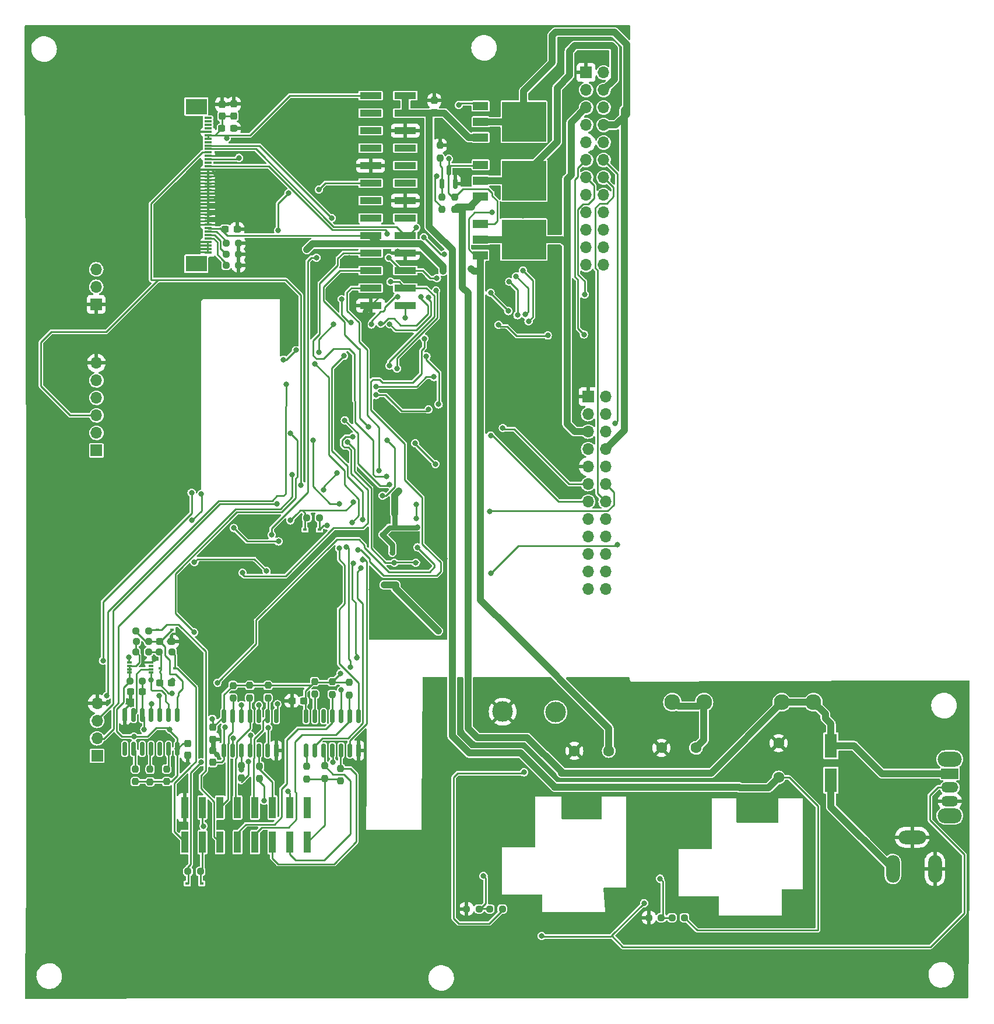
<source format=gtl>
%TF.GenerationSoftware,KiCad,Pcbnew,(6.0.9)*%
%TF.CreationDate,2022-11-23T00:30:20+01:00*%
%TF.ProjectId,Testapparaat,54657374-6170-4706-9172-6161742e6b69,rev?*%
%TF.SameCoordinates,Original*%
%TF.FileFunction,Copper,L1,Top*%
%TF.FilePolarity,Positive*%
%FSLAX46Y46*%
G04 Gerber Fmt 4.6, Leading zero omitted, Abs format (unit mm)*
G04 Created by KiCad (PCBNEW (6.0.9)) date 2022-11-23 00:30:20*
%MOMM*%
%LPD*%
G01*
G04 APERTURE LIST*
G04 Aperture macros list*
%AMRoundRect*
0 Rectangle with rounded corners*
0 $1 Rounding radius*
0 $2 $3 $4 $5 $6 $7 $8 $9 X,Y pos of 4 corners*
0 Add a 4 corners polygon primitive as box body*
4,1,4,$2,$3,$4,$5,$6,$7,$8,$9,$2,$3,0*
0 Add four circle primitives for the rounded corners*
1,1,$1+$1,$2,$3*
1,1,$1+$1,$4,$5*
1,1,$1+$1,$6,$7*
1,1,$1+$1,$8,$9*
0 Add four rect primitives between the rounded corners*
20,1,$1+$1,$2,$3,$4,$5,0*
20,1,$1+$1,$4,$5,$6,$7,0*
20,1,$1+$1,$6,$7,$8,$9,0*
20,1,$1+$1,$8,$9,$2,$3,0*%
G04 Aperture macros list end*
%TA.AperFunction,SMDPad,CuDef*%
%ADD10RoundRect,0.237500X0.237500X-0.250000X0.237500X0.250000X-0.237500X0.250000X-0.237500X-0.250000X0*%
%TD*%
%TA.AperFunction,SMDPad,CuDef*%
%ADD11RoundRect,0.237500X-0.237500X0.250000X-0.237500X-0.250000X0.237500X-0.250000X0.237500X0.250000X0*%
%TD*%
%TA.AperFunction,SMDPad,CuDef*%
%ADD12RoundRect,0.237500X0.237500X-0.300000X0.237500X0.300000X-0.237500X0.300000X-0.237500X-0.300000X0*%
%TD*%
%TA.AperFunction,SMDPad,CuDef*%
%ADD13RoundRect,0.237500X-0.300000X-0.237500X0.300000X-0.237500X0.300000X0.237500X-0.300000X0.237500X0*%
%TD*%
%TA.AperFunction,ComponentPad*%
%ADD14O,2.500000X1.500000*%
%TD*%
%TA.AperFunction,ComponentPad*%
%ADD15R,2.500000X1.500000*%
%TD*%
%TA.AperFunction,ComponentPad*%
%ADD16O,3.500000X2.200000*%
%TD*%
%TA.AperFunction,ComponentPad*%
%ADD17C,1.600000*%
%TD*%
%TA.AperFunction,SMDPad,CuDef*%
%ADD18R,3.150000X1.000000*%
%TD*%
%TA.AperFunction,ComponentPad*%
%ADD19C,3.000000*%
%TD*%
%TA.AperFunction,SMDPad,CuDef*%
%ADD20RoundRect,0.237500X-0.237500X0.300000X-0.237500X-0.300000X0.237500X-0.300000X0.237500X0.300000X0*%
%TD*%
%TA.AperFunction,ComponentPad*%
%ADD21R,1.700000X1.700000*%
%TD*%
%TA.AperFunction,ComponentPad*%
%ADD22O,1.700000X1.700000*%
%TD*%
%TA.AperFunction,SMDPad,CuDef*%
%ADD23RoundRect,0.237500X0.250000X0.237500X-0.250000X0.237500X-0.250000X-0.237500X0.250000X-0.237500X0*%
%TD*%
%TA.AperFunction,SMDPad,CuDef*%
%ADD24RoundRect,0.150000X0.150000X-0.587500X0.150000X0.587500X-0.150000X0.587500X-0.150000X-0.587500X0*%
%TD*%
%TA.AperFunction,SMDPad,CuDef*%
%ADD25RoundRect,0.237500X-0.250000X-0.237500X0.250000X-0.237500X0.250000X0.237500X-0.250000X0.237500X0*%
%TD*%
%TA.AperFunction,SMDPad,CuDef*%
%ADD26RoundRect,0.237500X0.300000X0.237500X-0.300000X0.237500X-0.300000X-0.237500X0.300000X-0.237500X0*%
%TD*%
%TA.AperFunction,ComponentPad*%
%ADD27O,2.000000X4.000000*%
%TD*%
%TA.AperFunction,ComponentPad*%
%ADD28O,4.000000X2.000000*%
%TD*%
%TA.AperFunction,SMDPad,CuDef*%
%ADD29R,2.200000X1.200000*%
%TD*%
%TA.AperFunction,SMDPad,CuDef*%
%ADD30R,6.400000X5.800000*%
%TD*%
%TA.AperFunction,SMDPad,CuDef*%
%ADD31R,0.600000X0.450000*%
%TD*%
%TA.AperFunction,SMDPad,CuDef*%
%ADD32RoundRect,0.150000X-0.150000X0.825000X-0.150000X-0.825000X0.150000X-0.825000X0.150000X0.825000X0*%
%TD*%
%TA.AperFunction,SMDPad,CuDef*%
%ADD33RoundRect,0.150000X0.150000X-0.825000X0.150000X0.825000X-0.150000X0.825000X-0.150000X-0.825000X0*%
%TD*%
%TA.AperFunction,SMDPad,CuDef*%
%ADD34R,3.100000X2.300000*%
%TD*%
%TA.AperFunction,SMDPad,CuDef*%
%ADD35R,1.100000X0.300000*%
%TD*%
%TA.AperFunction,SMDPad,CuDef*%
%ADD36R,1.000000X3.150000*%
%TD*%
%TA.AperFunction,SMDPad,CuDef*%
%ADD37R,1.800000X3.500000*%
%TD*%
%TA.AperFunction,SMDPad,CuDef*%
%ADD38R,0.800000X0.300000*%
%TD*%
%TA.AperFunction,ComponentPad*%
%ADD39C,2.300000*%
%TD*%
%TA.AperFunction,ViaPad*%
%ADD40C,0.800000*%
%TD*%
%TA.AperFunction,Conductor*%
%ADD41C,0.250000*%
%TD*%
%TA.AperFunction,Conductor*%
%ADD42C,1.000000*%
%TD*%
%TA.AperFunction,Conductor*%
%ADD43C,0.750000*%
%TD*%
G04 APERTURE END LIST*
D10*
X126572000Y-134023000D03*
X126572000Y-132198000D03*
X136047000Y-134113000D03*
X136047000Y-132288000D03*
D11*
X130472000Y-120550500D03*
X130472000Y-122375500D03*
D12*
X122447000Y-131725500D03*
X122447000Y-130000500D03*
D13*
X114747000Y-114200500D03*
X116472000Y-114200500D03*
D14*
X229489000Y-137364500D03*
X229489000Y-135364500D03*
D15*
X229489000Y-133364500D03*
D16*
X229489000Y-139464500D03*
X229489000Y-131264500D03*
D17*
X204622000Y-133925500D03*
X204622000Y-128925500D03*
D18*
X145365000Y-34910500D03*
X150415000Y-34910500D03*
X145365000Y-37450500D03*
X150415000Y-37450500D03*
X145365000Y-39990500D03*
X150415000Y-39990500D03*
X145365000Y-42530500D03*
X150415000Y-42530500D03*
X145365000Y-45070500D03*
X150415000Y-45070500D03*
X145365000Y-47610500D03*
X150415000Y-47610500D03*
X145365000Y-50150500D03*
X150415000Y-50150500D03*
X145365000Y-52690500D03*
X150415000Y-52690500D03*
X145365000Y-55230500D03*
X150415000Y-55230500D03*
X145365000Y-57770500D03*
X150415000Y-57770500D03*
X145365000Y-60310500D03*
X150415000Y-60310500D03*
X145365000Y-62850500D03*
X150415000Y-62850500D03*
X145365000Y-65390500D03*
X150415000Y-65390500D03*
D11*
X137247000Y-120000500D03*
X137247000Y-121825500D03*
D19*
X172247000Y-124425500D03*
D20*
X125522000Y-36150500D03*
X125522000Y-37875500D03*
D21*
X105522000Y-65215500D03*
D22*
X105522000Y-62675500D03*
X105522000Y-60135500D03*
D23*
X120672000Y-147550500D03*
X118847000Y-147550500D03*
D24*
X155759500Y-47673000D03*
X157659500Y-47673000D03*
X156709500Y-45798000D03*
D25*
X111334500Y-114200500D03*
X113159500Y-114200500D03*
D21*
X176664000Y-31571000D03*
D22*
X179204000Y-31571000D03*
X176664000Y-34111000D03*
X179204000Y-34111000D03*
X176664000Y-36651000D03*
X179204000Y-36651000D03*
X176664000Y-39191000D03*
X179204000Y-39191000D03*
X176664000Y-41731000D03*
X179204000Y-41731000D03*
X176664000Y-44271000D03*
X179204000Y-44271000D03*
X176664000Y-46811000D03*
X179204000Y-46811000D03*
X176664000Y-49351000D03*
X179204000Y-49351000D03*
X176664000Y-51891000D03*
X179204000Y-51891000D03*
X176664000Y-54431000D03*
X179204000Y-54431000D03*
X176664000Y-56971000D03*
X179204000Y-56971000D03*
X176664000Y-59511000D03*
X179204000Y-59511000D03*
D10*
X129247000Y-134088000D03*
X129247000Y-132263000D03*
D25*
X136122000Y-96200500D03*
X137947000Y-96200500D03*
D10*
X111197000Y-134513000D03*
X111197000Y-132688000D03*
D11*
X127822000Y-120550500D03*
X127822000Y-122375500D03*
D13*
X123747000Y-39700500D03*
X125472000Y-39700500D03*
D25*
X110422000Y-119950500D03*
X112247000Y-119950500D03*
D26*
X125972000Y-54300500D03*
X124247000Y-54300500D03*
D11*
X139797000Y-120038000D03*
X139797000Y-121863000D03*
D23*
X164492000Y-153000500D03*
X162667000Y-153000500D03*
D10*
X155717000Y-51458000D03*
X155717000Y-49633000D03*
X157622000Y-51458000D03*
X157622000Y-49633000D03*
D12*
X123772000Y-37900500D03*
X123772000Y-36175500D03*
D10*
X140997000Y-134450500D03*
X140997000Y-132625500D03*
D27*
X221215500Y-147196500D03*
D28*
X224015500Y-142596500D03*
D27*
X227315500Y-147196500D03*
D10*
X155447000Y-43975500D03*
X155447000Y-42150500D03*
D12*
X154622000Y-37350500D03*
X154622000Y-35625500D03*
D23*
X113109500Y-112650500D03*
X111284500Y-112650500D03*
D29*
X161342000Y-49535500D03*
D30*
X167642000Y-47255500D03*
D29*
X161342000Y-47255500D03*
X161342000Y-44975500D03*
D20*
X122447000Y-126638000D03*
X122447000Y-128363000D03*
D10*
X138697000Y-134063000D03*
X138697000Y-132238000D03*
D25*
X124377000Y-57980500D03*
X126202000Y-57980500D03*
D17*
X192622000Y-129625500D03*
X187622000Y-129625500D03*
D11*
X125372000Y-120575500D03*
X125372000Y-122400500D03*
D23*
X161134500Y-153000500D03*
X159309500Y-153000500D03*
D31*
X118747000Y-149300500D03*
X120847000Y-149300500D03*
D29*
X161342000Y-41005500D03*
D30*
X167642000Y-38725500D03*
D29*
X161342000Y-38725500D03*
X161342000Y-36445500D03*
D31*
X114837000Y-118110500D03*
X116937000Y-118110500D03*
D10*
X113347000Y-134550500D03*
X113347000Y-132725500D03*
D22*
X105647000Y-123155500D03*
X105647000Y-125695500D03*
X105647000Y-128235500D03*
D21*
X105647000Y-130775500D03*
D23*
X187592000Y-154270500D03*
X185767000Y-154270500D03*
D21*
X176964000Y-78621000D03*
D22*
X179504000Y-78621000D03*
X176964000Y-81161000D03*
X179504000Y-81161000D03*
X176964000Y-83701000D03*
X179504000Y-83701000D03*
X176964000Y-86241000D03*
X179504000Y-86241000D03*
X176964000Y-88781000D03*
X179504000Y-88781000D03*
X176964000Y-91321000D03*
X179504000Y-91321000D03*
X176964000Y-93861000D03*
X179504000Y-93861000D03*
X176964000Y-96401000D03*
X179504000Y-96401000D03*
X176964000Y-98941000D03*
X179504000Y-98941000D03*
X176964000Y-101481000D03*
X179504000Y-101481000D03*
X176964000Y-104021000D03*
X179504000Y-104021000D03*
X176964000Y-106561000D03*
X179504000Y-106561000D03*
D21*
X105547000Y-86425500D03*
D22*
X105547000Y-83885500D03*
X105547000Y-81345500D03*
X105547000Y-78805500D03*
X105547000Y-76265500D03*
X105547000Y-73725500D03*
D11*
X142247000Y-120125500D03*
X142247000Y-121950500D03*
D10*
X115747000Y-134513000D03*
X115747000Y-132688000D03*
D32*
X117307000Y-124825500D03*
X116037000Y-124825500D03*
X114767000Y-124825500D03*
X113497000Y-124825500D03*
X112227000Y-124825500D03*
X110957000Y-124825500D03*
X109687000Y-124825500D03*
X109687000Y-129775500D03*
X110957000Y-129775500D03*
X112227000Y-129775500D03*
X113497000Y-129775500D03*
X114767000Y-129775500D03*
X116037000Y-129775500D03*
X117307000Y-129775500D03*
D25*
X111297000Y-115700500D03*
X113122000Y-115700500D03*
D19*
X164547000Y-124375500D03*
D31*
X116547000Y-112450500D03*
X114447000Y-112450500D03*
D26*
X135659500Y-122800500D03*
X133934500Y-122800500D03*
D33*
X135987000Y-125025500D03*
X137257000Y-125025500D03*
X138527000Y-125025500D03*
X139797000Y-125025500D03*
X141067000Y-125025500D03*
X142337000Y-125025500D03*
X143607000Y-125025500D03*
X143607000Y-129975500D03*
X142337000Y-129975500D03*
X141067000Y-129975500D03*
X139797000Y-129975500D03*
X138527000Y-129975500D03*
X137257000Y-129975500D03*
X135987000Y-129975500D03*
D34*
X120047000Y-36500500D03*
X120047000Y-59340500D03*
D35*
X121747000Y-57670500D03*
X121747000Y-57170500D03*
X121747000Y-56670500D03*
X121747000Y-56170500D03*
X121747000Y-55670500D03*
X121747000Y-55170500D03*
X121747000Y-54670500D03*
X121747000Y-54170500D03*
X121747000Y-53670500D03*
X121747000Y-53170500D03*
X121747000Y-52670500D03*
X121747000Y-52170500D03*
X121747000Y-51670500D03*
X121747000Y-51170500D03*
X121747000Y-50670500D03*
X121747000Y-50170500D03*
X121747000Y-49670500D03*
X121747000Y-49170500D03*
X121747000Y-48670500D03*
X121747000Y-48170500D03*
X121747000Y-47670500D03*
X121747000Y-47170500D03*
X121747000Y-46670500D03*
X121747000Y-46170500D03*
X121747000Y-45670500D03*
X121747000Y-45170500D03*
X121747000Y-44670500D03*
X121747000Y-44170500D03*
X121747000Y-43670500D03*
X121747000Y-43170500D03*
X121747000Y-42670500D03*
X121747000Y-42170500D03*
X121747000Y-41670500D03*
X121747000Y-41170500D03*
X121747000Y-40670500D03*
X121747000Y-40170500D03*
X121747000Y-39670500D03*
X121747000Y-39170500D03*
X121747000Y-38670500D03*
X121747000Y-38170500D03*
D36*
X136187000Y-138275500D03*
X136187000Y-143325500D03*
X133647000Y-138275500D03*
X133647000Y-143325500D03*
X131107000Y-138275500D03*
X131107000Y-143325500D03*
X128567000Y-138275500D03*
X128567000Y-143325500D03*
X126027000Y-138275500D03*
X126027000Y-143325500D03*
X123487000Y-138275500D03*
X123487000Y-143325500D03*
X120947000Y-138275500D03*
X120947000Y-143325500D03*
X118407000Y-138275500D03*
X118407000Y-143325500D03*
D37*
X212217000Y-129300500D03*
X212217000Y-134300500D03*
D25*
X124359500Y-56350500D03*
X126184500Y-56350500D03*
D13*
X114722000Y-120200500D03*
X116447000Y-120200500D03*
D17*
X179959000Y-130062500D03*
X174959000Y-130062500D03*
D38*
X113447000Y-118700500D03*
X113447000Y-118200500D03*
X113447000Y-117700500D03*
X113447000Y-117200500D03*
X110347000Y-117200500D03*
X110347000Y-117700500D03*
X110347000Y-118200500D03*
X110347000Y-118700500D03*
D33*
X124037000Y-129975500D03*
X125307000Y-129975500D03*
X126577000Y-129975500D03*
X127847000Y-129975500D03*
X129117000Y-129975500D03*
X130387000Y-129975500D03*
X131657000Y-129975500D03*
X131657000Y-125025500D03*
X130387000Y-125025500D03*
X129117000Y-125025500D03*
X127847000Y-125025500D03*
X126577000Y-125025500D03*
X125307000Y-125025500D03*
X124037000Y-125025500D03*
D23*
X190952000Y-154270500D03*
X189127000Y-154270500D03*
D26*
X112247000Y-121450500D03*
X110522000Y-121450500D03*
D25*
X124387000Y-59570500D03*
X126212000Y-59570500D03*
D29*
X161322000Y-58105500D03*
D30*
X167622000Y-55825500D03*
D29*
X161322000Y-55825500D03*
X161322000Y-53545500D03*
D23*
X116522000Y-115700500D03*
X114697000Y-115700500D03*
D20*
X118847000Y-128950500D03*
X118847000Y-130675500D03*
D31*
X137947000Y-97950500D03*
X135847000Y-97950500D03*
D39*
X205097000Y-123000500D03*
X209697000Y-123000500D03*
X189197000Y-123000500D03*
X193797000Y-123000500D03*
D40*
X145672000Y-73590000D03*
X145097000Y-83025500D03*
X145521500Y-106600500D03*
X134522000Y-71875500D03*
X132734500Y-73238000D03*
X137297884Y-73830825D03*
X142672000Y-96900500D03*
X119441502Y-96595002D03*
X131947000Y-54496000D03*
X137847000Y-48575500D03*
X133422000Y-49100500D03*
X139997000Y-68150500D03*
X137847000Y-72200500D03*
X120722500Y-131700500D03*
X112497000Y-126950500D03*
X170217000Y-156930500D03*
X185087000Y-152160500D03*
X116497000Y-121700500D03*
X114695826Y-122013756D03*
X146147000Y-77150500D03*
X154580023Y-75777075D03*
X133997000Y-89950500D03*
X153771500Y-80490500D03*
X131747000Y-94200500D03*
X146147000Y-78400500D03*
X148507000Y-101286000D03*
X147072000Y-98650500D03*
X122397000Y-125400500D03*
X131997000Y-99650500D03*
X147272000Y-105925500D03*
X124467000Y-41090500D03*
X140972000Y-118800500D03*
X125497000Y-97700500D03*
X148872000Y-95650500D03*
X152147000Y-97600500D03*
X155197000Y-112650500D03*
X136047000Y-134113000D03*
X117307000Y-129775500D03*
X129872000Y-137300500D03*
X124157000Y-54450500D03*
X110997000Y-127950500D03*
X149422000Y-92350500D03*
X159997000Y-60050500D03*
X127597000Y-131575500D03*
X116197000Y-126950500D03*
X155880363Y-60383863D03*
X136097000Y-57250500D03*
X165934500Y-112738000D03*
X162997000Y-51900500D03*
X148997000Y-106025500D03*
X161322000Y-66425500D03*
X167637000Y-133170500D03*
X126572000Y-132775500D03*
X133372000Y-135950500D03*
X139047000Y-97325500D03*
X124197000Y-126650500D03*
X121097000Y-140975500D03*
X136047000Y-132288000D03*
X119772000Y-102640500D03*
X130247000Y-103950500D03*
X142847000Y-93925500D03*
X133716502Y-96595002D03*
X120772000Y-92776000D03*
X151972000Y-96350500D03*
X152022000Y-94250500D03*
X145365000Y-57770500D03*
X147697000Y-90250500D03*
X126247000Y-43950500D03*
X135247000Y-91450500D03*
X146597000Y-89350500D03*
X140484701Y-89712799D03*
X138497000Y-92175000D03*
X176347000Y-69600500D03*
X171097000Y-69750500D03*
X163947000Y-68200500D03*
X136971500Y-84950500D03*
X140847000Y-94200500D03*
X162647000Y-95300500D03*
X180847000Y-82500500D03*
X154859299Y-63238201D03*
X162797000Y-63550500D03*
X149197000Y-74550500D03*
X176447000Y-63800500D03*
X165347000Y-66200500D03*
X181197000Y-100100500D03*
X151922000Y-102725500D03*
X148814571Y-102745387D03*
X162847000Y-104250500D03*
X141997000Y-85200500D03*
X164572000Y-83200500D03*
X162797000Y-84250500D03*
X151847000Y-85400500D03*
X154772000Y-88400500D03*
X168305693Y-67698278D03*
X167497000Y-60300500D03*
X167847000Y-66700500D03*
X166497000Y-61150500D03*
X165497000Y-61950500D03*
X166697000Y-66800500D03*
X153472000Y-72750500D03*
X155247000Y-79750500D03*
X148097000Y-74150500D03*
X148247000Y-61950500D03*
X139747000Y-52700500D03*
X152022000Y-54100500D03*
X147997000Y-58450500D03*
X147747000Y-54950500D03*
X154997000Y-61450500D03*
X187397000Y-148600500D03*
X161768000Y-148217500D03*
X150397000Y-67150500D03*
X153172500Y-70200500D03*
X143497000Y-100850500D03*
X156722000Y-44100500D03*
X158172000Y-36300500D03*
X145497000Y-68150500D03*
X149259299Y-64112799D03*
X148132500Y-91382638D03*
X141622000Y-82050500D03*
X107022000Y-122075500D03*
X133122000Y-76850500D03*
X154996500Y-46575500D03*
X125422000Y-128200500D03*
X147107000Y-92990500D03*
X148147000Y-68100500D03*
X147747000Y-84950500D03*
X153784701Y-64212799D03*
X126747000Y-104200500D03*
X146847000Y-68050500D03*
X142747000Y-84450500D03*
X152672500Y-64112799D03*
X142547000Y-67900500D03*
X141187000Y-64470500D03*
X144247000Y-96450500D03*
X141512000Y-72715500D03*
X119722000Y-112850500D03*
X133747000Y-83950500D03*
X113447000Y-119745995D03*
X119372000Y-92575500D03*
X110221500Y-116450500D03*
X106497000Y-116950500D03*
X123147000Y-120150500D03*
X152172000Y-100500500D03*
X113522000Y-123275500D03*
X127947000Y-127825500D03*
X130497000Y-126700500D03*
X131822000Y-123275500D03*
X129147000Y-123425500D03*
X126622000Y-123375500D03*
X143997000Y-103500500D03*
X143397000Y-116550500D03*
X142897000Y-102800500D03*
X139897000Y-131675500D03*
X144247000Y-102300500D03*
X140797000Y-100650500D03*
X142397000Y-117875500D03*
X141097000Y-121225500D03*
X141822000Y-100450500D03*
X156071500Y-57950500D03*
X153097500Y-55485801D03*
X130997000Y-98700500D03*
X137497000Y-58450500D03*
X122847000Y-106050500D03*
X191672000Y-165175500D03*
X221897000Y-125025500D03*
X118922000Y-89800500D03*
X112222000Y-151925500D03*
X209422000Y-165550500D03*
X120047000Y-79075500D03*
X185447000Y-160625500D03*
X132597000Y-151475500D03*
X165972000Y-160250500D03*
X168872000Y-164025500D03*
X172997000Y-164375500D03*
X118122000Y-153250500D03*
X218647000Y-122525500D03*
X207922000Y-162725500D03*
X156022000Y-159725500D03*
X193522000Y-162850500D03*
X151922000Y-72725500D03*
X165722000Y-162800500D03*
X222147000Y-122500500D03*
X123457000Y-43395000D03*
X154547000Y-152250500D03*
X114522000Y-73925500D03*
X119897000Y-83425500D03*
X161447000Y-163750500D03*
X170722000Y-160150500D03*
X215297000Y-125625500D03*
X154072000Y-138850500D03*
X154222000Y-136700500D03*
X220847000Y-122625500D03*
X134872000Y-154250500D03*
X97697000Y-103350500D03*
X154297000Y-132350500D03*
X112747000Y-82375500D03*
X186922000Y-165275500D03*
X164497000Y-163050500D03*
X113447000Y-85825500D03*
X159047000Y-161800500D03*
X123372000Y-151350500D03*
X156122500Y-102125500D03*
X116097000Y-82725500D03*
X164122000Y-164125500D03*
X155672000Y-156450500D03*
X122967000Y-52910500D03*
X118322000Y-134775500D03*
X187772000Y-160425500D03*
X97047000Y-119300500D03*
X220047000Y-125525500D03*
X113672000Y-75025500D03*
X158247000Y-159525500D03*
X224547000Y-122350500D03*
X130722000Y-152775500D03*
X139830376Y-111267874D03*
X99197000Y-103375500D03*
X207797000Y-161425500D03*
X167822000Y-161625500D03*
X118372000Y-67750500D03*
X186247000Y-163175500D03*
X173272000Y-162425500D03*
X166947000Y-162750500D03*
X210697000Y-159950500D03*
X209447000Y-159975500D03*
X161972000Y-160950500D03*
X95822000Y-106475500D03*
X116497000Y-87400500D03*
X122987000Y-46340500D03*
X100947000Y-119100500D03*
X194872000Y-160300500D03*
X218822000Y-125100500D03*
X112897000Y-76100500D03*
X116522000Y-88625500D03*
X190872000Y-161775500D03*
X112897000Y-79975500D03*
X221647000Y-126025500D03*
X103572000Y-117600500D03*
X122322000Y-154150500D03*
X216897000Y-126125500D03*
X154422000Y-156650500D03*
X154222000Y-147225500D03*
X137572000Y-151700500D03*
X163872000Y-165125500D03*
X215447000Y-159850500D03*
X140972000Y-155925500D03*
X217147000Y-125125500D03*
X163072000Y-161725500D03*
X174372000Y-161100500D03*
X142972000Y-154375500D03*
X95947000Y-111050500D03*
X99947000Y-118150500D03*
X188772000Y-162950500D03*
X197172000Y-160600500D03*
X138572000Y-153800500D03*
X133747000Y-102450500D03*
X169247000Y-162950500D03*
X224722000Y-123650500D03*
X119672000Y-152600500D03*
X216572000Y-163975500D03*
X160247000Y-162950500D03*
X206997000Y-164325500D03*
X187422000Y-161750500D03*
X96697000Y-112475500D03*
X115822000Y-78000500D03*
X116447000Y-84825500D03*
X115447000Y-85275500D03*
X192297000Y-163100500D03*
X140947000Y-154275500D03*
X222272000Y-123950500D03*
X118597000Y-75300500D03*
X151134299Y-100988201D03*
X98172000Y-101850500D03*
X137709299Y-103137799D03*
X220097000Y-121250500D03*
X171822000Y-160150500D03*
X97972000Y-118150500D03*
X175647000Y-159325500D03*
X139622000Y-151000500D03*
X122987000Y-51830500D03*
X157772000Y-160800500D03*
X193422000Y-161575500D03*
X190997000Y-163075500D03*
X116572000Y-153825500D03*
X161122000Y-160000500D03*
X162497000Y-80900500D03*
X187547000Y-163200500D03*
X123017000Y-48030500D03*
X192522000Y-160325500D03*
X116347000Y-151825500D03*
X97522000Y-113550500D03*
X98522000Y-100725500D03*
X149272000Y-57550000D03*
X114822000Y-76500500D03*
X123247000Y-132950500D03*
X96247000Y-103275500D03*
X113997000Y-151825500D03*
X218747000Y-123800500D03*
X130797000Y-154225500D03*
X130247000Y-151475500D03*
X164372000Y-161600500D03*
X195797000Y-161325500D03*
X114672000Y-86025500D03*
X123007000Y-49060500D03*
X98597000Y-116075500D03*
X165797000Y-164100500D03*
X103147000Y-119275500D03*
X154497000Y-151025500D03*
X172572000Y-163225500D03*
X117647000Y-65825500D03*
X95847000Y-116250500D03*
X95797000Y-115075500D03*
X218872000Y-126125500D03*
X139444500Y-62910500D03*
X119797000Y-75700500D03*
X223497000Y-123700500D03*
X193647000Y-165175500D03*
X218997000Y-121250500D03*
X191222000Y-160575500D03*
X187172000Y-164275500D03*
X123017000Y-130620500D03*
X115922000Y-86400500D03*
X114547000Y-154575500D03*
X116222000Y-114150500D03*
X98197000Y-105125500D03*
X95822000Y-109775500D03*
X98322000Y-95900500D03*
X170372000Y-161425500D03*
X119722000Y-87275500D03*
X168622000Y-165025500D03*
X174372000Y-159900500D03*
X118597000Y-86000500D03*
X118031500Y-132525500D03*
X98272000Y-99375500D03*
X212897000Y-160125500D03*
X97372000Y-109725500D03*
X126497000Y-152400500D03*
X163322000Y-57250500D03*
X192172000Y-161650500D03*
X176172000Y-160200500D03*
X169122000Y-161500500D03*
X131872000Y-134837500D03*
X113872000Y-78425500D03*
X101197000Y-117400500D03*
X115797000Y-74800500D03*
X220972000Y-123925500D03*
X167472000Y-52325998D03*
X171697000Y-162650500D03*
X97297000Y-116050500D03*
X164722000Y-160275500D03*
X184122000Y-160050500D03*
X154622000Y-125925500D03*
X97547000Y-110875500D03*
X159647000Y-160750500D03*
X109797000Y-126575500D03*
X115797000Y-83950500D03*
X214197000Y-159875500D03*
X100447000Y-97225500D03*
X168172000Y-160425500D03*
X96497000Y-100275500D03*
X216222000Y-124025500D03*
X208847000Y-163825500D03*
X158097000Y-158000500D03*
X188672000Y-161675500D03*
X112747000Y-73525500D03*
X183697000Y-162175500D03*
X98247000Y-97775500D03*
X106047000Y-118250500D03*
X163787000Y-48970500D03*
X224847000Y-121150500D03*
X142747000Y-152050500D03*
X154297000Y-141250500D03*
X142247000Y-58495000D03*
X184672000Y-163025500D03*
X194747000Y-162800500D03*
X172747000Y-161400500D03*
X96272000Y-108475500D03*
X140997000Y-77950500D03*
X96372000Y-117650500D03*
X116609500Y-119850500D03*
X121322000Y-152050500D03*
X142972000Y-156225500D03*
X216097000Y-122725500D03*
X96522000Y-105325500D03*
X159572000Y-158925500D03*
X223572000Y-125000500D03*
X100522000Y-95700500D03*
X96547000Y-95675500D03*
X217747000Y-121275500D03*
X140997000Y-76700500D03*
X167947000Y-162925500D03*
X115672000Y-79900500D03*
X153672000Y-158000500D03*
X223397000Y-122425500D03*
X123722000Y-153100500D03*
X210572000Y-164825500D03*
X105772000Y-119225500D03*
X167072000Y-160250500D03*
X147072000Y-100450500D03*
X153947000Y-159950500D03*
X165622000Y-161525500D03*
X96572000Y-98750500D03*
X156772000Y-156800500D03*
X102322000Y-96025500D03*
X122997000Y-49980500D03*
X112347000Y-154925500D03*
X119572000Y-84950500D03*
X217522000Y-124050500D03*
X136097000Y-100000500D03*
X139972000Y-152750500D03*
X116347000Y-79000500D03*
X125322000Y-151125500D03*
X99147000Y-96950500D03*
X101922000Y-97425500D03*
X191922000Y-164175500D03*
X119247000Y-77225500D03*
X170547000Y-164000500D03*
X132822000Y-153475500D03*
X154822000Y-121375500D03*
X145672000Y-72550500D03*
X193597000Y-164150500D03*
X154297000Y-134575500D03*
X102247000Y-118400500D03*
X176697000Y-159375500D03*
X171522000Y-161350500D03*
X194572000Y-161500500D03*
X208147000Y-160225500D03*
X213347000Y-164725500D03*
X182872000Y-160975500D03*
X170472000Y-162700500D03*
X134372000Y-152900500D03*
X142247000Y-77950500D03*
X114022000Y-82375500D03*
X163422000Y-160525500D03*
X186122000Y-161875500D03*
X98222000Y-117150500D03*
X154347000Y-143800500D03*
X104922000Y-119200500D03*
X216247000Y-161050500D03*
X150797000Y-72725500D03*
X96147000Y-114000500D03*
X116097000Y-76000500D03*
X119947000Y-89000500D03*
X115122000Y-87450500D03*
X215322000Y-164725500D03*
X175272000Y-160625500D03*
X190122000Y-160400500D03*
X142247000Y-76700500D03*
X216447000Y-121525500D03*
X219972000Y-123750500D03*
X114422000Y-80450500D03*
X165847000Y-165125500D03*
X104972000Y-117925500D03*
X223747000Y-121150500D03*
X113997000Y-116700500D03*
X162272000Y-164625500D03*
X120197000Y-154150500D03*
X128572000Y-153000500D03*
X98472000Y-114625500D03*
X188847000Y-164250500D03*
X134472000Y-151375500D03*
X122572000Y-113675500D03*
X122997000Y-50830500D03*
X95822000Y-118675500D03*
X97122000Y-107150500D03*
X189022000Y-160400500D03*
X97797000Y-108350500D03*
X173047000Y-160300500D03*
X189822000Y-161600500D03*
X113947000Y-87025500D03*
X114472000Y-153125500D03*
X140472000Y-106375500D03*
X154747000Y-123575500D03*
X118222000Y-151725500D03*
X115647000Y-65325500D03*
X128472000Y-151575500D03*
X135922000Y-152250500D03*
X98697000Y-119125500D03*
X155547000Y-157600500D03*
X154422000Y-130425500D03*
X114672000Y-79200500D03*
X188897000Y-165275500D03*
X169472000Y-160175500D03*
X115247000Y-88650500D03*
X115522000Y-81500500D03*
X155197000Y-98750500D03*
X223622000Y-126025500D03*
X170597000Y-165025500D03*
X219797000Y-122450500D03*
X171847000Y-164275500D03*
X141572000Y-150775500D03*
X154422000Y-149150500D03*
X97172000Y-114750500D03*
X98822000Y-113300500D03*
X189997000Y-162900500D03*
X211747000Y-164225500D03*
X118672000Y-79550500D03*
X167022000Y-164525500D03*
X97097000Y-96825500D03*
X112972000Y-84625500D03*
X96647000Y-101800500D03*
X154747000Y-158725500D03*
X154547000Y-145600500D03*
X119322000Y-81725500D03*
X224872000Y-125275500D03*
X115022000Y-83025500D03*
X210522000Y-163800500D03*
X166772000Y-161450500D03*
X162047000Y-162625500D03*
X217397000Y-122600500D03*
X156822000Y-158525500D03*
X216422000Y-162350500D03*
X163197000Y-163025500D03*
X193772000Y-160300500D03*
X154547000Y-128125500D03*
X118672000Y-83575500D03*
X222497000Y-121175500D03*
X211797000Y-159950500D03*
X136447000Y-153800500D03*
X186472000Y-160675500D03*
X114097000Y-84775500D03*
X123017000Y-47210500D03*
X221197000Y-121425500D03*
X116047000Y-67275500D03*
X118947000Y-88150500D03*
X112322000Y-153350500D03*
X160922000Y-161800500D03*
D41*
X138547000Y-73150500D02*
X139997000Y-71700500D01*
X137987000Y-69524104D02*
X137047000Y-70464104D01*
X145365000Y-57770500D02*
X141377000Y-57770500D01*
X137547000Y-73150500D02*
X138547000Y-73150500D01*
X140602000Y-59535500D02*
X137987000Y-62150500D01*
X142247000Y-71700500D02*
X142997000Y-72450500D01*
X137047000Y-72650500D02*
X137547000Y-73150500D01*
X137987000Y-62150500D02*
X137987000Y-69524104D01*
X140602000Y-58545500D02*
X140602000Y-59535500D01*
X139997000Y-71700500D02*
X142247000Y-71700500D01*
X143147000Y-82350500D02*
X145747000Y-84950500D01*
X142997000Y-72450500D02*
X142997000Y-79175500D01*
X137047000Y-70464104D02*
X137047000Y-72650500D01*
X141377000Y-57770500D02*
X140602000Y-58545500D01*
X142997000Y-79175500D02*
X143147000Y-79325500D01*
X145747000Y-84950500D02*
X145747000Y-89950500D01*
X145747000Y-89950500D02*
X146047000Y-90250500D01*
X143147000Y-79325500D02*
X143147000Y-82350500D01*
X146047000Y-90250500D02*
X147697000Y-90250500D01*
X143822000Y-81750500D02*
X145097000Y-83025500D01*
X143822000Y-79200500D02*
X143822000Y-81750500D01*
X143822000Y-71650500D02*
X143822000Y-79200500D01*
X141597000Y-67786896D02*
X141597000Y-69100500D01*
X143583396Y-71650500D02*
X143822000Y-71650500D01*
X141428802Y-67618698D02*
X141597000Y-67786896D01*
X138497000Y-62725500D02*
X138497000Y-63050500D01*
X138497000Y-63050500D02*
X138497000Y-64686896D01*
X140912000Y-60310500D02*
X138497000Y-62725500D01*
X145365000Y-60310500D02*
X140912000Y-60310500D01*
X138497000Y-64686896D02*
X141428802Y-67618698D01*
X141597000Y-69100500D02*
X141597000Y-69664104D01*
X141597000Y-69664104D02*
X143583396Y-71650500D01*
X139444500Y-62910500D02*
X140344500Y-62010500D01*
X140344500Y-62010500D02*
X146467000Y-62010500D01*
X146467000Y-62010500D02*
X147272000Y-61205500D01*
X141622000Y-82050500D02*
X143510499Y-83938999D01*
X143510499Y-83938999D02*
X143510499Y-88350395D01*
X147928242Y-91586896D02*
X148132500Y-91382638D01*
X143510499Y-88350395D02*
X146747000Y-91586896D01*
X146747000Y-91586896D02*
X147928242Y-91586896D01*
D42*
X148997000Y-106450500D02*
X148997000Y-106025500D01*
X155197000Y-112650500D02*
X148997000Y-106450500D01*
D41*
X132734500Y-73238000D02*
X133159500Y-73238000D01*
X133159500Y-73238000D02*
X134522000Y-71875500D01*
X141547000Y-91425500D02*
X143647000Y-93525500D01*
X143647000Y-95925500D02*
X142672000Y-96900500D01*
X139297000Y-87075500D02*
X141547000Y-89325500D01*
X143647000Y-93525500D02*
X143647000Y-95925500D01*
X141547000Y-89325500D02*
X141547000Y-91425500D01*
X137297884Y-73830825D02*
X139297000Y-75829941D01*
X139297000Y-75829941D02*
X139297000Y-87075500D01*
X119372000Y-95575500D02*
X106497000Y-108450500D01*
X119372000Y-92575500D02*
X119372000Y-95575500D01*
X106497000Y-108450500D02*
X106497000Y-116950500D01*
X120847000Y-95189504D02*
X119441502Y-96595002D01*
X120847000Y-92851000D02*
X120847000Y-95189504D01*
X131947000Y-50575500D02*
X131947000Y-54496000D01*
X138812000Y-47610500D02*
X137847000Y-48575500D01*
X145365000Y-47610500D02*
X138812000Y-47610500D01*
X133422000Y-49100500D02*
X131947000Y-50575500D01*
X139997000Y-68150500D02*
X137847000Y-70300500D01*
X137847000Y-70300500D02*
X137847000Y-72200500D01*
X118897000Y-149300500D02*
X118897000Y-147600500D01*
X112497000Y-126950500D02*
X112497000Y-125095500D01*
X112247000Y-119950500D02*
X112247000Y-121450500D01*
X112227000Y-124825500D02*
X112227000Y-121470500D01*
X119232000Y-133191000D02*
X120722500Y-131700500D01*
X112497000Y-125095500D02*
X112227000Y-124825500D01*
X119232000Y-146553000D02*
X119232000Y-133191000D01*
X118897000Y-147600500D02*
X118847000Y-147550500D01*
X112227000Y-121470500D02*
X112247000Y-121450500D01*
X118928250Y-146856750D02*
X119232000Y-146553000D01*
X118847000Y-147550500D02*
X118847000Y-146938000D01*
X118834500Y-146950500D02*
X118928250Y-146856750D01*
X118847000Y-146938000D02*
X118928250Y-146856750D01*
D42*
X193772000Y-123600500D02*
X193772000Y-128475500D01*
X193772000Y-128475500D02*
X192622000Y-129625500D01*
X192947000Y-123600500D02*
X190097000Y-123600500D01*
D41*
X227743000Y-135364500D02*
X226568000Y-136539500D01*
X181991000Y-158510500D02*
X226695000Y-158510500D01*
X170277000Y-156990500D02*
X180257000Y-156990500D01*
X180257000Y-156990500D02*
X180364000Y-156883500D01*
X229489000Y-135364500D02*
X227743000Y-135364500D01*
X231564000Y-153641500D02*
X231564000Y-145091500D01*
X180364000Y-156883500D02*
X181991000Y-158510500D01*
X180364000Y-156883500D02*
X185087000Y-152160500D01*
X231564000Y-145091500D02*
X226568000Y-140095500D01*
X226568000Y-136539500D02*
X226568000Y-140095500D01*
X226695000Y-158510500D02*
X231564000Y-153641500D01*
X170217000Y-156930500D02*
X170277000Y-156990500D01*
X114772000Y-114200500D02*
X114797000Y-114200500D01*
X118047000Y-119900500D02*
X117072000Y-118925500D01*
X117307000Y-122240500D02*
X117472000Y-122075500D01*
X112747000Y-114200500D02*
X113159500Y-114200500D01*
X116197000Y-116858495D02*
X115509500Y-116170995D01*
X114797000Y-114200500D02*
X116547000Y-112450500D01*
X117307000Y-124825500D02*
X117307000Y-122240500D01*
X111284500Y-112738000D02*
X112747000Y-114200500D01*
X116197000Y-118925500D02*
X116197000Y-116858495D01*
X115509500Y-114938000D02*
X114772000Y-114200500D01*
X117072000Y-118925500D02*
X116197000Y-118925500D01*
X111284500Y-112650500D02*
X111284500Y-112738000D01*
X118047000Y-121050500D02*
X118047000Y-119900500D01*
X117472000Y-121625500D02*
X118047000Y-121050500D01*
X114772000Y-114200500D02*
X113159500Y-114200500D01*
X115509500Y-116170995D02*
X115509500Y-114938000D01*
X117472000Y-122075500D02*
X117472000Y-121625500D01*
X114884500Y-119850500D02*
X114884500Y-118838000D01*
X113122000Y-115700500D02*
X114697000Y-115700500D01*
X116044271Y-121700500D02*
X114722000Y-120378229D01*
X114767000Y-122084930D02*
X114767000Y-124825500D01*
X114897000Y-118350500D02*
X114897000Y-115900500D01*
X114897000Y-115900500D02*
X114697000Y-115700500D01*
X114747000Y-118500500D02*
X114897000Y-118350500D01*
X114722000Y-120378229D02*
X114722000Y-120200500D01*
X114695826Y-122013756D02*
X114767000Y-122084930D01*
X114884500Y-118838000D02*
X114747000Y-118700500D01*
X116497000Y-121700500D02*
X116044271Y-121700500D01*
X114747000Y-118700500D02*
X114747000Y-118500500D01*
X133997000Y-89950500D02*
X133997000Y-93200500D01*
X108747000Y-111950500D02*
X108747000Y-123086896D01*
X106597000Y-128300500D02*
X105712000Y-128300500D01*
X125772000Y-94925500D02*
X108747000Y-111950500D01*
X146147000Y-77150500D02*
X152047000Y-77150500D01*
X152047000Y-77150500D02*
X153420425Y-75777075D01*
X108047000Y-126850500D02*
X106597000Y-128300500D01*
X153420425Y-75777075D02*
X154580023Y-75777075D01*
X133997000Y-93200500D02*
X132272000Y-94925500D01*
X108047000Y-123786896D02*
X108047000Y-126850500D01*
X105712000Y-128300500D02*
X105647000Y-128235500D01*
X108747000Y-123086896D02*
X108047000Y-123786896D01*
X132272000Y-94925500D02*
X125772000Y-94925500D01*
X123497000Y-94200500D02*
X107997000Y-109700500D01*
X149847000Y-80700500D02*
X147547000Y-78400500D01*
X131747000Y-94200500D02*
X123497000Y-94200500D01*
X153771500Y-80490500D02*
X153561500Y-80700500D01*
X107997000Y-123200500D02*
X105877000Y-125320500D01*
X153561500Y-80700500D02*
X149847000Y-80700500D01*
X147547000Y-78400500D02*
X146147000Y-78400500D01*
X107997000Y-109700500D02*
X107997000Y-123200500D01*
D42*
X159522000Y-63550500D02*
X158722000Y-62750500D01*
X160909500Y-128138000D02*
X159522000Y-126750500D01*
X168109500Y-128138000D02*
X162059500Y-128138000D01*
X173047000Y-133075500D02*
X168109500Y-128138000D01*
X173047000Y-133275500D02*
X173047000Y-133075500D01*
X209697000Y-123000500D02*
X205097000Y-123000500D01*
X212217000Y-129300500D02*
X215597000Y-129300500D01*
X161084500Y-128138000D02*
X160909500Y-128138000D01*
X219661000Y-133364500D02*
X229489000Y-133364500D01*
X157622000Y-51458000D02*
X157999500Y-51080500D01*
X212217000Y-126145500D02*
X211409500Y-125338000D01*
X162059500Y-128138000D02*
X161084500Y-128138000D01*
X194822000Y-133275500D02*
X194497000Y-133275500D01*
X212217000Y-129300500D02*
X212217000Y-126145500D01*
X194497000Y-133275500D02*
X173047000Y-133275500D01*
X158654500Y-51458000D02*
X157622000Y-51458000D01*
X159522000Y-110650500D02*
X159522000Y-63550500D01*
X205097000Y-123000500D02*
X194822000Y-133275500D01*
X215597000Y-129300500D02*
X219661000Y-133364500D01*
X159522000Y-126750500D02*
X159522000Y-110650500D01*
X211409500Y-124713000D02*
X209697000Y-123000500D01*
X158722000Y-51525500D02*
X158654500Y-51458000D01*
X160067000Y-50810500D02*
X161342000Y-49535500D01*
X157999500Y-51080500D02*
X158802000Y-51080500D01*
X211409500Y-125338000D02*
X211409500Y-124713000D01*
X158772000Y-51110500D02*
X158802000Y-51080500D01*
X158722000Y-62750500D02*
X158722000Y-51525500D01*
X160067000Y-51080500D02*
X160067000Y-50810500D01*
X158802000Y-51080500D02*
X160067000Y-51080500D01*
X157222000Y-127925500D02*
X159672000Y-130375500D01*
X159652000Y-41005500D02*
X156097000Y-37450500D01*
D41*
X210337000Y-156120500D02*
X210337000Y-152008500D01*
X210337000Y-138088500D02*
X206174000Y-133925500D01*
D42*
X198875679Y-135300500D02*
X199000679Y-135425500D01*
X154709500Y-54788000D02*
X157222000Y-57300500D01*
X156097000Y-37450500D02*
X153897000Y-37450500D01*
D41*
X190952000Y-154270500D02*
X192802000Y-156120500D01*
D42*
X161342000Y-41005500D02*
X159652000Y-41005500D01*
X172097000Y-135300500D02*
X198875679Y-135300500D01*
X153897000Y-53975500D02*
X154709500Y-54788000D01*
D41*
X210337000Y-152008500D02*
X210337000Y-138088500D01*
D42*
X172097000Y-135275500D02*
X172097000Y-135300500D01*
X150422000Y-37450500D02*
X153897000Y-37450500D01*
X203122000Y-135425500D02*
X204622000Y-133925500D01*
D41*
X192802000Y-156120500D02*
X210337000Y-156120500D01*
D42*
X159672000Y-130375500D02*
X167197000Y-130375500D01*
X167197000Y-130375500D02*
X172097000Y-135275500D01*
D41*
X206174000Y-133925500D02*
X204622000Y-133925500D01*
D42*
X153897000Y-37450500D02*
X153897000Y-53975500D01*
X150422000Y-37450500D02*
X150422000Y-34910500D01*
X199000679Y-135425500D02*
X203122000Y-135425500D01*
X157222000Y-57300500D02*
X157222000Y-127925500D01*
D41*
X147472000Y-105875500D02*
X147297000Y-106050500D01*
X123772000Y-39675500D02*
X123747000Y-39700500D01*
X111297000Y-115700500D02*
X111297000Y-114238000D01*
D42*
X155880363Y-59760863D02*
X152570000Y-56450500D01*
D41*
X122447000Y-126900500D02*
X122447000Y-125600500D01*
X116197000Y-126950500D02*
X115922000Y-126675500D01*
X117307000Y-133640500D02*
X117307000Y-129775500D01*
X130472000Y-120550500D02*
X125397000Y-120550500D01*
X127877000Y-40670500D02*
X124347000Y-40670500D01*
X125522000Y-37875500D02*
X123797000Y-37875500D01*
X124534500Y-55220500D02*
X124092000Y-54778000D01*
X111297000Y-114238000D02*
X111334500Y-114200500D01*
X118847000Y-128950500D02*
X118132000Y-128950500D01*
X116434500Y-134513000D02*
X117307000Y-133640500D01*
D42*
X161322000Y-60425500D02*
X161322000Y-66425500D01*
X165934500Y-112738000D02*
X179447000Y-126250500D01*
D41*
X121747000Y-41170500D02*
X121747000Y-40670500D01*
X121772000Y-54195500D02*
X124142000Y-54195500D01*
X135872000Y-122800500D02*
X135872000Y-121375500D01*
X145365000Y-34910500D02*
X133637000Y-34910500D01*
D42*
X152570000Y-56450500D02*
X146585000Y-56450500D01*
D41*
X140659500Y-134113000D02*
X140997000Y-134450500D01*
D42*
X146585000Y-56450500D02*
X145365000Y-55230500D01*
D41*
X129872000Y-135175500D02*
X129872000Y-137300500D01*
X124142000Y-54195500D02*
X124247000Y-54300500D01*
D42*
X161322000Y-108125500D02*
X165934500Y-112738000D01*
D41*
X124092000Y-54778000D02*
X123499500Y-54185500D01*
X115922000Y-126675500D02*
X114272000Y-126675500D01*
X159597000Y-57200500D02*
X160502000Y-58105500D01*
X160497000Y-51900500D02*
X159597000Y-52800500D01*
D42*
X161322000Y-60425500D02*
X160372000Y-60425500D01*
D41*
X157437000Y-154400500D02*
X157437000Y-133870500D01*
X162997000Y-51900500D02*
X160497000Y-51900500D01*
D43*
X152122500Y-97625000D02*
X152147000Y-97600500D01*
D41*
X118132000Y-128950500D02*
X117307000Y-129775500D01*
X130472000Y-120550500D02*
X136697000Y-120550500D01*
X166767000Y-133280500D02*
X167517000Y-133280500D01*
X129147000Y-134450500D02*
X129872000Y-135175500D01*
X138697000Y-140815500D02*
X136187000Y-143325500D01*
X117307000Y-129775500D02*
X117307000Y-128260500D01*
X162607000Y-155120500D02*
X158157000Y-155120500D01*
D43*
X148507000Y-101286000D02*
X148507000Y-100085500D01*
D41*
X124347000Y-40670500D02*
X121747000Y-40670500D01*
D42*
X146585000Y-56450500D02*
X136897000Y-56450500D01*
X161322000Y-58105500D02*
X161322000Y-60425500D01*
D41*
X167527000Y-133280500D02*
X167637000Y-133170500D01*
X110347000Y-117700500D02*
X111247000Y-117700500D01*
X123797000Y-37875500D02*
X123772000Y-37900500D01*
X123772000Y-37900500D02*
X123772000Y-39675500D01*
X111247000Y-117700500D02*
X111747000Y-117200500D01*
X114272000Y-126675500D02*
X112997000Y-127950500D01*
X121747000Y-54170500D02*
X121772000Y-54195500D01*
X164492000Y-153235500D02*
X162607000Y-155120500D01*
X110997000Y-127950500D02*
X109247000Y-127950500D01*
D42*
X148872000Y-92922226D02*
X149432863Y-92361363D01*
X148872000Y-95650500D02*
X148872000Y-92922226D01*
D43*
X148872000Y-95650500D02*
X148872000Y-97475500D01*
D41*
X121747000Y-40670500D02*
X122777000Y-40670500D01*
X136697000Y-120550500D02*
X137247000Y-120000500D01*
D42*
X179872000Y-126675500D02*
X179447000Y-126250500D01*
D41*
X157437000Y-133870500D02*
X158027000Y-133280500D01*
X127447000Y-99650500D02*
X131997000Y-99650500D01*
X111197000Y-134513000D02*
X116434500Y-134513000D01*
X108497000Y-123973292D02*
X109497000Y-122973292D01*
X124037000Y-121910500D02*
X125372000Y-120575500D01*
X139797000Y-120038000D02*
X139797000Y-119975500D01*
D43*
X148507000Y-100085500D02*
X147072000Y-98650500D01*
D41*
X112997000Y-127950500D02*
X110997000Y-127950500D01*
X124037000Y-125075500D02*
X124037000Y-121910500D01*
X111747000Y-117200500D02*
X111747000Y-116150500D01*
X135872000Y-124910500D02*
X135987000Y-125025500D01*
X110347000Y-119875500D02*
X110422000Y-119950500D01*
X139797000Y-119975500D02*
X140972000Y-118800500D01*
D42*
X155880363Y-60383863D02*
X155880363Y-59760863D01*
D41*
X125397000Y-120550500D02*
X125372000Y-120575500D01*
X160502000Y-58105500D02*
X161322000Y-58105500D01*
X158157000Y-155120500D02*
X157437000Y-154400500D01*
X124347000Y-40970500D02*
X124467000Y-41090500D01*
D42*
X179447000Y-126250500D02*
X179959000Y-126762500D01*
X179959000Y-126762500D02*
X179959000Y-130062500D01*
D41*
X138697000Y-134063000D02*
X138697000Y-140815500D01*
D42*
X149009250Y-105950500D02*
X147334750Y-105950500D01*
D41*
X152146500Y-97625000D02*
X148322500Y-97625000D01*
X148996500Y-105875500D02*
X147472000Y-105875500D01*
X137372000Y-120125500D02*
X137247000Y-120000500D01*
X133637000Y-34910500D02*
X127877000Y-40670500D01*
X117307000Y-128260500D02*
X116247000Y-127200500D01*
X136047000Y-134113000D02*
X140659500Y-134113000D01*
X109497000Y-120875500D02*
X110422000Y-119950500D01*
X164492000Y-153000500D02*
X164492000Y-153235500D01*
X127622500Y-133550000D02*
X127622500Y-131700000D01*
X142247000Y-120125500D02*
X137372000Y-120125500D01*
X127622500Y-131700000D02*
X127697000Y-131625500D01*
X135872000Y-122800500D02*
X135872000Y-124910500D01*
D43*
X149021500Y-97625000D02*
X152122500Y-97625000D01*
D41*
X159597000Y-52800500D02*
X159597000Y-57200500D01*
D42*
X136897000Y-56450500D02*
X136097000Y-57250500D01*
D41*
X124347000Y-40670500D02*
X124347000Y-40970500D01*
X109247000Y-127950500D02*
X108497000Y-127200500D01*
X135872000Y-121375500D02*
X137247000Y-120000500D01*
X167517000Y-133280500D02*
X167527000Y-133280500D01*
D43*
X147072000Y-98650500D02*
X148097500Y-97625000D01*
D41*
X125497000Y-97700500D02*
X127447000Y-99650500D01*
D43*
X148322500Y-97625000D02*
X149021500Y-97625000D01*
X148872000Y-97475500D02*
X149021500Y-97625000D01*
D42*
X160372000Y-60425500D02*
X159997000Y-60050500D01*
D41*
X145560000Y-55220500D02*
X124534500Y-55220500D01*
X122777000Y-40670500D02*
X123747000Y-39700500D01*
D42*
X161322000Y-66425500D02*
X161322000Y-108125500D01*
D41*
X110347000Y-117700500D02*
X110347000Y-119875500D01*
X109497000Y-122973292D02*
X109497000Y-120875500D01*
D43*
X148097500Y-97625000D02*
X148322500Y-97625000D01*
D41*
X111747000Y-116150500D02*
X111297000Y-115700500D01*
X158027000Y-133280500D02*
X166767000Y-133280500D01*
X126572000Y-134600500D02*
X127622500Y-133550000D01*
X122747000Y-126365500D02*
X124037000Y-125075500D01*
X108497000Y-127200500D02*
X108497000Y-123973292D01*
X111197000Y-132688000D02*
X111197000Y-130015500D01*
X111197000Y-130015500D02*
X110957000Y-129775500D01*
X133647000Y-138275500D02*
X133647000Y-136225500D01*
X126572000Y-130030500D02*
X126577000Y-130025500D01*
X133647000Y-136225500D02*
X133372000Y-135950500D01*
X126572000Y-132775500D02*
X126572000Y-130030500D01*
X141459500Y-133438000D02*
X139897000Y-133438000D01*
X138647000Y-145900500D02*
X142397000Y-142150500D01*
X133647000Y-143325500D02*
X133647000Y-145100500D01*
X142397000Y-142150500D02*
X142397000Y-134375500D01*
X134447000Y-145900500D02*
X138647000Y-145900500D01*
X138697000Y-132238000D02*
X138697000Y-130145500D01*
X139897000Y-133438000D02*
X138697000Y-132238000D01*
X142397000Y-134375500D02*
X141459500Y-133438000D01*
X133647000Y-145100500D02*
X134447000Y-145900500D01*
X138697000Y-130145500D02*
X138527000Y-129975500D01*
X129147000Y-130055500D02*
X129117000Y-130025500D01*
X131107000Y-134585500D02*
X129147000Y-132625500D01*
X129147000Y-132625500D02*
X129147000Y-130055500D01*
X131107000Y-138275500D02*
X131107000Y-134585500D01*
X131107000Y-145635500D02*
X131947000Y-146475500D01*
X140997000Y-130045500D02*
X141067000Y-129975500D01*
X131947000Y-146475500D02*
X140072000Y-146475500D01*
X140997000Y-132625500D02*
X142422000Y-132625500D01*
X140997000Y-132625500D02*
X140997000Y-130045500D01*
X140072000Y-146475500D02*
X143297000Y-143250500D01*
X143297000Y-143250500D02*
X143297000Y-133500500D01*
X131107000Y-143325500D02*
X131107000Y-145635500D01*
X142422000Y-132625500D02*
X143297000Y-133500500D01*
X128472000Y-131047251D02*
X128472000Y-128350805D01*
X128472000Y-128350805D02*
X129772000Y-127050805D01*
X128347000Y-131172251D02*
X128472000Y-131047251D01*
X129772000Y-127050805D02*
X129772000Y-125690500D01*
X130472000Y-124990500D02*
X130387000Y-125075500D01*
X130472000Y-122375500D02*
X130472000Y-124990500D01*
X128567000Y-138275500D02*
X128347000Y-138055500D01*
X128347000Y-138055500D02*
X128347000Y-131172251D01*
X129772000Y-125690500D02*
X130387000Y-125075500D01*
X134372000Y-135975500D02*
X134572000Y-136175500D01*
X133429500Y-141168000D02*
X129604500Y-141168000D01*
X129604500Y-141168000D02*
X128567000Y-142205500D01*
X142337000Y-125025500D02*
X142337000Y-125710500D01*
X134372000Y-128750500D02*
X134372000Y-135975500D01*
X142337000Y-125710500D02*
X140297000Y-127750500D01*
X142247000Y-121950500D02*
X142247000Y-124935500D01*
X134572000Y-140025500D02*
X133429500Y-141168000D01*
X134572000Y-136175500D02*
X134572000Y-140025500D01*
X135372000Y-127750500D02*
X134372000Y-128750500D01*
X142247000Y-124935500D02*
X142337000Y-125025500D01*
X140297000Y-127750500D02*
X135372000Y-127750500D01*
X128567000Y-142205500D02*
X128567000Y-143325500D01*
X125952000Y-128695500D02*
X125952000Y-131047251D01*
X125772000Y-138020500D02*
X126027000Y-138275500D01*
X125952000Y-131047251D02*
X125772000Y-131227251D01*
X127822000Y-122375500D02*
X127822000Y-125050500D01*
X125772000Y-131227251D02*
X125772000Y-138020500D01*
X127847000Y-126800500D02*
X125952000Y-128695500D01*
X127847000Y-125075500D02*
X127847000Y-126800500D01*
X127822000Y-125050500D02*
X127847000Y-125075500D01*
X134797000Y-126875500D02*
X133172000Y-128500500D01*
X132422000Y-135600500D02*
X132422000Y-139685500D01*
X138897000Y-126875500D02*
X134797000Y-126875500D01*
X139797000Y-125025500D02*
X139797000Y-121863000D01*
X132422000Y-139685500D02*
X131389500Y-140718000D01*
X133172000Y-134850500D02*
X132422000Y-135600500D01*
X126027000Y-141945500D02*
X126027000Y-143325500D01*
X133172000Y-128500500D02*
X133172000Y-134850500D01*
X139797000Y-125975500D02*
X138897000Y-126875500D01*
X131389500Y-140718000D02*
X127254500Y-140718000D01*
X127254500Y-140718000D02*
X126027000Y-141945500D01*
X139797000Y-125025500D02*
X139797000Y-125975500D01*
X124697000Y-127900500D02*
X125307000Y-127290500D01*
X124697000Y-128950500D02*
X124697000Y-127900500D01*
X125307000Y-127290500D02*
X125307000Y-125075500D01*
X123487000Y-138275500D02*
X124662000Y-137100500D01*
X124662000Y-137100500D02*
X124662000Y-128985500D01*
X124662000Y-128985500D02*
X124697000Y-128950500D01*
X125372000Y-125010500D02*
X125307000Y-125075500D01*
X125372000Y-122400500D02*
X125372000Y-125010500D01*
X124037000Y-130025500D02*
X124037000Y-131385500D01*
X139047000Y-97325500D02*
X138572000Y-97325500D01*
X138572000Y-97325500D02*
X137947000Y-97950500D01*
X137947000Y-97950500D02*
X137947000Y-96200500D01*
X124037000Y-130025500D02*
X124037000Y-126810500D01*
X123697000Y-131725500D02*
X122697000Y-131725500D01*
X124037000Y-131385500D02*
X123697000Y-131725500D01*
X124012000Y-130000500D02*
X124037000Y-130025500D01*
X124037000Y-126810500D02*
X124197000Y-126650500D01*
X136047000Y-130035500D02*
X135987000Y-129975500D01*
X120947000Y-140825500D02*
X121097000Y-140975500D01*
X120947000Y-138275500D02*
X120947000Y-140825500D01*
X136047000Y-132288000D02*
X136047000Y-130035500D01*
X121447000Y-132905005D02*
X120722000Y-133630005D01*
X122662000Y-137450500D02*
X122662000Y-142500500D01*
X112909500Y-112450500D02*
X114447000Y-112450500D01*
X120722000Y-135510500D02*
X122662000Y-137450500D01*
X120722000Y-133630005D02*
X120722000Y-135510500D01*
X122662000Y-142500500D02*
X123487000Y-143325500D01*
X114447000Y-112450500D02*
X114997000Y-112450500D01*
X117497000Y-111700500D02*
X121447000Y-115650500D01*
X114997000Y-112450500D02*
X115747000Y-111700500D01*
X121447000Y-115650500D02*
X121447000Y-132905005D01*
X115747000Y-111700500D02*
X117497000Y-111700500D01*
X119972000Y-120775500D02*
X119972000Y-131600500D01*
X116847000Y-134736896D02*
X116847000Y-141765500D01*
X116847000Y-141765500D02*
X118407000Y-143325500D01*
X116937000Y-118110500D02*
X117307000Y-118110500D01*
X116522000Y-115700500D02*
X116937000Y-116115500D01*
X116937000Y-116115500D02*
X116937000Y-118110500D01*
X119247000Y-132325500D02*
X119247000Y-132336896D01*
X117307000Y-118110500D02*
X119972000Y-120775500D01*
X119972000Y-131600500D02*
X119247000Y-132325500D01*
X119247000Y-132336896D02*
X116847000Y-134736896D01*
X120212000Y-102200500D02*
X119772000Y-102640500D01*
X130247000Y-103950500D02*
X128497000Y-102200500D01*
X128497000Y-102200500D02*
X120212000Y-102200500D01*
X135847000Y-95525500D02*
X135472000Y-95150500D01*
X141097000Y-95150500D02*
X141772000Y-95150500D01*
X135161004Y-95150500D02*
X135472000Y-95150500D01*
X134986004Y-95325500D02*
X135161004Y-95150500D01*
X152022000Y-96300500D02*
X151972000Y-96350500D01*
X120772000Y-92776000D02*
X120847000Y-92851000D01*
X133716502Y-96595002D02*
X134561004Y-95750500D01*
X135472000Y-95150500D02*
X141097000Y-95150500D01*
X152022000Y-94250500D02*
X152022000Y-96300500D01*
X135847000Y-97950500D02*
X135847000Y-95525500D01*
X141772000Y-95150500D02*
X142847000Y-94075500D01*
X134561004Y-95750500D02*
X134861004Y-95450500D01*
X142847000Y-94075500D02*
X142847000Y-93925500D01*
X134861004Y-95450500D02*
X134986004Y-95325500D01*
X126027000Y-44170500D02*
X126247000Y-43950500D01*
X121747000Y-44170500D02*
X126027000Y-44170500D01*
X135247000Y-87700500D02*
X135247000Y-63900500D01*
X135247000Y-87700500D02*
X135247000Y-91450500D01*
X135247000Y-63900500D02*
X133047000Y-61700500D01*
X146597000Y-83060500D02*
X146597000Y-89350500D01*
X121747000Y-43170500D02*
X120897000Y-43170500D01*
X97497000Y-77095500D02*
X101747000Y-81345500D01*
X120897000Y-43170500D02*
X113497000Y-50570500D01*
X113497000Y-61700500D02*
X114497000Y-61700500D01*
X133047000Y-61700500D02*
X114497000Y-61700500D01*
X106997000Y-69200500D02*
X98997000Y-69200500D01*
X143677000Y-70660500D02*
X144887000Y-71870500D01*
X145365000Y-62850500D02*
X142597000Y-62850500D01*
X141947000Y-63500500D02*
X141947000Y-66150500D01*
X97497000Y-70700500D02*
X97497000Y-77095500D01*
X142597000Y-62850500D02*
X141947000Y-63500500D01*
X141947000Y-66150500D02*
X143677000Y-67880500D01*
X143677000Y-67880500D02*
X143677000Y-70660500D01*
X101747000Y-81345500D02*
X105547000Y-81345500D01*
X144887000Y-71870500D02*
X144887000Y-81350500D01*
X98997000Y-69200500D02*
X97497000Y-70700500D01*
X144887000Y-81350500D02*
X146597000Y-83060500D01*
X114497000Y-61700500D02*
X106997000Y-69200500D01*
X113497000Y-50570500D02*
X113497000Y-61700500D01*
X138497000Y-92175000D02*
X138497000Y-91700500D01*
X138497000Y-91700500D02*
X140484701Y-89712799D01*
D42*
X175047000Y-27650500D02*
X180347000Y-27650500D01*
X174247000Y-32000500D02*
X174247000Y-28450500D01*
X167557000Y-47260500D02*
X161257000Y-47260500D01*
X167822000Y-46275500D02*
X172447000Y-41650500D01*
X180754000Y-32561000D02*
X179204000Y-34111000D01*
X172447000Y-41650500D02*
X172447000Y-33800500D01*
X174247000Y-28450500D02*
X175047000Y-27650500D01*
X172447000Y-33800500D02*
X174247000Y-32000500D01*
X180347000Y-27650500D02*
X180754000Y-28057500D01*
X180754000Y-28057500D02*
X180754000Y-32561000D01*
X174997500Y-83701000D02*
X173897000Y-82600500D01*
X167622000Y-55825500D02*
X173172000Y-55825500D01*
X167622000Y-55825500D02*
X161322000Y-55825500D01*
X173172000Y-55825500D02*
X173897000Y-56550500D01*
X173897000Y-47000500D02*
X174497000Y-46400500D01*
X174497000Y-46400500D02*
X174497000Y-38818000D01*
X173897000Y-82600500D02*
X173897000Y-56550500D01*
X173897000Y-56550500D02*
X173897000Y-47000500D01*
X176964000Y-83701000D02*
X174997500Y-83701000D01*
X174497000Y-38818000D02*
X176664000Y-36651000D01*
X182547000Y-37600500D02*
X180956500Y-39191000D01*
X182547000Y-27500500D02*
X182547000Y-36650500D01*
X161342000Y-38725500D02*
X167642000Y-38725500D01*
X171747000Y-26200500D02*
X172247000Y-25700500D01*
X182197000Y-37000500D02*
X182547000Y-36650500D01*
X179504000Y-86241000D02*
X182197000Y-83548000D01*
X182197000Y-83548000D02*
X182197000Y-37000500D01*
X182547000Y-36650500D02*
X182547000Y-37600500D01*
X180956500Y-39191000D02*
X179204000Y-39191000D01*
X171747000Y-30100500D02*
X171747000Y-26200500D01*
X167597000Y-34250500D02*
X171747000Y-30100500D01*
X167597000Y-38300500D02*
X167597000Y-34250500D01*
X172247000Y-25700500D02*
X180747000Y-25700500D01*
X180747000Y-25700500D02*
X182547000Y-27500500D01*
D41*
X175489000Y-45446000D02*
X176664000Y-44271000D01*
X164169778Y-68423278D02*
X164919778Y-68423278D01*
X165174222Y-68423278D02*
X166551444Y-69800500D01*
X171047000Y-69800500D02*
X171097000Y-69750500D01*
X174997000Y-61150500D02*
X174997000Y-47150500D01*
X176347000Y-69600500D02*
X175489000Y-68742500D01*
X175489000Y-61642500D02*
X174997000Y-61150500D01*
X175489000Y-46658500D02*
X175489000Y-45446000D01*
X164919778Y-68423278D02*
X165174222Y-68423278D01*
X166551444Y-69800500D02*
X171047000Y-69800500D01*
X175489000Y-68742500D02*
X175489000Y-61642500D01*
X174997000Y-47150500D02*
X175489000Y-46658500D01*
X163947000Y-68200500D02*
X164169778Y-68423278D01*
X181197000Y-46264000D02*
X181197000Y-63450500D01*
X139497000Y-94200500D02*
X140847000Y-94200500D01*
X179800701Y-95226000D02*
X162721500Y-95226000D01*
X136971500Y-91675000D02*
X139497000Y-94200500D01*
X162721500Y-95226000D02*
X162647000Y-95300500D01*
X136971500Y-84950500D02*
X136971500Y-91675000D01*
X179504000Y-91321000D02*
X180679000Y-92496000D01*
X180679000Y-92496000D02*
X180679000Y-94347701D01*
X180679000Y-94347701D02*
X179800701Y-95226000D01*
X179204000Y-44271000D02*
X181197000Y-46264000D01*
X181197000Y-82150500D02*
X180847000Y-82500500D01*
X181197000Y-63450500D02*
X181197000Y-82150500D01*
X155047000Y-67186896D02*
X149547000Y-72686896D01*
X177839000Y-47986000D02*
X177839000Y-49837701D01*
X176447000Y-61850500D02*
X176447000Y-63800500D01*
X155047000Y-63425902D02*
X155047000Y-67186896D01*
X165347000Y-66200500D02*
X162797000Y-63650500D01*
X162797000Y-63650500D02*
X162797000Y-63550500D01*
X175489000Y-60892500D02*
X176447000Y-61850500D01*
X176976201Y-50700500D02*
X176192799Y-50700500D01*
X149197000Y-73036896D02*
X149197000Y-74550500D01*
X175489000Y-51404299D02*
X175489000Y-60892500D01*
X154859299Y-63238201D02*
X155047000Y-63425902D01*
X177839000Y-49837701D02*
X176976201Y-50700500D01*
X149547000Y-72686896D02*
X149197000Y-73036896D01*
X176664000Y-46811000D02*
X177839000Y-47986000D01*
X176192799Y-50700500D02*
X175489000Y-51404299D01*
X178029000Y-59997701D02*
X178029000Y-51214299D01*
X178029000Y-51214299D02*
X178692799Y-50550500D01*
X178692799Y-50550500D02*
X179666201Y-50550500D01*
X181197000Y-100100500D02*
X180991500Y-100306000D01*
X179666201Y-50550500D02*
X180647000Y-49569701D01*
X145447000Y-91900500D02*
X145447000Y-100650500D01*
X179504000Y-93861000D02*
X178297000Y-92654000D01*
X178297000Y-92654000D02*
X178297000Y-60265701D01*
X166791500Y-100306000D02*
X162847000Y-104250500D01*
X145447000Y-100650500D02*
X147541887Y-102745387D01*
X180991500Y-100306000D02*
X166791500Y-100306000D01*
X141997000Y-85200500D02*
X142997000Y-86200500D01*
X178297000Y-60265701D02*
X178029000Y-59997701D01*
X148859458Y-102700500D02*
X152247000Y-102700500D01*
X142997000Y-86200500D02*
X142997000Y-89450500D01*
X142997000Y-89450500D02*
X145447000Y-91900500D01*
X180647000Y-48254000D02*
X179204000Y-46811000D01*
X147541887Y-102745387D02*
X148814571Y-102745387D01*
X148814571Y-102745387D02*
X148859458Y-102700500D01*
X180647000Y-49569701D02*
X180647000Y-48254000D01*
X166247000Y-83350500D02*
X164597000Y-83350500D01*
X174217500Y-91321000D02*
X166247000Y-83350500D01*
X176964000Y-91321000D02*
X174217500Y-91321000D01*
X176964000Y-93861000D02*
X172657500Y-93861000D01*
X172657500Y-93861000D02*
X162847000Y-84050500D01*
X151847000Y-85475500D02*
X151847000Y-85400500D01*
X154772000Y-88400500D02*
X151847000Y-85475500D01*
X168972000Y-61775500D02*
X167497000Y-60300500D01*
X168972000Y-67031971D02*
X168972000Y-61775500D01*
X168305693Y-67698278D02*
X168972000Y-67031971D01*
X168247000Y-62900500D02*
X168247000Y-63050500D01*
X168247000Y-66300500D02*
X168247000Y-65700500D01*
X166497000Y-61150500D02*
X168247000Y-62900500D01*
X168247000Y-65700500D02*
X168247000Y-63050500D01*
X167847000Y-66700500D02*
X168247000Y-66300500D01*
X166697000Y-63100500D02*
X165547000Y-61950500D01*
X166697000Y-66800500D02*
X166697000Y-63100500D01*
X165547000Y-61950500D02*
X165497000Y-61950500D01*
X153472000Y-72750500D02*
X153472000Y-73275500D01*
X155305023Y-79692477D02*
X155247000Y-79750500D01*
X153472000Y-73275500D02*
X155305023Y-75108523D01*
X155305023Y-75108523D02*
X155305023Y-79692477D01*
X148097000Y-73500500D02*
X148097000Y-74150500D01*
X149515000Y-61950500D02*
X150415000Y-62850500D01*
X153447000Y-62850500D02*
X154597000Y-64000500D01*
X154597000Y-67000500D02*
X148097000Y-73500500D01*
X121747000Y-42170500D02*
X129217000Y-42170500D01*
X148247000Y-61950500D02*
X149515000Y-61950500D01*
X150415000Y-62850500D02*
X153447000Y-62850500D01*
X129217000Y-42170500D02*
X139747000Y-52700500D01*
X154597000Y-64000500D02*
X154597000Y-67000500D01*
X149135000Y-53950500D02*
X150415000Y-55230500D01*
X150415000Y-55230500D02*
X150892000Y-55230500D01*
X150892000Y-55230500D02*
X152022000Y-54100500D01*
X128691695Y-42670500D02*
X139971695Y-53950500D01*
X139971695Y-53950500D02*
X149135000Y-53950500D01*
X121747000Y-42670500D02*
X128691695Y-42670500D01*
X147997000Y-58450500D02*
X149857000Y-60310500D01*
X150415000Y-60310500D02*
X152907000Y-60310500D01*
X149857000Y-60310500D02*
X150415000Y-60310500D01*
X147747000Y-54650500D02*
X147747000Y-54950500D01*
X147497000Y-54400500D02*
X147747000Y-54650500D01*
X121747000Y-45170500D02*
X130555299Y-45170500D01*
X139785299Y-54400500D02*
X147497000Y-54400500D01*
X154047000Y-61450500D02*
X154997000Y-61450500D01*
X152907000Y-60310500D02*
X154047000Y-61450500D01*
X130555299Y-45170500D02*
X139785299Y-54400500D01*
X187787000Y-154270500D02*
X187787000Y-148990500D01*
X189127000Y-154270500D02*
X187787000Y-154270500D01*
X187787000Y-148990500D02*
X187397000Y-148600500D01*
X162097000Y-152180500D02*
X162097000Y-148546500D01*
X161297000Y-152980500D02*
X162097000Y-152180500D01*
X162647000Y-152980500D02*
X162667000Y-153000500D01*
X162097000Y-148546500D02*
X161768000Y-148217500D01*
X161297000Y-152980500D02*
X162647000Y-152980500D01*
X137247000Y-121825500D02*
X137247000Y-125015500D01*
X137247000Y-125015500D02*
X137257000Y-125025500D01*
X116047000Y-132688000D02*
X116047000Y-129785500D01*
X116047000Y-129785500D02*
X116037000Y-129775500D01*
X143497000Y-100850500D02*
X143972000Y-100850500D01*
X146647000Y-76150500D02*
X145697000Y-76150500D01*
X150415000Y-67132500D02*
X150397000Y-67150500D01*
X153172500Y-71525000D02*
X152747000Y-71950500D01*
X155547000Y-104000500D02*
X155547000Y-102700500D01*
X145247000Y-102125500D02*
X145247000Y-102600500D01*
X147272000Y-104625500D02*
X154922000Y-104625500D01*
X155547000Y-102700500D02*
X153297000Y-100450500D01*
X145697000Y-76150500D02*
X145422000Y-76425500D01*
X154922000Y-104625500D02*
X155547000Y-104000500D01*
X152872000Y-93275500D02*
X152872000Y-98425500D01*
X150297000Y-90700500D02*
X152872000Y-93275500D01*
X152872000Y-100025500D02*
X152872000Y-98425500D01*
X145422000Y-80575500D02*
X150297000Y-85450500D01*
X153297000Y-100450500D02*
X152872000Y-100025500D01*
X150415000Y-65390500D02*
X150415000Y-67132500D01*
X150297000Y-85450500D02*
X150297000Y-90700500D01*
X152747000Y-75300500D02*
X151497000Y-76550500D01*
X147047000Y-76550500D02*
X146647000Y-76150500D01*
X152747000Y-71950500D02*
X152747000Y-75300500D01*
X153172500Y-70200500D02*
X153172500Y-71525000D01*
X151497000Y-76550500D02*
X147047000Y-76550500D01*
X145247000Y-102600500D02*
X147272000Y-104625500D01*
X145422000Y-76425500D02*
X145422000Y-80575500D01*
X143972000Y-100850500D02*
X145247000Y-102125500D01*
D42*
X212217000Y-138198000D02*
X221215500Y-147196500D01*
X212217000Y-134300500D02*
X212217000Y-138198000D01*
D41*
X155759500Y-45375500D02*
X155497000Y-45113000D01*
X155759500Y-47673000D02*
X155759500Y-45375500D01*
X155497000Y-44025500D02*
X155447000Y-43975500D01*
X155717000Y-47715500D02*
X155759500Y-47673000D01*
X155717000Y-49633000D02*
X155717000Y-47715500D01*
X155497000Y-45113000D02*
X155497000Y-44025500D01*
X156722000Y-44100500D02*
X156722000Y-45785500D01*
X162447000Y-48440500D02*
X159437000Y-48440500D01*
X163352000Y-53545500D02*
X163747000Y-53150500D01*
X163047000Y-49040500D02*
X162447000Y-48440500D01*
X157279500Y-49633000D02*
X156697000Y-49050500D01*
X158452000Y-36020500D02*
X158172000Y-36300500D01*
X163047000Y-49500500D02*
X163047000Y-49040500D01*
X156697000Y-45810500D02*
X156709500Y-45798000D01*
X156727000Y-45070500D02*
X161342000Y-45070500D01*
X156697000Y-49050500D02*
X156697000Y-45810500D01*
X161297000Y-36020500D02*
X158452000Y-36020500D01*
X158814500Y-48440500D02*
X159437000Y-48440500D01*
X163747000Y-50200500D02*
X163047000Y-49500500D01*
X163747000Y-53150500D02*
X163747000Y-50200500D01*
X157622000Y-49633000D02*
X157279500Y-49633000D01*
X157622000Y-49633000D02*
X158814500Y-48440500D01*
X156722000Y-45785500D02*
X156709500Y-45798000D01*
X161322000Y-53545500D02*
X163352000Y-53545500D01*
X147447000Y-65633500D02*
X148967701Y-64112799D01*
X148967701Y-64112799D02*
X149259299Y-64112799D01*
X145497000Y-68150500D02*
X145497000Y-67650500D01*
X146868000Y-66279500D02*
X147201000Y-66279500D01*
X147201000Y-66279500D02*
X147447000Y-66033500D01*
X147447000Y-66033500D02*
X147447000Y-65633500D01*
X145497000Y-67650500D02*
X146868000Y-66279500D01*
X154722000Y-46850000D02*
X154996500Y-46575500D01*
X155717000Y-51120500D02*
X154722000Y-50125500D01*
X125307000Y-130025500D02*
X125307000Y-128315500D01*
X155717000Y-51458000D02*
X155717000Y-51120500D01*
X131073778Y-93750500D02*
X123310604Y-93750500D01*
X132708611Y-93038889D02*
X131785389Y-93038889D01*
X131785389Y-93038889D02*
X131073778Y-93750500D01*
X154722000Y-50125500D02*
X154722000Y-48825500D01*
X107222000Y-109839104D02*
X107222000Y-121875500D01*
X133022000Y-92725500D02*
X132708611Y-93038889D01*
X133122000Y-76850500D02*
X133122000Y-79950500D01*
X125307000Y-128315500D02*
X125422000Y-128200500D01*
X123310604Y-93750500D02*
X107222000Y-109839104D01*
X107222000Y-121875500D02*
X107022000Y-122075500D01*
X154722000Y-48825500D02*
X154722000Y-46850000D01*
X133122000Y-79950500D02*
X133022000Y-80050500D01*
X133022000Y-80050500D02*
X133022000Y-92725500D01*
X149047000Y-69000500D02*
X151960604Y-69000500D01*
X147637000Y-92990500D02*
X147107000Y-92990500D01*
X148857000Y-86060500D02*
X148857000Y-91770500D01*
X148147000Y-68100500D02*
X149047000Y-69000500D01*
X154147000Y-66814104D02*
X154147000Y-64825500D01*
X151960604Y-69000500D02*
X154147000Y-66814104D01*
X153784701Y-64463201D02*
X153784701Y-64212799D01*
X154147000Y-64825500D02*
X153784701Y-64463201D01*
X147747000Y-84950500D02*
X148857000Y-86060500D01*
X148857000Y-91770500D02*
X147637000Y-92990500D01*
X153697000Y-65400500D02*
X152672500Y-64376000D01*
X142547000Y-89750500D02*
X142547000Y-86386896D01*
X126747000Y-104200500D02*
X126747000Y-104450500D01*
X147921695Y-67300500D02*
X148747000Y-67300500D01*
X144997000Y-92200500D02*
X142547000Y-89750500D01*
X146847000Y-68050500D02*
X147171695Y-68050500D01*
X144247000Y-97700500D02*
X144997000Y-96950500D01*
X149747000Y-68300500D02*
X152024208Y-68300500D01*
X147171695Y-68050500D02*
X147921695Y-67300500D01*
X126997000Y-104700500D02*
X132997000Y-104700500D01*
X132997000Y-104700500D02*
X139997000Y-97700500D01*
X152672500Y-64376000D02*
X152672500Y-64112799D01*
X141565198Y-86018698D02*
X141247000Y-85700500D01*
X142178802Y-86018698D02*
X141565198Y-86018698D01*
X142547000Y-86386896D02*
X142178802Y-86018698D01*
X148747000Y-67300500D02*
X149747000Y-68300500D01*
X141247000Y-84925195D02*
X141721695Y-84450500D01*
X141721695Y-84450500D02*
X142747000Y-84450500D01*
X126747000Y-104450500D02*
X126997000Y-104700500D01*
X153697000Y-66627708D02*
X153697000Y-65400500D01*
X144997000Y-96950500D02*
X144997000Y-92200500D01*
X152024208Y-68300500D02*
X153697000Y-66627708D01*
X141247000Y-85700500D02*
X141247000Y-84925195D01*
X139997000Y-97700500D02*
X144247000Y-97700500D01*
X141187000Y-64470500D02*
X141187000Y-66740500D01*
X141187000Y-66740500D02*
X142297000Y-67850500D01*
X141997000Y-90200500D02*
X144247000Y-92450500D01*
X144247000Y-92450500D02*
X144247000Y-96450500D01*
X139747000Y-86450500D02*
X141997000Y-88700500D01*
X139747000Y-74480500D02*
X139747000Y-86450500D01*
X141512000Y-72715500D02*
X139747000Y-74480500D01*
X141997000Y-88700500D02*
X141997000Y-90200500D01*
X113447000Y-121150500D02*
X113585256Y-121288756D01*
X116997000Y-110075500D02*
X119672000Y-112750500D01*
X114989761Y-121288756D02*
X115151505Y-121450500D01*
X116037000Y-123315500D02*
X115572000Y-122850500D01*
X132458396Y-95375500D02*
X125958396Y-95375500D01*
X134447000Y-93386896D02*
X132458396Y-95375500D01*
X133747000Y-83950500D02*
X134722000Y-84925500D01*
X134722000Y-90250805D02*
X134447000Y-90525805D01*
X113447000Y-119745995D02*
X113447000Y-121150500D01*
X134722000Y-84925500D02*
X134722000Y-90250805D01*
X113585256Y-121288756D02*
X114989761Y-121288756D01*
X116997000Y-104336896D02*
X116997000Y-110075500D01*
X115572000Y-121864625D02*
X115154690Y-121447315D01*
X113447000Y-118700500D02*
X113447000Y-119745995D01*
X134447000Y-90525805D02*
X134447000Y-93386896D01*
X116037000Y-124825500D02*
X116037000Y-123315500D01*
X115572000Y-122850500D02*
X115572000Y-121864625D01*
X125958396Y-95375500D02*
X116997000Y-104336896D01*
X110221500Y-117075000D02*
X110347000Y-117200500D01*
X110221500Y-116450500D02*
X110221500Y-117075000D01*
X153922000Y-104100500D02*
X154647000Y-103375500D01*
X128747000Y-114550500D02*
X128747000Y-111075500D01*
X113497000Y-124825500D02*
X113497000Y-123175500D01*
X148047000Y-104100500D02*
X153922000Y-104100500D01*
X144497000Y-100200500D02*
X144497000Y-100550500D01*
X154647000Y-102975500D02*
X152172000Y-100500500D01*
X140447000Y-99375500D02*
X143672000Y-99375500D01*
X154647000Y-103375500D02*
X154647000Y-102975500D01*
X128747000Y-111075500D02*
X140447000Y-99375500D01*
X144497000Y-100550500D02*
X148047000Y-104100500D01*
X143672000Y-99375500D02*
X144497000Y-100200500D01*
X123147000Y-120150500D02*
X128747000Y-114550500D01*
X127947000Y-127825500D02*
X127947000Y-129925500D01*
X127947000Y-129925500D02*
X127847000Y-130025500D01*
X130497000Y-126700500D02*
X130497000Y-128725500D01*
X130497000Y-129915500D02*
X130387000Y-130025500D01*
X130497000Y-128725500D02*
X130497000Y-129915500D01*
X131822000Y-123275500D02*
X131822000Y-124910500D01*
X131822000Y-124910500D02*
X131657000Y-125075500D01*
X129117000Y-125075500D02*
X129117000Y-123455500D01*
X129117000Y-123455500D02*
X129147000Y-123425500D01*
X126577000Y-125075500D02*
X126577000Y-123420500D01*
X126577000Y-123420500D02*
X126622000Y-123375500D01*
X143500835Y-103996665D02*
X143997000Y-103500500D01*
X138347000Y-128200500D02*
X142078751Y-128200500D01*
X137257000Y-129290500D02*
X138347000Y-128200500D01*
X144232000Y-108678276D02*
X143450835Y-107897111D01*
X143450835Y-103996665D02*
X143500835Y-103996665D01*
X143450835Y-107897111D02*
X143450835Y-103996665D01*
X142078751Y-128200500D02*
X144232000Y-126047251D01*
X137257000Y-129975500D02*
X137257000Y-129290500D01*
X144232000Y-126047251D02*
X144232000Y-108678276D01*
X142725835Y-108054335D02*
X143172000Y-108500500D01*
X139897000Y-131675500D02*
X139897000Y-130075500D01*
X143172000Y-115975500D02*
X143597000Y-116400500D01*
X139897000Y-130075500D02*
X139797000Y-129975500D01*
X143172000Y-109400500D02*
X143172000Y-108500500D01*
X143172000Y-109400500D02*
X143172000Y-115975500D01*
X142725835Y-102921665D02*
X142725835Y-108054335D01*
X142972000Y-102675500D02*
X142725835Y-102921665D01*
X142337000Y-128578647D02*
X144797000Y-126118647D01*
X144797000Y-102600500D02*
X144122000Y-101925500D01*
X142337000Y-129975500D02*
X142337000Y-128578647D01*
X144797000Y-126118647D02*
X144797000Y-102600500D01*
X141622000Y-108650500D02*
X140797000Y-109475500D01*
X140797000Y-102225500D02*
X141622000Y-103050500D01*
X143607000Y-120202505D02*
X143607000Y-125025500D01*
X140797000Y-109475500D02*
X140797000Y-117392505D01*
X141622000Y-103050500D02*
X141622000Y-108650500D01*
X140797000Y-100650500D02*
X140797000Y-102225500D01*
X140797000Y-117392505D02*
X143607000Y-120202505D01*
X142172000Y-116750500D02*
X142172000Y-100625500D01*
X141067000Y-121255500D02*
X141097000Y-121225500D01*
X141067000Y-125025500D02*
X141067000Y-121255500D01*
X142397000Y-116975500D02*
X142172000Y-116750500D01*
X142397000Y-117875500D02*
X142397000Y-116975500D01*
X113347000Y-132725500D02*
X113347000Y-129925500D01*
X113347000Y-129925500D02*
X113497000Y-129775500D01*
X120947000Y-147275500D02*
X120672000Y-147550500D01*
X120672000Y-147550500D02*
X120672000Y-149125500D01*
X120947000Y-143325500D02*
X120947000Y-147275500D01*
X120672000Y-149125500D02*
X120847000Y-149300500D01*
X111997000Y-118200500D02*
X111384500Y-118813000D01*
X111384500Y-124398000D02*
X110957000Y-124825500D01*
X111384500Y-118813000D02*
X111384500Y-124398000D01*
X113447000Y-118200500D02*
X111997000Y-118200500D01*
X137497000Y-58450500D02*
X136747000Y-58450500D01*
X155562199Y-57950500D02*
X156071500Y-57950500D01*
X136747000Y-58450500D02*
X136247000Y-58950500D01*
X153097500Y-55485801D02*
X155562199Y-57950500D01*
X136247000Y-58950500D02*
X136247000Y-92500500D01*
X130997000Y-97750500D02*
X130997000Y-98700500D01*
X136247000Y-92500500D02*
X130997000Y-97750500D01*
X121747000Y-54670500D02*
X122587000Y-54670500D01*
X124359500Y-56040500D02*
X124359500Y-56350500D01*
X122999500Y-54680500D02*
X124359500Y-56040500D01*
X122597000Y-54680500D02*
X122587000Y-54670500D01*
X122999500Y-54680500D02*
X122597000Y-54680500D01*
X121747000Y-55170500D02*
X122697000Y-55170500D01*
X123547000Y-57150500D02*
X124377000Y-57980500D01*
X123547000Y-55989250D02*
X123547000Y-57151750D01*
X122697000Y-55170500D02*
X123547000Y-56020500D01*
X123087000Y-56196896D02*
X122560604Y-55670500D01*
X122560604Y-55670500D02*
X121747000Y-55670500D01*
X124387000Y-59545500D02*
X124387000Y-59305500D01*
X123794005Y-58680500D02*
X123097000Y-57983495D01*
X123087000Y-57986997D02*
X123087000Y-56196896D01*
X124387000Y-59570500D02*
X124387000Y-59545500D01*
X124387000Y-59273495D02*
X123794005Y-58680500D01*
X124387000Y-59305500D02*
X124387000Y-59273495D01*
D43*
X151747000Y-74425500D02*
X151747000Y-73550500D01*
D41*
X147072000Y-100450500D02*
X147072000Y-101155500D01*
X149492500Y-57770500D02*
X149272000Y-57550000D01*
X121837000Y-50830500D02*
X121747000Y-50920500D01*
X113447000Y-117200500D02*
X113497000Y-117200500D01*
D43*
X151747000Y-73550500D02*
X151747000Y-72700500D01*
D41*
X147272000Y-63483500D02*
X147272000Y-61205500D01*
X147272000Y-61205500D02*
X147272000Y-59175500D01*
X148497000Y-57700500D02*
X148567000Y-57770500D01*
X145365000Y-65390500D02*
X147272000Y-63483500D01*
X122697000Y-130000500D02*
X122697000Y-128400500D01*
X122997000Y-49980500D02*
X121937000Y-49980500D01*
X150527000Y-102010500D02*
X151134299Y-101403201D01*
X151134299Y-101403201D02*
X151134299Y-100988201D01*
X123007000Y-49060500D02*
X123007000Y-49970500D01*
X121747000Y-45670500D02*
X122317000Y-45670500D01*
X122847000Y-106050500D02*
X122572000Y-106325500D01*
X142927500Y-59175500D02*
X142247000Y-58495000D01*
X147272000Y-58150195D02*
X147721695Y-57700500D01*
D43*
X144522000Y-69625500D02*
X144522000Y-66233500D01*
X144522000Y-66233500D02*
X145365000Y-65390500D01*
D41*
X113497000Y-117200500D02*
X113997000Y-116700500D01*
X122697000Y-130059500D02*
X123137500Y-130500000D01*
X123017000Y-48030500D02*
X121887000Y-48030500D01*
X109687000Y-123985500D02*
X110522000Y-123150500D01*
X123007000Y-49970500D02*
X122997000Y-49980500D01*
X147721695Y-57700500D02*
X148497000Y-57700500D01*
D43*
X145611500Y-70715000D02*
X144522000Y-69625500D01*
D41*
X110522000Y-121450500D02*
X110522000Y-123150500D01*
X137709299Y-103612799D02*
X140472000Y-106375500D01*
X122697000Y-130000500D02*
X122697000Y-130059500D01*
X123007000Y-49060500D02*
X121857000Y-49060500D01*
X147072000Y-101155500D02*
X147927000Y-102010500D01*
X121747000Y-45670500D02*
X121747000Y-50920500D01*
X109687000Y-126465500D02*
X109797000Y-126575500D01*
X116609500Y-119863000D02*
X116672000Y-119925500D01*
X140522000Y-108975500D02*
X140522000Y-106425500D01*
D43*
X147722000Y-75700500D02*
X150472000Y-75700500D01*
X145611500Y-72830500D02*
X145611500Y-70715000D01*
D41*
X109687000Y-124825500D02*
X109687000Y-126465500D01*
X121747000Y-50920500D02*
X121747000Y-52880500D01*
X116609500Y-119850500D02*
X116609500Y-119863000D01*
X133747000Y-102450500D02*
X136097000Y-100100500D01*
X122967000Y-52910500D02*
X121777000Y-52910500D01*
X121747000Y-43670500D02*
X123181500Y-43670500D01*
X131657000Y-130025500D02*
X131657000Y-134622500D01*
X118847000Y-130675500D02*
X118847000Y-131710000D01*
X148567000Y-57770500D02*
X150415000Y-57770500D01*
X150415000Y-57770500D02*
X150415000Y-57868500D01*
X121857000Y-49060500D02*
X121747000Y-49170500D01*
X121937000Y-49980500D02*
X121747000Y-50170500D01*
X122997000Y-50830500D02*
X122997000Y-51820500D01*
X140522000Y-106425500D02*
X140472000Y-106375500D01*
X139830376Y-109667124D02*
X140522000Y-108975500D01*
X121777000Y-52910500D02*
X121747000Y-52880500D01*
X136097000Y-100100500D02*
X136097000Y-100000500D01*
D43*
X145611500Y-73590000D02*
X147722000Y-75700500D01*
D41*
X131657000Y-134622500D02*
X131872000Y-134837500D01*
X109687000Y-124825500D02*
X109687000Y-123985500D01*
X122987000Y-51830500D02*
X121907000Y-51830500D01*
X116497000Y-114200500D02*
X116272000Y-114200500D01*
D43*
X145611500Y-72830500D02*
X145611500Y-73590000D01*
D41*
X147927000Y-102010500D02*
X150527000Y-102010500D01*
X122997000Y-50830500D02*
X121837000Y-50830500D01*
X123017000Y-47210500D02*
X123017000Y-48030500D01*
X137709299Y-103137799D02*
X137709299Y-103612799D01*
X147272000Y-59175500D02*
X142927500Y-59175500D01*
X123181500Y-43670500D02*
X123457000Y-43395000D01*
X121887000Y-48030500D02*
X121747000Y-48170500D01*
X118847000Y-131710000D02*
X118031500Y-132525500D01*
X116272000Y-114200500D02*
X116222000Y-114150500D01*
X122317000Y-45670500D02*
X122987000Y-46340500D01*
X150415000Y-57770500D02*
X149492500Y-57770500D01*
X147272000Y-59175500D02*
X147272000Y-58150195D01*
D43*
X150472000Y-75700500D02*
X151747000Y-74425500D01*
D41*
X121907000Y-51830500D02*
X121747000Y-51670500D01*
X122572000Y-106325500D02*
X122572000Y-113675500D01*
X121747000Y-52880500D02*
X121747000Y-53670500D01*
X139830376Y-111267874D02*
X139830376Y-109667124D01*
X122997000Y-51820500D02*
X122987000Y-51830500D01*
X122697000Y-128400500D02*
X122672000Y-128375500D01*
%TA.AperFunction,Conductor*%
G36*
X153690117Y-119350937D02*
G01*
X156395569Y-119352427D01*
X156463679Y-119372467D01*
X156510142Y-119426148D01*
X156521500Y-119478427D01*
X156521500Y-127896859D01*
X156521208Y-127905429D01*
X156517322Y-127962430D01*
X156518627Y-127969906D01*
X156518627Y-127969909D01*
X156528178Y-128024632D01*
X156529141Y-128031158D01*
X156536724Y-128093820D01*
X156539409Y-128100927D01*
X156540218Y-128104220D01*
X156544177Y-128118691D01*
X156545166Y-128121967D01*
X156546473Y-128129454D01*
X156549528Y-128136413D01*
X156549528Y-128136414D01*
X156571847Y-128187260D01*
X156574339Y-128193366D01*
X156581868Y-128213289D01*
X156596655Y-128252423D01*
X156600954Y-128258678D01*
X156602535Y-128261703D01*
X156609825Y-128274799D01*
X156611566Y-128277743D01*
X156614621Y-128284702D01*
X156619246Y-128290730D01*
X156619247Y-128290731D01*
X156653042Y-128334773D01*
X156656919Y-128340109D01*
X156688381Y-128385886D01*
X156688386Y-128385892D01*
X156692688Y-128392151D01*
X156698362Y-128397206D01*
X156738657Y-128433108D01*
X156743933Y-128438089D01*
X159156411Y-130850567D01*
X159162264Y-130856832D01*
X159199831Y-130899896D01*
X159206042Y-130904261D01*
X159206045Y-130904264D01*
X159251493Y-130936205D01*
X159256788Y-130940138D01*
X159306457Y-130979083D01*
X159313384Y-130982211D01*
X159316315Y-130983986D01*
X159329318Y-130991403D01*
X159332332Y-130993019D01*
X159338547Y-130997387D01*
X159345623Y-131000146D01*
X159345627Y-131000148D01*
X159397364Y-131020319D01*
X159403445Y-131022875D01*
X159454065Y-131045731D01*
X159460984Y-131048855D01*
X159468450Y-131050239D01*
X159471699Y-131051257D01*
X159486164Y-131055377D01*
X159489437Y-131056217D01*
X159496513Y-131058976D01*
X159541183Y-131064856D01*
X159559106Y-131067216D01*
X159565623Y-131068248D01*
X159576414Y-131070248D01*
X159627692Y-131079752D01*
X159635272Y-131079315D01*
X159635273Y-131079315D01*
X159689144Y-131076209D01*
X159696396Y-131076000D01*
X166854654Y-131076000D01*
X166922775Y-131096002D01*
X166943749Y-131112905D01*
X171483927Y-135653083D01*
X171506798Y-135684389D01*
X171509890Y-135690380D01*
X171509892Y-135690383D01*
X171513375Y-135697131D01*
X171518367Y-135702853D01*
X171518368Y-135702855D01*
X171537773Y-135725099D01*
X171546664Y-135736561D01*
X171567688Y-135767151D01*
X171592157Y-135788952D01*
X171603283Y-135800195D01*
X171624831Y-135824896D01*
X171655205Y-135846243D01*
X171666567Y-135855249D01*
X171688606Y-135874886D01*
X171688608Y-135874888D01*
X171694279Y-135879940D01*
X171700993Y-135883495D01*
X171723241Y-135895275D01*
X171736730Y-135903541D01*
X171757334Y-135918021D01*
X171757337Y-135918023D01*
X171763547Y-135922387D01*
X171798124Y-135935868D01*
X171811313Y-135941907D01*
X171837404Y-135955722D01*
X171837414Y-135955726D01*
X171844119Y-135959276D01*
X171851481Y-135961125D01*
X171851483Y-135961126D01*
X171875904Y-135967260D01*
X171890973Y-135972069D01*
X171921513Y-135983976D01*
X171929040Y-135984967D01*
X171958312Y-135988821D01*
X171972559Y-135991539D01*
X171997916Y-135997908D01*
X172008559Y-136000581D01*
X172016158Y-136000621D01*
X172016160Y-136000621D01*
X172048234Y-136000789D01*
X172049587Y-136000837D01*
X172050826Y-136001000D01*
X172088281Y-136001000D01*
X172088941Y-136001002D01*
X172178105Y-136001469D01*
X172179609Y-136001108D01*
X172181481Y-136001000D01*
X198555811Y-136001000D01*
X198622574Y-136020603D01*
X198622660Y-136020461D01*
X198623197Y-136020786D01*
X198623932Y-136021002D01*
X198626108Y-136022549D01*
X198629155Y-136024394D01*
X198635136Y-136029084D01*
X198642062Y-136032211D01*
X198645016Y-136034000D01*
X198657967Y-136041387D01*
X198661013Y-136043020D01*
X198667226Y-136047387D01*
X198682982Y-136053530D01*
X198726045Y-136070320D01*
X198732124Y-136072875D01*
X198789663Y-136098855D01*
X198797134Y-136100240D01*
X198800402Y-136101264D01*
X198814843Y-136105377D01*
X198818116Y-136106217D01*
X198825192Y-136108976D01*
X198869862Y-136114856D01*
X198887785Y-136117216D01*
X198894302Y-136118248D01*
X198900097Y-136119322D01*
X198956371Y-136129752D01*
X198963951Y-136129315D01*
X198963952Y-136129315D01*
X199017823Y-136126209D01*
X199025075Y-136126000D01*
X203093359Y-136126000D01*
X203101929Y-136126292D01*
X203151354Y-136129662D01*
X203151358Y-136129662D01*
X203158930Y-136130178D01*
X203166406Y-136128873D01*
X203166409Y-136128873D01*
X203221132Y-136119322D01*
X203227658Y-136118359D01*
X203268096Y-136113465D01*
X203290320Y-136110776D01*
X203297427Y-136108091D01*
X203300720Y-136107282D01*
X203315191Y-136103323D01*
X203318467Y-136102334D01*
X203325954Y-136101027D01*
X203338026Y-136095728D01*
X203383760Y-136075653D01*
X203389866Y-136073161D01*
X203441818Y-136053530D01*
X203441820Y-136053529D01*
X203448923Y-136050845D01*
X203455178Y-136046546D01*
X203458203Y-136044965D01*
X203471299Y-136037675D01*
X203474243Y-136035934D01*
X203481202Y-136032879D01*
X203488193Y-136027515D01*
X203531273Y-135994458D01*
X203536609Y-135990581D01*
X203582386Y-135959119D01*
X203582392Y-135959114D01*
X203588651Y-135954812D01*
X203629609Y-135908842D01*
X203634589Y-135903567D01*
X204575126Y-134963030D01*
X204637438Y-134929004D01*
X204654550Y-134926497D01*
X204707371Y-134922432D01*
X204790434Y-134916041D01*
X204790438Y-134916040D01*
X204796576Y-134915568D01*
X204985556Y-134862803D01*
X205160689Y-134774337D01*
X205315303Y-134653540D01*
X205321895Y-134645904D01*
X205439485Y-134509673D01*
X205439485Y-134509672D01*
X205443509Y-134505011D01*
X205492861Y-134418137D01*
X205537379Y-134339772D01*
X205537381Y-134339767D01*
X205540425Y-134334409D01*
X205542372Y-134328558D01*
X205543621Y-134325751D01*
X205589601Y-134271655D01*
X205658728Y-134251000D01*
X205986984Y-134251000D01*
X206055105Y-134271002D01*
X206076079Y-134287905D01*
X209974595Y-138186421D01*
X210008621Y-138248733D01*
X210011500Y-138275516D01*
X210011500Y-155669000D01*
X209991498Y-155737121D01*
X209937842Y-155783614D01*
X209885500Y-155795000D01*
X192989016Y-155795000D01*
X192920895Y-155774998D01*
X192899921Y-155758095D01*
X191676905Y-154535079D01*
X191642879Y-154472767D01*
X191640000Y-154445984D01*
X191639999Y-153983634D01*
X191639999Y-153980668D01*
X191639713Y-153977635D01*
X191637824Y-153957650D01*
X191637824Y-153957649D01*
X191637101Y-153950000D01*
X191633063Y-153938500D01*
X191596582Y-153834620D01*
X191593461Y-153825732D01*
X191550183Y-153767137D01*
X191520803Y-153727360D01*
X191515211Y-153719789D01*
X191484303Y-153696960D01*
X191416845Y-153647135D01*
X191416843Y-153647134D01*
X191409268Y-153641539D01*
X191400381Y-153638418D01*
X191400379Y-153638417D01*
X191292248Y-153600444D01*
X191292246Y-153600443D01*
X191285000Y-153597899D01*
X191277356Y-153597176D01*
X191277354Y-153597176D01*
X191269379Y-153596422D01*
X191254333Y-153595000D01*
X190952153Y-153595000D01*
X190649668Y-153595001D01*
X190646718Y-153595280D01*
X190646713Y-153595280D01*
X190626650Y-153597176D01*
X190626649Y-153597176D01*
X190619000Y-153597899D01*
X190611752Y-153600444D01*
X190611749Y-153600445D01*
X190503621Y-153638417D01*
X190503619Y-153638418D01*
X190494732Y-153641539D01*
X190487157Y-153647134D01*
X190487155Y-153647135D01*
X190419697Y-153696960D01*
X190388789Y-153719789D01*
X190383197Y-153727360D01*
X190353818Y-153767137D01*
X190310539Y-153825732D01*
X190307418Y-153834620D01*
X190270938Y-153938500D01*
X190266899Y-153950000D01*
X190264000Y-153980667D01*
X190264001Y-154560332D01*
X190266899Y-154591000D01*
X190269444Y-154598248D01*
X190269445Y-154598251D01*
X190283140Y-154637246D01*
X190310539Y-154715268D01*
X190316133Y-154722842D01*
X190316135Y-154722845D01*
X190342171Y-154758095D01*
X190388789Y-154821211D01*
X190396360Y-154826803D01*
X190487155Y-154893865D01*
X190487157Y-154893866D01*
X190494732Y-154899461D01*
X190503619Y-154902582D01*
X190503621Y-154902583D01*
X190611752Y-154940556D01*
X190611754Y-154940557D01*
X190619000Y-154943101D01*
X190626644Y-154943824D01*
X190626646Y-154943824D01*
X190634621Y-154944578D01*
X190649667Y-154946000D01*
X190677469Y-154946000D01*
X191114983Y-154945999D01*
X191183104Y-154966001D01*
X191204078Y-154982904D01*
X192557889Y-156336715D01*
X192565316Y-156344819D01*
X192589545Y-156373694D01*
X192599094Y-156379207D01*
X192622185Y-156392539D01*
X192631456Y-156398445D01*
X192662316Y-156420054D01*
X192672966Y-156422908D01*
X192676134Y-156424385D01*
X192679410Y-156425577D01*
X192688955Y-156431088D01*
X192722699Y-156437038D01*
X192726058Y-156437630D01*
X192736785Y-156440008D01*
X192773193Y-156449764D01*
X192784178Y-156448803D01*
X192784180Y-156448803D01*
X192810728Y-156446480D01*
X192821710Y-156446000D01*
X210394394Y-156446000D01*
X210411214Y-156439878D01*
X210432424Y-156434195D01*
X210439190Y-156433002D01*
X210450045Y-156431088D01*
X210465544Y-156422140D01*
X210485443Y-156412861D01*
X210502260Y-156406740D01*
X210510705Y-156399654D01*
X210510707Y-156399653D01*
X210515972Y-156395235D01*
X210533955Y-156382643D01*
X210539906Y-156379207D01*
X210549455Y-156373694D01*
X210556539Y-156365252D01*
X210556541Y-156365250D01*
X210560960Y-156359984D01*
X210576486Y-156344458D01*
X210581748Y-156340042D01*
X210590194Y-156332955D01*
X210599142Y-156317457D01*
X210611739Y-156299467D01*
X210616156Y-156294203D01*
X210623240Y-156285761D01*
X210627008Y-156275408D01*
X210627011Y-156275403D01*
X210629363Y-156268940D01*
X210638644Y-156249036D01*
X210642076Y-156243092D01*
X210647588Y-156233545D01*
X210649502Y-156222691D01*
X210649504Y-156222685D01*
X210650696Y-156215924D01*
X210656378Y-156194716D01*
X210658730Y-156188252D01*
X210662500Y-156177894D01*
X210662500Y-138108210D01*
X210662980Y-138097228D01*
X210665303Y-138070680D01*
X210665303Y-138070678D01*
X210666264Y-138059693D01*
X210656508Y-138023285D01*
X210654130Y-138012558D01*
X210653538Y-138009199D01*
X210647588Y-137975455D01*
X210642077Y-137965910D01*
X210640885Y-137962634D01*
X210639408Y-137959466D01*
X210636554Y-137948816D01*
X210614945Y-137917956D01*
X210609039Y-137908685D01*
X210595707Y-137885594D01*
X210590194Y-137876045D01*
X210561317Y-137851815D01*
X210553215Y-137844389D01*
X208779074Y-136070248D01*
X211116500Y-136070248D01*
X211117707Y-136076316D01*
X211124562Y-136110776D01*
X211128133Y-136128731D01*
X211172448Y-136195052D01*
X211238769Y-136239367D01*
X211250938Y-136241788D01*
X211250939Y-136241788D01*
X211291184Y-136249793D01*
X211297252Y-136251000D01*
X211390500Y-136251000D01*
X211458621Y-136271002D01*
X211505114Y-136324658D01*
X211516500Y-136377000D01*
X211516500Y-138169359D01*
X211516208Y-138177929D01*
X211513120Y-138223227D01*
X211512322Y-138234930D01*
X211513627Y-138242406D01*
X211513627Y-138242409D01*
X211523178Y-138297132D01*
X211524141Y-138303658D01*
X211531724Y-138366320D01*
X211534409Y-138373427D01*
X211535218Y-138376720D01*
X211539177Y-138391191D01*
X211540166Y-138394467D01*
X211541473Y-138401954D01*
X211544528Y-138408913D01*
X211544528Y-138408914D01*
X211566847Y-138459760D01*
X211569339Y-138465866D01*
X211570276Y-138468344D01*
X211591655Y-138524923D01*
X211595954Y-138531178D01*
X211597535Y-138534203D01*
X211604825Y-138547299D01*
X211606566Y-138550243D01*
X211609621Y-138557202D01*
X211614246Y-138563230D01*
X211614247Y-138563231D01*
X211648042Y-138607273D01*
X211651919Y-138612609D01*
X211683381Y-138658386D01*
X211683386Y-138658392D01*
X211687688Y-138664651D01*
X211693362Y-138669706D01*
X211733657Y-138705608D01*
X211738933Y-138710589D01*
X219978095Y-146949752D01*
X220012121Y-147012064D01*
X220015000Y-147038847D01*
X220015000Y-148252470D01*
X220030046Y-148416211D01*
X220031615Y-148421773D01*
X220031615Y-148421775D01*
X220040332Y-148452684D01*
X220089935Y-148628564D01*
X220187520Y-148826447D01*
X220190974Y-148831073D01*
X220190975Y-148831074D01*
X220244940Y-148903341D01*
X220319533Y-149003233D01*
X220344606Y-149026410D01*
X220451299Y-149125036D01*
X220481551Y-149153001D01*
X220668150Y-149270736D01*
X220873079Y-149352494D01*
X220878739Y-149353620D01*
X220878743Y-149353621D01*
X221083809Y-149394411D01*
X221083812Y-149394411D01*
X221089476Y-149395538D01*
X221095251Y-149395614D01*
X221095255Y-149395614D01*
X221205996Y-149397063D01*
X221310094Y-149398426D01*
X221315792Y-149397447D01*
X221521846Y-149362041D01*
X221521847Y-149362041D01*
X221527543Y-149361062D01*
X221734543Y-149284696D01*
X221739505Y-149281744D01*
X221919194Y-149174840D01*
X221919195Y-149174839D01*
X221924159Y-149171886D01*
X222090043Y-149026410D01*
X222226637Y-148853140D01*
X222329369Y-148657880D01*
X222394797Y-148447167D01*
X222408705Y-148329657D01*
X222415564Y-148271711D01*
X222415564Y-148271705D01*
X222416000Y-148268024D01*
X222416000Y-148254956D01*
X225807500Y-148254956D01*
X225807702Y-148259988D01*
X225821650Y-148433343D01*
X225823262Y-148443296D01*
X225878733Y-148669133D01*
X225881916Y-148678703D01*
X225972780Y-148892765D01*
X225977455Y-148901707D01*
X226101374Y-149098487D01*
X226107414Y-149106560D01*
X226261203Y-149281000D01*
X226268456Y-149288004D01*
X226448154Y-149435610D01*
X226456436Y-149441366D01*
X226657419Y-149558341D01*
X226666524Y-149562703D01*
X226883615Y-149646037D01*
X226893304Y-149648888D01*
X227043764Y-149680321D01*
X227057825Y-149679198D01*
X227061500Y-149669090D01*
X227061500Y-149667090D01*
X227569500Y-149667090D01*
X227573636Y-149681176D01*
X227586614Y-149683225D01*
X227604330Y-149681175D01*
X227614227Y-149679215D01*
X227837994Y-149615896D01*
X227847438Y-149612384D01*
X228058205Y-149514101D01*
X228066971Y-149509122D01*
X228259302Y-149378413D01*
X228267177Y-149372081D01*
X228436126Y-149212314D01*
X228442887Y-149204805D01*
X228584125Y-149020074D01*
X228589589Y-149011595D01*
X228699478Y-148806653D01*
X228703520Y-148797401D01*
X228779227Y-148577529D01*
X228781736Y-148567757D01*
X228821504Y-148337529D01*
X228822359Y-148329657D01*
X228823436Y-148305949D01*
X228823500Y-148303116D01*
X228823500Y-147468615D01*
X228819025Y-147453376D01*
X228817635Y-147452171D01*
X228809952Y-147450500D01*
X227587615Y-147450500D01*
X227572376Y-147454975D01*
X227571171Y-147456365D01*
X227569500Y-147464048D01*
X227569500Y-149667090D01*
X227061500Y-149667090D01*
X227061500Y-147468615D01*
X227057025Y-147453376D01*
X227055635Y-147452171D01*
X227047952Y-147450500D01*
X225825615Y-147450500D01*
X225810376Y-147454975D01*
X225809171Y-147456365D01*
X225807500Y-147464048D01*
X225807500Y-148254956D01*
X222416000Y-148254956D01*
X222416000Y-146924385D01*
X225807500Y-146924385D01*
X225811975Y-146939624D01*
X225813365Y-146940829D01*
X225821048Y-146942500D01*
X227043385Y-146942500D01*
X227058624Y-146938025D01*
X227059829Y-146936635D01*
X227061500Y-146928952D01*
X227061500Y-146924385D01*
X227569500Y-146924385D01*
X227573975Y-146939624D01*
X227575365Y-146940829D01*
X227583048Y-146942500D01*
X228805385Y-146942500D01*
X228820624Y-146938025D01*
X228821829Y-146936635D01*
X228823500Y-146928952D01*
X228823500Y-146138044D01*
X228823298Y-146133012D01*
X228809350Y-145959657D01*
X228807738Y-145949704D01*
X228752267Y-145723867D01*
X228749084Y-145714297D01*
X228658220Y-145500235D01*
X228653545Y-145491293D01*
X228529626Y-145294513D01*
X228523586Y-145286440D01*
X228369797Y-145112000D01*
X228362544Y-145104996D01*
X228182846Y-144957390D01*
X228174564Y-144951634D01*
X227973581Y-144834659D01*
X227964476Y-144830297D01*
X227747385Y-144746963D01*
X227737696Y-144744112D01*
X227587236Y-144712679D01*
X227573175Y-144713802D01*
X227569500Y-144723910D01*
X227569500Y-146924385D01*
X227061500Y-146924385D01*
X227061500Y-144725910D01*
X227057364Y-144711824D01*
X227044386Y-144709775D01*
X227026670Y-144711825D01*
X227016773Y-144713785D01*
X226793006Y-144777104D01*
X226783562Y-144780616D01*
X226572795Y-144878899D01*
X226564029Y-144883878D01*
X226371698Y-145014587D01*
X226363823Y-145020919D01*
X226194874Y-145180686D01*
X226188113Y-145188195D01*
X226046875Y-145372926D01*
X226041411Y-145381405D01*
X225931522Y-145586347D01*
X225927480Y-145595599D01*
X225851773Y-145815471D01*
X225849264Y-145825243D01*
X225809496Y-146055471D01*
X225808641Y-146063343D01*
X225807564Y-146087051D01*
X225807500Y-146089884D01*
X225807500Y-146924385D01*
X222416000Y-146924385D01*
X222416000Y-146140530D01*
X222400954Y-145976789D01*
X222396123Y-145959657D01*
X222342634Y-145770000D01*
X222341065Y-145764436D01*
X222243480Y-145566553D01*
X222187281Y-145491293D01*
X222114920Y-145394391D01*
X222114920Y-145394390D01*
X222111467Y-145389767D01*
X221999689Y-145286440D01*
X221953689Y-145243918D01*
X221953686Y-145243916D01*
X221949449Y-145239999D01*
X221762850Y-145122264D01*
X221557921Y-145040506D01*
X221552261Y-145039380D01*
X221552257Y-145039379D01*
X221347191Y-144998589D01*
X221347188Y-144998589D01*
X221341524Y-144997462D01*
X221335749Y-144997386D01*
X221335745Y-144997386D01*
X221225004Y-144995937D01*
X221120906Y-144994574D01*
X221115209Y-144995553D01*
X221115208Y-144995553D01*
X220909154Y-145030959D01*
X220909153Y-145030959D01*
X220903457Y-145031938D01*
X220696457Y-145108304D01*
X220691496Y-145111256D01*
X220691495Y-145111256D01*
X220690245Y-145112000D01*
X220506841Y-145221114D01*
X220502497Y-145224924D01*
X220448483Y-145272292D01*
X220384079Y-145302169D01*
X220313746Y-145292483D01*
X220276311Y-145266655D01*
X217877270Y-142867614D01*
X221528775Y-142867614D01*
X221530825Y-142885330D01*
X221532785Y-142895227D01*
X221596104Y-143118994D01*
X221599616Y-143128438D01*
X221697899Y-143339205D01*
X221702878Y-143347971D01*
X221833587Y-143540302D01*
X221839919Y-143548177D01*
X221999686Y-143717126D01*
X222007195Y-143723887D01*
X222191926Y-143865125D01*
X222200405Y-143870589D01*
X222405347Y-143980478D01*
X222414599Y-143984520D01*
X222634471Y-144060227D01*
X222644243Y-144062736D01*
X222874471Y-144102504D01*
X222882343Y-144103359D01*
X222906051Y-144104436D01*
X222908884Y-144104500D01*
X223743385Y-144104500D01*
X223758624Y-144100025D01*
X223759829Y-144098635D01*
X223761500Y-144090952D01*
X223761500Y-144086385D01*
X224269500Y-144086385D01*
X224273975Y-144101624D01*
X224275365Y-144102829D01*
X224283048Y-144104500D01*
X225073956Y-144104500D01*
X225078988Y-144104298D01*
X225252343Y-144090350D01*
X225262296Y-144088738D01*
X225488133Y-144033267D01*
X225497703Y-144030084D01*
X225711765Y-143939220D01*
X225720707Y-143934545D01*
X225917487Y-143810626D01*
X225925560Y-143804586D01*
X226100000Y-143650797D01*
X226107004Y-143643544D01*
X226254610Y-143463846D01*
X226260366Y-143455564D01*
X226377341Y-143254581D01*
X226381703Y-143245476D01*
X226465037Y-143028385D01*
X226467888Y-143018696D01*
X226499321Y-142868236D01*
X226498198Y-142854175D01*
X226488090Y-142850500D01*
X224287615Y-142850500D01*
X224272376Y-142854975D01*
X224271171Y-142856365D01*
X224269500Y-142864048D01*
X224269500Y-144086385D01*
X223761500Y-144086385D01*
X223761500Y-142868615D01*
X223757025Y-142853376D01*
X223755635Y-142852171D01*
X223747952Y-142850500D01*
X221544910Y-142850500D01*
X221530824Y-142854636D01*
X221528775Y-142867614D01*
X217877270Y-142867614D01*
X217334420Y-142324764D01*
X221531679Y-142324764D01*
X221532802Y-142338825D01*
X221542910Y-142342500D01*
X223743385Y-142342500D01*
X223758624Y-142338025D01*
X223759829Y-142336635D01*
X223761500Y-142328952D01*
X223761500Y-142324385D01*
X224269500Y-142324385D01*
X224273975Y-142339624D01*
X224275365Y-142340829D01*
X224283048Y-142342500D01*
X226486090Y-142342500D01*
X226500176Y-142338364D01*
X226502225Y-142325386D01*
X226500175Y-142307670D01*
X226498215Y-142297773D01*
X226434896Y-142074006D01*
X226431384Y-142064562D01*
X226333101Y-141853795D01*
X226328122Y-141845029D01*
X226197413Y-141652698D01*
X226191081Y-141644823D01*
X226031314Y-141475874D01*
X226023805Y-141469113D01*
X225839074Y-141327875D01*
X225830595Y-141322411D01*
X225625653Y-141212522D01*
X225616401Y-141208480D01*
X225396529Y-141132773D01*
X225386757Y-141130264D01*
X225156529Y-141090496D01*
X225148657Y-141089641D01*
X225124949Y-141088564D01*
X225122116Y-141088500D01*
X224287615Y-141088500D01*
X224272376Y-141092975D01*
X224271171Y-141094365D01*
X224269500Y-141102048D01*
X224269500Y-142324385D01*
X223761500Y-142324385D01*
X223761500Y-141106615D01*
X223757025Y-141091376D01*
X223755635Y-141090171D01*
X223747952Y-141088500D01*
X222957044Y-141088500D01*
X222952012Y-141088702D01*
X222778657Y-141102650D01*
X222768704Y-141104262D01*
X222542867Y-141159733D01*
X222533297Y-141162916D01*
X222319235Y-141253780D01*
X222310293Y-141258455D01*
X222113513Y-141382374D01*
X222105440Y-141388414D01*
X221931000Y-141542203D01*
X221923996Y-141549456D01*
X221776390Y-141729154D01*
X221770634Y-141737436D01*
X221653659Y-141938419D01*
X221649297Y-141947524D01*
X221565963Y-142164615D01*
X221563112Y-142174304D01*
X221531679Y-142324764D01*
X217334420Y-142324764D01*
X212954405Y-137944748D01*
X212920379Y-137882436D01*
X212917500Y-137855653D01*
X212917500Y-136377000D01*
X212937502Y-136308879D01*
X212991158Y-136262386D01*
X213043500Y-136251000D01*
X213136748Y-136251000D01*
X213142816Y-136249793D01*
X213183061Y-136241788D01*
X213183062Y-136241788D01*
X213195231Y-136239367D01*
X213261552Y-136195052D01*
X213305867Y-136128731D01*
X213309439Y-136110776D01*
X213316293Y-136076316D01*
X213317500Y-136070248D01*
X213317500Y-132530752D01*
X213305867Y-132472269D01*
X213261552Y-132405948D01*
X213195231Y-132361633D01*
X213183062Y-132359212D01*
X213183061Y-132359212D01*
X213142816Y-132351207D01*
X213136748Y-132350000D01*
X211297252Y-132350000D01*
X211291184Y-132351207D01*
X211250939Y-132359212D01*
X211250938Y-132359212D01*
X211238769Y-132361633D01*
X211172448Y-132405948D01*
X211128133Y-132472269D01*
X211116500Y-132530752D01*
X211116500Y-136070248D01*
X208779074Y-136070248D01*
X206418111Y-133709285D01*
X206410684Y-133701181D01*
X206401877Y-133690685D01*
X206386455Y-133672306D01*
X206361754Y-133658045D01*
X206353815Y-133653461D01*
X206344544Y-133647555D01*
X206313684Y-133625946D01*
X206303034Y-133623092D01*
X206299866Y-133621615D01*
X206296590Y-133620423D01*
X206287045Y-133614912D01*
X206251700Y-133608680D01*
X206249942Y-133608370D01*
X206239215Y-133605992D01*
X206202807Y-133596236D01*
X206191822Y-133597197D01*
X206191820Y-133597197D01*
X206165272Y-133599520D01*
X206154290Y-133600000D01*
X205657821Y-133600000D01*
X205589700Y-133579998D01*
X205546570Y-133533153D01*
X205544604Y-133529454D01*
X205459370Y-133369153D01*
X205335361Y-133217102D01*
X205184180Y-133092035D01*
X205011585Y-132998713D01*
X204894325Y-132962415D01*
X204830039Y-132942515D01*
X204830036Y-132942514D01*
X204824152Y-132940693D01*
X204818027Y-132940049D01*
X204818026Y-132940049D01*
X204635147Y-132920827D01*
X204635146Y-132920827D01*
X204629019Y-132920183D01*
X204506383Y-132931344D01*
X204439759Y-132937407D01*
X204439758Y-132937407D01*
X204433618Y-132937966D01*
X204427704Y-132939707D01*
X204427702Y-132939707D01*
X204302301Y-132976615D01*
X204245393Y-132993364D01*
X204239928Y-132996221D01*
X204076972Y-133081412D01*
X204076968Y-133081415D01*
X204071512Y-133084267D01*
X204066712Y-133088127D01*
X204066711Y-133088127D01*
X204032326Y-133115773D01*
X203918600Y-133207211D01*
X203792480Y-133357516D01*
X203789516Y-133362908D01*
X203789513Y-133362912D01*
X203710813Y-133506067D01*
X203697956Y-133529454D01*
X203638628Y-133716478D01*
X203629870Y-133794558D01*
X203618059Y-133899854D01*
X203590588Y-133965321D01*
X203581939Y-133974904D01*
X202868748Y-134688095D01*
X202806436Y-134722121D01*
X202779653Y-134725000D01*
X199320547Y-134725000D01*
X199253784Y-134705397D01*
X199253698Y-134705539D01*
X199253161Y-134705214D01*
X199252426Y-134704998D01*
X199250250Y-134703451D01*
X199247203Y-134701606D01*
X199241222Y-134696916D01*
X199234296Y-134693789D01*
X199231342Y-134692000D01*
X199218391Y-134684613D01*
X199215345Y-134682980D01*
X199209132Y-134678613D01*
X199150312Y-134655680D01*
X199144233Y-134653124D01*
X199128242Y-134645904D01*
X199086695Y-134627145D01*
X199079224Y-134625760D01*
X199075956Y-134624736D01*
X199061515Y-134620623D01*
X199058242Y-134619783D01*
X199051166Y-134617024D01*
X199006496Y-134611144D01*
X198988573Y-134608784D01*
X198982056Y-134607752D01*
X198927454Y-134597632D01*
X198919987Y-134596248D01*
X198912407Y-134596685D01*
X198912406Y-134596685D01*
X198858535Y-134599791D01*
X198851283Y-134600000D01*
X172464347Y-134600000D01*
X172396226Y-134579998D01*
X172375252Y-134563095D01*
X167712582Y-129900425D01*
X167706728Y-129894159D01*
X167674165Y-129856831D01*
X167669169Y-129851104D01*
X167617527Y-129814810D01*
X167612242Y-129810884D01*
X167568524Y-129776605D01*
X167568520Y-129776603D01*
X167562543Y-129771916D01*
X167555620Y-129768790D01*
X167552672Y-129767005D01*
X167539712Y-129759613D01*
X167536666Y-129757980D01*
X167530453Y-129753613D01*
X167471633Y-129730680D01*
X167465554Y-129728124D01*
X167408016Y-129702145D01*
X167400545Y-129700760D01*
X167397277Y-129699736D01*
X167382836Y-129695623D01*
X167379563Y-129694783D01*
X167372487Y-129692024D01*
X167321356Y-129685293D01*
X167309894Y-129683784D01*
X167303377Y-129682752D01*
X167248775Y-129672632D01*
X167241308Y-129671248D01*
X167233728Y-129671685D01*
X167233727Y-129671685D01*
X167179856Y-129674791D01*
X167172604Y-129675000D01*
X160014347Y-129675000D01*
X159946226Y-129654998D01*
X159925252Y-129638095D01*
X157959405Y-127672248D01*
X157925379Y-127609936D01*
X157922500Y-127583153D01*
X157922500Y-119479337D01*
X157942502Y-119411216D01*
X157996158Y-119364723D01*
X158048570Y-119353337D01*
X158149535Y-119353393D01*
X158695570Y-119353694D01*
X158763679Y-119373734D01*
X158810142Y-119427415D01*
X158821500Y-119479694D01*
X158821500Y-126721859D01*
X158821208Y-126730429D01*
X158818109Y-126775892D01*
X158817322Y-126787430D01*
X158818627Y-126794906D01*
X158818627Y-126794909D01*
X158828178Y-126849632D01*
X158829141Y-126856158D01*
X158836724Y-126918820D01*
X158839409Y-126925927D01*
X158840218Y-126929220D01*
X158844177Y-126943691D01*
X158845166Y-126946967D01*
X158846473Y-126954454D01*
X158849528Y-126961413D01*
X158849528Y-126961414D01*
X158871847Y-127012260D01*
X158874339Y-127018366D01*
X158887297Y-127052657D01*
X158896655Y-127077423D01*
X158900954Y-127083678D01*
X158902535Y-127086703D01*
X158909825Y-127099799D01*
X158911566Y-127102743D01*
X158914621Y-127109702D01*
X158919246Y-127115730D01*
X158919247Y-127115731D01*
X158953042Y-127159773D01*
X158956919Y-127165109D01*
X158988381Y-127210886D01*
X158988386Y-127210892D01*
X158992688Y-127217151D01*
X159038657Y-127258108D01*
X159043933Y-127263089D01*
X160393911Y-128613067D01*
X160399764Y-128619332D01*
X160437331Y-128662396D01*
X160443542Y-128666761D01*
X160443545Y-128666764D01*
X160488993Y-128698705D01*
X160494288Y-128702638D01*
X160543957Y-128741583D01*
X160550884Y-128744711D01*
X160553815Y-128746486D01*
X160566818Y-128753903D01*
X160569832Y-128755519D01*
X160576047Y-128759887D01*
X160583123Y-128762646D01*
X160583127Y-128762648D01*
X160634864Y-128782819D01*
X160640945Y-128785375D01*
X160691565Y-128808231D01*
X160698484Y-128811355D01*
X160705950Y-128812739D01*
X160709199Y-128813757D01*
X160723664Y-128817877D01*
X160726937Y-128818717D01*
X160734013Y-128821476D01*
X160777981Y-128827264D01*
X160796606Y-128829716D01*
X160803123Y-128830748D01*
X160804537Y-128831010D01*
X160865192Y-128842252D01*
X160872772Y-128841815D01*
X160872773Y-128841815D01*
X160926638Y-128838709D01*
X160933891Y-128838500D01*
X167767154Y-128838500D01*
X167835275Y-128858502D01*
X167856249Y-128875405D01*
X172322293Y-133341449D01*
X172356319Y-133403761D01*
X172358285Y-133415405D01*
X172361724Y-133443820D01*
X172364409Y-133450927D01*
X172364410Y-133450929D01*
X172373308Y-133474478D01*
X172377960Y-133489599D01*
X172383839Y-133514084D01*
X172385612Y-133521468D01*
X172389092Y-133528210D01*
X172389094Y-133528216D01*
X172402634Y-133554449D01*
X172408534Y-133567699D01*
X172421655Y-133602423D01*
X172437197Y-133625036D01*
X172440219Y-133629433D01*
X172448346Y-133643013D01*
X172453739Y-133653461D01*
X172463375Y-133672131D01*
X172468370Y-133677856D01*
X172468370Y-133677857D01*
X172487773Y-133700099D01*
X172496664Y-133711561D01*
X172509898Y-133730816D01*
X172517688Y-133742151D01*
X172533930Y-133756622D01*
X172542157Y-133763952D01*
X172553283Y-133775195D01*
X172574831Y-133799896D01*
X172581045Y-133804263D01*
X172581047Y-133804265D01*
X172582506Y-133805290D01*
X172605205Y-133821243D01*
X172616567Y-133830249D01*
X172638606Y-133849886D01*
X172638608Y-133849888D01*
X172644279Y-133854940D01*
X172650993Y-133858495D01*
X172673241Y-133870275D01*
X172686730Y-133878541D01*
X172707334Y-133893021D01*
X172707337Y-133893023D01*
X172713547Y-133897387D01*
X172729303Y-133903530D01*
X172748124Y-133910868D01*
X172761313Y-133916907D01*
X172787404Y-133930722D01*
X172787414Y-133930726D01*
X172794119Y-133934276D01*
X172801481Y-133936125D01*
X172801483Y-133936126D01*
X172825904Y-133942260D01*
X172840973Y-133947069D01*
X172871513Y-133958976D01*
X172879040Y-133959967D01*
X172908312Y-133963821D01*
X172922559Y-133966539D01*
X172947916Y-133972908D01*
X172958559Y-133975581D01*
X172966158Y-133975621D01*
X172966160Y-133975621D01*
X172998234Y-133975789D01*
X172999587Y-133975837D01*
X173000826Y-133976000D01*
X173038281Y-133976000D01*
X173038941Y-133976002D01*
X173128105Y-133976469D01*
X173129609Y-133976108D01*
X173131481Y-133976000D01*
X194793359Y-133976000D01*
X194801929Y-133976292D01*
X194851354Y-133979662D01*
X194851358Y-133979662D01*
X194858930Y-133980178D01*
X194866406Y-133978873D01*
X194866409Y-133978873D01*
X194921132Y-133969322D01*
X194927658Y-133968359D01*
X194968677Y-133963395D01*
X194990320Y-133960776D01*
X194997427Y-133958091D01*
X195000720Y-133957282D01*
X195015191Y-133953323D01*
X195018467Y-133952334D01*
X195025954Y-133951027D01*
X195032914Y-133947972D01*
X195083760Y-133925653D01*
X195089866Y-133923161D01*
X195141818Y-133903530D01*
X195141820Y-133903529D01*
X195148923Y-133900845D01*
X195155178Y-133896546D01*
X195158203Y-133894965D01*
X195171299Y-133887675D01*
X195174243Y-133885934D01*
X195181202Y-133882879D01*
X195192792Y-133873986D01*
X195231273Y-133844458D01*
X195236609Y-133840581D01*
X195282386Y-133809119D01*
X195282392Y-133809114D01*
X195288651Y-133804812D01*
X195329609Y-133758842D01*
X195334589Y-133753567D01*
X199076594Y-130011562D01*
X203900493Y-130011562D01*
X203909789Y-130023577D01*
X203960994Y-130059431D01*
X203970489Y-130064914D01*
X204167947Y-130156990D01*
X204178239Y-130160736D01*
X204388688Y-130217125D01*
X204399481Y-130219028D01*
X204616525Y-130238017D01*
X204627475Y-130238017D01*
X204844519Y-130219028D01*
X204855312Y-130217125D01*
X205065761Y-130160736D01*
X205076053Y-130156990D01*
X205273511Y-130064914D01*
X205283006Y-130059431D01*
X205335048Y-130022991D01*
X205343424Y-130012512D01*
X205336356Y-129999066D01*
X204634812Y-129297522D01*
X204620868Y-129289908D01*
X204619035Y-129290039D01*
X204612420Y-129294290D01*
X203906923Y-129999787D01*
X203900493Y-130011562D01*
X199076594Y-130011562D01*
X200157181Y-128930975D01*
X203309483Y-128930975D01*
X203328472Y-129148019D01*
X203330375Y-129158812D01*
X203386764Y-129369261D01*
X203390510Y-129379553D01*
X203482586Y-129577011D01*
X203488069Y-129586506D01*
X203524509Y-129638548D01*
X203534988Y-129646924D01*
X203548434Y-129639856D01*
X204249978Y-128938312D01*
X204256356Y-128926632D01*
X204986408Y-128926632D01*
X204986539Y-128928465D01*
X204990790Y-128935080D01*
X205696287Y-129640577D01*
X205708062Y-129647007D01*
X205720077Y-129637711D01*
X205755931Y-129586506D01*
X205761414Y-129577011D01*
X205853490Y-129379553D01*
X205857236Y-129369261D01*
X205913625Y-129158812D01*
X205915528Y-129148019D01*
X205934517Y-128930975D01*
X205934517Y-128920025D01*
X205915528Y-128702981D01*
X205913625Y-128692188D01*
X205857236Y-128481739D01*
X205853490Y-128471447D01*
X205761414Y-128273989D01*
X205755931Y-128264494D01*
X205719491Y-128212452D01*
X205709012Y-128204076D01*
X205695566Y-128211144D01*
X204994022Y-128912688D01*
X204986408Y-128926632D01*
X204256356Y-128926632D01*
X204257592Y-128924368D01*
X204257461Y-128922535D01*
X204253210Y-128915920D01*
X203547713Y-128210423D01*
X203535938Y-128203993D01*
X203523923Y-128213289D01*
X203488069Y-128264494D01*
X203482586Y-128273989D01*
X203390510Y-128471447D01*
X203386764Y-128481739D01*
X203330375Y-128692188D01*
X203328472Y-128702981D01*
X203309483Y-128920025D01*
X203309483Y-128930975D01*
X200157181Y-128930975D01*
X201249668Y-127838488D01*
X203900576Y-127838488D01*
X203907644Y-127851934D01*
X204609188Y-128553478D01*
X204623132Y-128561092D01*
X204624965Y-128560961D01*
X204631580Y-128556710D01*
X205337077Y-127851213D01*
X205343507Y-127839438D01*
X205334211Y-127827423D01*
X205283006Y-127791569D01*
X205273511Y-127786086D01*
X205076053Y-127694010D01*
X205065761Y-127690264D01*
X204855312Y-127633875D01*
X204844519Y-127631972D01*
X204627475Y-127612983D01*
X204616525Y-127612983D01*
X204399481Y-127631972D01*
X204388688Y-127633875D01*
X204178239Y-127690264D01*
X204167947Y-127694010D01*
X203970489Y-127786086D01*
X203960994Y-127791569D01*
X203908952Y-127828009D01*
X203900576Y-127838488D01*
X201249668Y-127838488D01*
X204724187Y-124363969D01*
X204786499Y-124329943D01*
X204845889Y-124331356D01*
X204855242Y-124333862D01*
X204861592Y-124335563D01*
X205097000Y-124356159D01*
X205332408Y-124335563D01*
X205337723Y-124334139D01*
X205555353Y-124275826D01*
X205555355Y-124275825D01*
X205560663Y-124274403D01*
X205607390Y-124252614D01*
X205769843Y-124176861D01*
X205769848Y-124176858D01*
X205774830Y-124174535D01*
X205779339Y-124171378D01*
X205963890Y-124042154D01*
X205963893Y-124042152D01*
X205968401Y-124038995D01*
X206135495Y-123871901D01*
X206138654Y-123867390D01*
X206217540Y-123754729D01*
X206272997Y-123710401D01*
X206320753Y-123701000D01*
X208473247Y-123701000D01*
X208541368Y-123721002D01*
X208576460Y-123754729D01*
X208655346Y-123867390D01*
X208658505Y-123871901D01*
X208825599Y-124038995D01*
X208830107Y-124042152D01*
X208830110Y-124042154D01*
X209014661Y-124171378D01*
X209019170Y-124174535D01*
X209024152Y-124176858D01*
X209024157Y-124176861D01*
X209186610Y-124252614D01*
X209233337Y-124274403D01*
X209238645Y-124275825D01*
X209238647Y-124275826D01*
X209456277Y-124334139D01*
X209461592Y-124335563D01*
X209697000Y-124356159D01*
X209932408Y-124335563D01*
X209937719Y-124334140D01*
X209937730Y-124334138D01*
X209948108Y-124331357D01*
X210019084Y-124333048D01*
X210069813Y-124363969D01*
X210672096Y-124966253D01*
X210706121Y-125028565D01*
X210709000Y-125055348D01*
X210709000Y-125309359D01*
X210708708Y-125317929D01*
X210707085Y-125341740D01*
X210704822Y-125374930D01*
X210706127Y-125382406D01*
X210706127Y-125382409D01*
X210715678Y-125437132D01*
X210716641Y-125443658D01*
X210718306Y-125457413D01*
X210724224Y-125506320D01*
X210726909Y-125513427D01*
X210727718Y-125516720D01*
X210731677Y-125531191D01*
X210732666Y-125534467D01*
X210733973Y-125541954D01*
X210737028Y-125548913D01*
X210737028Y-125548914D01*
X210759347Y-125599760D01*
X210761839Y-125605866D01*
X210772062Y-125632919D01*
X210784155Y-125664923D01*
X210788454Y-125671178D01*
X210790035Y-125674203D01*
X210797325Y-125687299D01*
X210799066Y-125690243D01*
X210802121Y-125697202D01*
X210806746Y-125703230D01*
X210806747Y-125703231D01*
X210840542Y-125747273D01*
X210844419Y-125752609D01*
X210875881Y-125798386D01*
X210875886Y-125798392D01*
X210880188Y-125804651D01*
X210885862Y-125809706D01*
X210926157Y-125845608D01*
X210931433Y-125850589D01*
X211479595Y-126398751D01*
X211513621Y-126461063D01*
X211516500Y-126487846D01*
X211516500Y-127224000D01*
X211496498Y-127292121D01*
X211442842Y-127338614D01*
X211390500Y-127350000D01*
X211297252Y-127350000D01*
X211291184Y-127351207D01*
X211250939Y-127359212D01*
X211250938Y-127359212D01*
X211238769Y-127361633D01*
X211172448Y-127405948D01*
X211128133Y-127472269D01*
X211125712Y-127484438D01*
X211125712Y-127484439D01*
X211119961Y-127513354D01*
X211116500Y-127530752D01*
X211116500Y-131070248D01*
X211128133Y-131128731D01*
X211172448Y-131195052D01*
X211238769Y-131239367D01*
X211250938Y-131241788D01*
X211250939Y-131241788D01*
X211291184Y-131249793D01*
X211297252Y-131251000D01*
X213136748Y-131251000D01*
X213142816Y-131249793D01*
X213183061Y-131241788D01*
X213183062Y-131241788D01*
X213195231Y-131239367D01*
X213261552Y-131195052D01*
X213305867Y-131128731D01*
X213317500Y-131070248D01*
X213317500Y-130127000D01*
X213337502Y-130058879D01*
X213391158Y-130012386D01*
X213443500Y-130001000D01*
X215254654Y-130001000D01*
X215322775Y-130021002D01*
X215343749Y-130037905D01*
X219145418Y-133839575D01*
X219151271Y-133845840D01*
X219188831Y-133888896D01*
X219240473Y-133925190D01*
X219245758Y-133929116D01*
X219289476Y-133963395D01*
X219289480Y-133963397D01*
X219295457Y-133968084D01*
X219302380Y-133971210D01*
X219305328Y-133972995D01*
X219318288Y-133980387D01*
X219321334Y-133982020D01*
X219327547Y-133986387D01*
X219376122Y-134005326D01*
X219386366Y-134009320D01*
X219392445Y-134011875D01*
X219449984Y-134037855D01*
X219457455Y-134039240D01*
X219460723Y-134040264D01*
X219475164Y-134044377D01*
X219478437Y-134045217D01*
X219485513Y-134047976D01*
X219530183Y-134053856D01*
X219548106Y-134056216D01*
X219554623Y-134057248D01*
X219596035Y-134064923D01*
X219616692Y-134068752D01*
X219624272Y-134068315D01*
X219624273Y-134068315D01*
X219678144Y-134065209D01*
X219685396Y-134065000D01*
X227921320Y-134065000D01*
X227989441Y-134085002D01*
X228035934Y-134138658D01*
X228044899Y-134166418D01*
X228050133Y-134192731D01*
X228094448Y-134259052D01*
X228160769Y-134303367D01*
X228172938Y-134305788D01*
X228172939Y-134305788D01*
X228213184Y-134313793D01*
X228219252Y-134315000D01*
X228434556Y-134315000D01*
X228502677Y-134335002D01*
X228549170Y-134388658D01*
X228559274Y-134458932D01*
X228529780Y-134523512D01*
X228495643Y-134551201D01*
X228443739Y-134579972D01*
X228297125Y-134705636D01*
X228293214Y-134710678D01*
X228293213Y-134710679D01*
X228234019Y-134786992D01*
X228178773Y-134858214D01*
X228127198Y-134963030D01*
X228124442Y-134968630D01*
X228076419Y-135020921D01*
X228011387Y-135039000D01*
X227762710Y-135039000D01*
X227751728Y-135038520D01*
X227725180Y-135036197D01*
X227725178Y-135036197D01*
X227714193Y-135035236D01*
X227677785Y-135044992D01*
X227667058Y-135047370D01*
X227663699Y-135047962D01*
X227629955Y-135053912D01*
X227620410Y-135059423D01*
X227617134Y-135060615D01*
X227613966Y-135062092D01*
X227603316Y-135064946D01*
X227594285Y-135071270D01*
X227572456Y-135086555D01*
X227563185Y-135092461D01*
X227540094Y-135105793D01*
X227530545Y-135111306D01*
X227506315Y-135140182D01*
X227498889Y-135148285D01*
X226351785Y-136295389D01*
X226343681Y-136302816D01*
X226314806Y-136327045D01*
X226309293Y-136336594D01*
X226295961Y-136359685D01*
X226290055Y-136368956D01*
X226268446Y-136399816D01*
X226265592Y-136410466D01*
X226264115Y-136413634D01*
X226262923Y-136416910D01*
X226257412Y-136426455D01*
X226251462Y-136460199D01*
X226250870Y-136463558D01*
X226248492Y-136474285D01*
X226238736Y-136510693D01*
X226239697Y-136521678D01*
X226239697Y-136521680D01*
X226242020Y-136548228D01*
X226242500Y-136559210D01*
X226242500Y-140075790D01*
X226242020Y-140086772D01*
X226239791Y-140112253D01*
X226238736Y-140124307D01*
X226241590Y-140134956D01*
X226248491Y-140160710D01*
X226250870Y-140171442D01*
X226257412Y-140208545D01*
X226262923Y-140218090D01*
X226264115Y-140221366D01*
X226265592Y-140224534D01*
X226268446Y-140235184D01*
X226274770Y-140244215D01*
X226290055Y-140266044D01*
X226295961Y-140275315D01*
X226309293Y-140298406D01*
X226314806Y-140307955D01*
X226323251Y-140315041D01*
X226343682Y-140332185D01*
X226351785Y-140339611D01*
X231201595Y-145189421D01*
X231235621Y-145251733D01*
X231238500Y-145278516D01*
X231238500Y-153454484D01*
X231218498Y-153522605D01*
X231201595Y-153543579D01*
X226597079Y-158148095D01*
X226534767Y-158182121D01*
X226507984Y-158185000D01*
X182178017Y-158185000D01*
X182109896Y-158164998D01*
X182088922Y-158148095D01*
X181744621Y-157803795D01*
X180913421Y-156972595D01*
X180879396Y-156910283D01*
X180884460Y-156839468D01*
X180913421Y-156794405D01*
X183153560Y-154554266D01*
X184771500Y-154554266D01*
X184771837Y-154560782D01*
X184781575Y-154654632D01*
X184784468Y-154668028D01*
X184834988Y-154819453D01*
X184841153Y-154832615D01*
X184924926Y-154967992D01*
X184933960Y-154979390D01*
X185046629Y-155091863D01*
X185058040Y-155100875D01*
X185193563Y-155184412D01*
X185206741Y-155190556D01*
X185358266Y-155240815D01*
X185371632Y-155243681D01*
X185464270Y-155253172D01*
X185470685Y-155253500D01*
X185494885Y-155253500D01*
X185510124Y-155249025D01*
X185511329Y-155247635D01*
X185513000Y-155239952D01*
X185513000Y-155235385D01*
X186021000Y-155235385D01*
X186025475Y-155250624D01*
X186026865Y-155251829D01*
X186034548Y-155253500D01*
X186063266Y-155253500D01*
X186069782Y-155253163D01*
X186163632Y-155243425D01*
X186177028Y-155240532D01*
X186328453Y-155190012D01*
X186341615Y-155183847D01*
X186476992Y-155100074D01*
X186488390Y-155091040D01*
X186600863Y-154978371D01*
X186609875Y-154966960D01*
X186693412Y-154831437D01*
X186699556Y-154818260D01*
X186724952Y-154741693D01*
X186765382Y-154683333D01*
X186830946Y-154656096D01*
X186900828Y-154668629D01*
X186949432Y-154716086D01*
X186950539Y-154715268D01*
X187028789Y-154821211D01*
X187036360Y-154826803D01*
X187127155Y-154893865D01*
X187127157Y-154893866D01*
X187134732Y-154899461D01*
X187143619Y-154902582D01*
X187143621Y-154902583D01*
X187251752Y-154940556D01*
X187251754Y-154940557D01*
X187259000Y-154943101D01*
X187266644Y-154943824D01*
X187266646Y-154943824D01*
X187274621Y-154944578D01*
X187289667Y-154946000D01*
X187591847Y-154946000D01*
X187894332Y-154945999D01*
X187897282Y-154945720D01*
X187897287Y-154945720D01*
X187917350Y-154943824D01*
X187917351Y-154943824D01*
X187925000Y-154943101D01*
X187932248Y-154940556D01*
X187932251Y-154940555D01*
X188040379Y-154902583D01*
X188040381Y-154902582D01*
X188049268Y-154899461D01*
X188056843Y-154893866D01*
X188056845Y-154893865D01*
X188147640Y-154826803D01*
X188155211Y-154821211D01*
X188201829Y-154758095D01*
X188227867Y-154722842D01*
X188227867Y-154722841D01*
X188233461Y-154715268D01*
X188236580Y-154706387D01*
X188236584Y-154706379D01*
X188240618Y-154694891D01*
X188282061Y-154637246D01*
X188348091Y-154611158D01*
X188417743Y-154624909D01*
X188468903Y-154674135D01*
X188478382Y-154694891D01*
X188482416Y-154706379D01*
X188482420Y-154706387D01*
X188485539Y-154715268D01*
X188491133Y-154722841D01*
X188491133Y-154722842D01*
X188517171Y-154758095D01*
X188563789Y-154821211D01*
X188571360Y-154826803D01*
X188662155Y-154893865D01*
X188662157Y-154893866D01*
X188669732Y-154899461D01*
X188678619Y-154902582D01*
X188678621Y-154902583D01*
X188786752Y-154940556D01*
X188786754Y-154940557D01*
X188794000Y-154943101D01*
X188801644Y-154943824D01*
X188801646Y-154943824D01*
X188809621Y-154944578D01*
X188824667Y-154946000D01*
X189126847Y-154946000D01*
X189429332Y-154945999D01*
X189432282Y-154945720D01*
X189432287Y-154945720D01*
X189452350Y-154943824D01*
X189452351Y-154943824D01*
X189460000Y-154943101D01*
X189467248Y-154940556D01*
X189467251Y-154940555D01*
X189575379Y-154902583D01*
X189575381Y-154902582D01*
X189584268Y-154899461D01*
X189591843Y-154893866D01*
X189591845Y-154893865D01*
X189682640Y-154826803D01*
X189690211Y-154821211D01*
X189736829Y-154758095D01*
X189762865Y-154722845D01*
X189762867Y-154722842D01*
X189768461Y-154715268D01*
X189795861Y-154637246D01*
X189809556Y-154598248D01*
X189809557Y-154598246D01*
X189812101Y-154591000D01*
X189815000Y-154560333D01*
X189814999Y-153980668D01*
X189814713Y-153977635D01*
X189812824Y-153957650D01*
X189812824Y-153957649D01*
X189812101Y-153950000D01*
X189808063Y-153938500D01*
X189771582Y-153834620D01*
X189768461Y-153825732D01*
X189725183Y-153767137D01*
X189695803Y-153727360D01*
X189690211Y-153719789D01*
X189659303Y-153696960D01*
X189591845Y-153647135D01*
X189591843Y-153647134D01*
X189584268Y-153641539D01*
X189575381Y-153638418D01*
X189575379Y-153638417D01*
X189467248Y-153600444D01*
X189467246Y-153600443D01*
X189460000Y-153597899D01*
X189452356Y-153597176D01*
X189452354Y-153597176D01*
X189444379Y-153596422D01*
X189429333Y-153595000D01*
X189127153Y-153595000D01*
X188824668Y-153595001D01*
X188821718Y-153595280D01*
X188821713Y-153595280D01*
X188801650Y-153597176D01*
X188801649Y-153597176D01*
X188794000Y-153597899D01*
X188786752Y-153600444D01*
X188786749Y-153600445D01*
X188678621Y-153638417D01*
X188678619Y-153638418D01*
X188669732Y-153641539D01*
X188662157Y-153647134D01*
X188662155Y-153647135D01*
X188594697Y-153696960D01*
X188563789Y-153719789D01*
X188558197Y-153727360D01*
X188528818Y-153767137D01*
X188485539Y-153825732D01*
X188482419Y-153834616D01*
X188482417Y-153834620D01*
X188478382Y-153846109D01*
X188436939Y-153903754D01*
X188370909Y-153929842D01*
X188301257Y-153916091D01*
X188250097Y-153866865D01*
X188240618Y-153846109D01*
X188236583Y-153834620D01*
X188236581Y-153834616D01*
X188233461Y-153825732D01*
X188190183Y-153767137D01*
X188160803Y-153727360D01*
X188155211Y-153719789D01*
X188148983Y-153715189D01*
X188115379Y-153653650D01*
X188112500Y-153626867D01*
X188112500Y-151144500D01*
X190119000Y-151144500D01*
X195835000Y-151144500D01*
X195903121Y-151164502D01*
X195949614Y-151218158D01*
X195961000Y-151270500D01*
X195961000Y-153938500D01*
X205105000Y-153938500D01*
X205105000Y-150254500D01*
X205125002Y-150186379D01*
X205178658Y-150139886D01*
X205231000Y-150128500D01*
X208153000Y-150128500D01*
X208153000Y-136920500D01*
X204597000Y-136920500D01*
X204597000Y-140350500D01*
X204576998Y-140418621D01*
X204523342Y-140465114D01*
X204471000Y-140476500D01*
X198627000Y-140476500D01*
X198558879Y-140456498D01*
X198512386Y-140402842D01*
X198501000Y-140350500D01*
X198501000Y-136920500D01*
X194945000Y-136920500D01*
X194945000Y-144160500D01*
X194924998Y-144228621D01*
X194871342Y-144275114D01*
X194819000Y-144286500D01*
X190119000Y-144286500D01*
X190119000Y-151144500D01*
X188112500Y-151144500D01*
X188112500Y-149010213D01*
X188112979Y-148999232D01*
X188115303Y-148972670D01*
X188115303Y-148972668D01*
X188116263Y-148961693D01*
X188106508Y-148925283D01*
X188104133Y-148914572D01*
X188103308Y-148909892D01*
X188097588Y-148877455D01*
X188092078Y-148867911D01*
X188090886Y-148864635D01*
X188089407Y-148861464D01*
X188086554Y-148850816D01*
X188064940Y-148819948D01*
X188059036Y-148810679D01*
X188045707Y-148787592D01*
X188045704Y-148787588D01*
X188040194Y-148778045D01*
X188031751Y-148770960D01*
X188024665Y-148762516D01*
X188027468Y-148760164D01*
X187998991Y-148717361D01*
X187994387Y-148663505D01*
X188002682Y-148600500D01*
X187990379Y-148507051D01*
X187983122Y-148451926D01*
X187982044Y-148443738D01*
X187921536Y-148297659D01*
X187825282Y-148172218D01*
X187699841Y-148075964D01*
X187553762Y-148015456D01*
X187397000Y-147994818D01*
X187240238Y-148015456D01*
X187094159Y-148075964D01*
X186968718Y-148172218D01*
X186872464Y-148297659D01*
X186811956Y-148443738D01*
X186810878Y-148451926D01*
X186803621Y-148507051D01*
X186791318Y-148600500D01*
X186811956Y-148757262D01*
X186872464Y-148903341D01*
X186909073Y-148951051D01*
X186954470Y-149010213D01*
X186968718Y-149028782D01*
X187094159Y-149125036D01*
X187240238Y-149185544D01*
X187248426Y-149186622D01*
X187351947Y-149200251D01*
X187416874Y-149228974D01*
X187455965Y-149288239D01*
X187461500Y-149325173D01*
X187461500Y-153469001D01*
X187441498Y-153537122D01*
X187387842Y-153583615D01*
X187335500Y-153595001D01*
X187289668Y-153595001D01*
X187286718Y-153595280D01*
X187286713Y-153595280D01*
X187266650Y-153597176D01*
X187266649Y-153597176D01*
X187259000Y-153597899D01*
X187251752Y-153600444D01*
X187251749Y-153600445D01*
X187143621Y-153638417D01*
X187143619Y-153638418D01*
X187134732Y-153641539D01*
X187127157Y-153647134D01*
X187127155Y-153647135D01*
X187059697Y-153696960D01*
X187028789Y-153719789D01*
X187023197Y-153727360D01*
X186993818Y-153767137D01*
X186955532Y-153818972D01*
X186955529Y-153818975D01*
X186950539Y-153825732D01*
X186949612Y-153825047D01*
X186906357Y-153869434D01*
X186837184Y-153885421D01*
X186770349Y-153861471D01*
X186725025Y-153799513D01*
X186699015Y-153721552D01*
X186692847Y-153708385D01*
X186609074Y-153573008D01*
X186600040Y-153561610D01*
X186487371Y-153449137D01*
X186475960Y-153440125D01*
X186340437Y-153356588D01*
X186327259Y-153350444D01*
X186175734Y-153300185D01*
X186162368Y-153297319D01*
X186069730Y-153287828D01*
X186063315Y-153287500D01*
X186039115Y-153287500D01*
X186023876Y-153291975D01*
X186022671Y-153293365D01*
X186021000Y-153301048D01*
X186021000Y-155235385D01*
X185513000Y-155235385D01*
X185513000Y-154542615D01*
X185508525Y-154527376D01*
X185507135Y-154526171D01*
X185499452Y-154524500D01*
X184789615Y-154524500D01*
X184774376Y-154528975D01*
X184773171Y-154530365D01*
X184771500Y-154538048D01*
X184771500Y-154554266D01*
X183153560Y-154554266D01*
X183709441Y-153998385D01*
X184771500Y-153998385D01*
X184775975Y-154013624D01*
X184777365Y-154014829D01*
X184785048Y-154016500D01*
X185494885Y-154016500D01*
X185510124Y-154012025D01*
X185511329Y-154010635D01*
X185513000Y-154002952D01*
X185513000Y-153305615D01*
X185508525Y-153290376D01*
X185507135Y-153289171D01*
X185499452Y-153287500D01*
X185470734Y-153287500D01*
X185464218Y-153287837D01*
X185370368Y-153297575D01*
X185356972Y-153300468D01*
X185205547Y-153350988D01*
X185192385Y-153357153D01*
X185057008Y-153440926D01*
X185045610Y-153449960D01*
X184933137Y-153562629D01*
X184924125Y-153574040D01*
X184840588Y-153709563D01*
X184834444Y-153722741D01*
X184784185Y-153874266D01*
X184781319Y-153887632D01*
X184771828Y-153980270D01*
X184771500Y-153986685D01*
X184771500Y-153998385D01*
X183709441Y-153998385D01*
X184914617Y-152793209D01*
X184976929Y-152759183D01*
X185020157Y-152757382D01*
X185087000Y-152766182D01*
X185095188Y-152765104D01*
X185235574Y-152746622D01*
X185243762Y-152745544D01*
X185389841Y-152685036D01*
X185515282Y-152588782D01*
X185611536Y-152463341D01*
X185667638Y-152327899D01*
X185668884Y-152324891D01*
X185672044Y-152317262D01*
X185692682Y-152160500D01*
X185675182Y-152027575D01*
X185673122Y-152011926D01*
X185672044Y-152003738D01*
X185611536Y-151857659D01*
X185515282Y-151732218D01*
X185389841Y-151635964D01*
X185243762Y-151575456D01*
X185087000Y-151554818D01*
X184930238Y-151575456D01*
X184784159Y-151635964D01*
X184658718Y-151732218D01*
X184562464Y-151857659D01*
X184501956Y-152003738D01*
X184500878Y-152011926D01*
X184498818Y-152027575D01*
X184481318Y-152160500D01*
X184487744Y-152209307D01*
X184490118Y-152227342D01*
X184479179Y-152297490D01*
X184454291Y-152332883D01*
X180174422Y-156612752D01*
X180174420Y-156612753D01*
X180159078Y-156628095D01*
X180096766Y-156662121D01*
X180069983Y-156665000D01*
X170832326Y-156665000D01*
X170764205Y-156644998D01*
X170732364Y-156615704D01*
X170650309Y-156508768D01*
X170650305Y-156508764D01*
X170645282Y-156502218D01*
X170519841Y-156405964D01*
X170373762Y-156345456D01*
X170332639Y-156340042D01*
X170225188Y-156325896D01*
X170217000Y-156324818D01*
X170208812Y-156325896D01*
X170101362Y-156340042D01*
X170060238Y-156345456D01*
X169914159Y-156405964D01*
X169788718Y-156502218D01*
X169692464Y-156627659D01*
X169631956Y-156773738D01*
X169611318Y-156930500D01*
X169631956Y-157087262D01*
X169692464Y-157233341D01*
X169788718Y-157358782D01*
X169914159Y-157455036D01*
X170060238Y-157515544D01*
X170217000Y-157536182D01*
X170225188Y-157535104D01*
X170365574Y-157516622D01*
X170373762Y-157515544D01*
X170519841Y-157455036D01*
X170645282Y-157358782D01*
X170649904Y-157352758D01*
X170711943Y-157318880D01*
X170738730Y-157316000D01*
X180237290Y-157316000D01*
X180248272Y-157316480D01*
X180274820Y-157318803D01*
X180274822Y-157318803D01*
X180285807Y-157319764D01*
X180285711Y-157320857D01*
X180344891Y-157332752D01*
X180375362Y-157355188D01*
X181746895Y-158726722D01*
X181754315Y-158734818D01*
X181778545Y-158763694D01*
X181811184Y-158782538D01*
X181820452Y-158788442D01*
X181851316Y-158810053D01*
X181861962Y-158812906D01*
X181865130Y-158814383D01*
X181868407Y-158815576D01*
X181877955Y-158821088D01*
X181907508Y-158826299D01*
X181915069Y-158827632D01*
X181925803Y-158830012D01*
X181962193Y-158839763D01*
X181973169Y-158838803D01*
X181973172Y-158838803D01*
X181999731Y-158836479D01*
X182010712Y-158836000D01*
X226675290Y-158836000D01*
X226686272Y-158836480D01*
X226712820Y-158838803D01*
X226712822Y-158838803D01*
X226723807Y-158839764D01*
X226760215Y-158830008D01*
X226770942Y-158827630D01*
X226774301Y-158827038D01*
X226808045Y-158821088D01*
X226817590Y-158815577D01*
X226820866Y-158814385D01*
X226824034Y-158812908D01*
X226834684Y-158810054D01*
X226865547Y-158788443D01*
X226874815Y-158782539D01*
X226897906Y-158769207D01*
X226907455Y-158763694D01*
X226931685Y-158734817D01*
X226939111Y-158726715D01*
X231780215Y-153885611D01*
X231788319Y-153878184D01*
X231808749Y-153861041D01*
X231817194Y-153853955D01*
X231830519Y-153830875D01*
X231836039Y-153821315D01*
X231841945Y-153812044D01*
X231863554Y-153781184D01*
X231866408Y-153770534D01*
X231867885Y-153767366D01*
X231869077Y-153764090D01*
X231874588Y-153754545D01*
X231881130Y-153717442D01*
X231883509Y-153706710D01*
X231885845Y-153697992D01*
X231893264Y-153670307D01*
X231889979Y-153632757D01*
X231889500Y-153621776D01*
X231889500Y-145111210D01*
X231889980Y-145100228D01*
X231892303Y-145073680D01*
X231892303Y-145073678D01*
X231893264Y-145062693D01*
X231883508Y-145026285D01*
X231881130Y-145015558D01*
X231877939Y-144997462D01*
X231874588Y-144978455D01*
X231869077Y-144968910D01*
X231867885Y-144965634D01*
X231866408Y-144962466D01*
X231863554Y-144951816D01*
X231841945Y-144920956D01*
X231836039Y-144911685D01*
X231822707Y-144888594D01*
X231817194Y-144879045D01*
X231788317Y-144854815D01*
X231780215Y-144847389D01*
X226930405Y-139997579D01*
X226896379Y-139935267D01*
X226893500Y-139908484D01*
X226893500Y-139464500D01*
X227533532Y-139464500D01*
X227553365Y-139691192D01*
X227554789Y-139696505D01*
X227554789Y-139696507D01*
X227607933Y-139894842D01*
X227612261Y-139910996D01*
X227614583Y-139915976D01*
X227614584Y-139915978D01*
X227652636Y-139997579D01*
X227708432Y-140117234D01*
X227838953Y-140303639D01*
X227999861Y-140464547D01*
X228186266Y-140595068D01*
X228191244Y-140597389D01*
X228191247Y-140597391D01*
X228387522Y-140688916D01*
X228392504Y-140691239D01*
X228397812Y-140692661D01*
X228397814Y-140692662D01*
X228606993Y-140748711D01*
X228606995Y-140748711D01*
X228612308Y-140750135D01*
X228711302Y-140758796D01*
X228779492Y-140764762D01*
X228779499Y-140764762D01*
X228782216Y-140765000D01*
X230195784Y-140765000D01*
X230198501Y-140764762D01*
X230198508Y-140764762D01*
X230266698Y-140758796D01*
X230365692Y-140750135D01*
X230371005Y-140748711D01*
X230371007Y-140748711D01*
X230580186Y-140692662D01*
X230580188Y-140692661D01*
X230585496Y-140691239D01*
X230590478Y-140688916D01*
X230786753Y-140597391D01*
X230786756Y-140597389D01*
X230791734Y-140595068D01*
X230978139Y-140464547D01*
X231139047Y-140303639D01*
X231269568Y-140117234D01*
X231325365Y-139997579D01*
X231363416Y-139915978D01*
X231363417Y-139915976D01*
X231365739Y-139910996D01*
X231370068Y-139894842D01*
X231423211Y-139696507D01*
X231423211Y-139696505D01*
X231424635Y-139691192D01*
X231444468Y-139464500D01*
X231424635Y-139237808D01*
X231365739Y-139018004D01*
X231269568Y-138811766D01*
X231139047Y-138625361D01*
X230978139Y-138464453D01*
X230918584Y-138422753D01*
X230874257Y-138367298D01*
X230866948Y-138296678D01*
X230900372Y-138231856D01*
X230966692Y-138163418D01*
X230973735Y-138154721D01*
X231092719Y-137977656D01*
X231098105Y-137967858D01*
X231183857Y-137772510D01*
X231187422Y-137761918D01*
X231217624Y-137636116D01*
X231216919Y-137622030D01*
X231208040Y-137618500D01*
X227770589Y-137618500D01*
X227756607Y-137622605D01*
X227755114Y-137632228D01*
X227755166Y-137632473D01*
X227817898Y-137836383D01*
X227822119Y-137846729D01*
X227919971Y-138036314D01*
X227925957Y-138045745D01*
X228055832Y-138215001D01*
X228063395Y-138223227D01*
X228069051Y-138228373D01*
X228105973Y-138289013D01*
X228104250Y-138359989D01*
X228064427Y-138418765D01*
X228056528Y-138424775D01*
X227999861Y-138464453D01*
X227838953Y-138625361D01*
X227708432Y-138811766D01*
X227612261Y-139018004D01*
X227553365Y-139237808D01*
X227533532Y-139464500D01*
X226893500Y-139464500D01*
X226893500Y-136726516D01*
X226913502Y-136658395D01*
X226930405Y-136637421D01*
X227840921Y-135726905D01*
X227903233Y-135692879D01*
X227930016Y-135690000D01*
X228008056Y-135690000D01*
X228076177Y-135710002D01*
X228122670Y-135763658D01*
X228126304Y-135772486D01*
X228130290Y-135783321D01*
X228232045Y-135947434D01*
X228301411Y-136020786D01*
X228364721Y-136087735D01*
X228362586Y-136089754D01*
X228394209Y-136138782D01*
X228394325Y-136209779D01*
X228356040Y-136269568D01*
X228345786Y-136276960D01*
X228346037Y-136277310D01*
X228168233Y-136405075D01*
X228159767Y-136412383D01*
X228011308Y-136565582D01*
X228004265Y-136574279D01*
X227885281Y-136751344D01*
X227879895Y-136761142D01*
X227794143Y-136956490D01*
X227790578Y-136967082D01*
X227760376Y-137092884D01*
X227761081Y-137106970D01*
X227769960Y-137110500D01*
X231207411Y-137110500D01*
X231221393Y-137106395D01*
X231222886Y-137096772D01*
X231222834Y-137096527D01*
X231160102Y-136892617D01*
X231155881Y-136882271D01*
X231058029Y-136692686D01*
X231052043Y-136683255D01*
X230922168Y-136513999D01*
X230914607Y-136505776D01*
X230756806Y-136362188D01*
X230747906Y-136355433D01*
X230630537Y-136281807D01*
X230583459Y-136228664D01*
X230572587Y-136158504D01*
X230601371Y-136093605D01*
X230615495Y-136079402D01*
X230676032Y-136027515D01*
X230680875Y-136023364D01*
X230697859Y-136001469D01*
X230795311Y-135875835D01*
X230795313Y-135875832D01*
X230799227Y-135870786D01*
X230884481Y-135697526D01*
X230886088Y-135691356D01*
X230886090Y-135691351D01*
X230931545Y-135516845D01*
X230931545Y-135516842D01*
X230933155Y-135510663D01*
X230943261Y-135317829D01*
X230914386Y-135126901D01*
X230891591Y-135064946D01*
X230849914Y-134951668D01*
X230849912Y-134951664D01*
X230847710Y-134945679D01*
X230745955Y-134781566D01*
X230624887Y-134653540D01*
X230617666Y-134645904D01*
X230617665Y-134645903D01*
X230613279Y-134641265D01*
X230597580Y-134630272D01*
X230525743Y-134579972D01*
X230474672Y-134544212D01*
X230430344Y-134488757D01*
X230423035Y-134418137D01*
X230455065Y-134354777D01*
X230516266Y-134318791D01*
X230546943Y-134315000D01*
X230758748Y-134315000D01*
X230764816Y-134313793D01*
X230805061Y-134305788D01*
X230805062Y-134305788D01*
X230817231Y-134303367D01*
X230883552Y-134259052D01*
X230927867Y-134192731D01*
X230939500Y-134134248D01*
X230939500Y-132594752D01*
X230937651Y-132585456D01*
X230930288Y-132548439D01*
X230930288Y-132548438D01*
X230927867Y-132536269D01*
X230920973Y-132525952D01*
X230920972Y-132525949D01*
X230888693Y-132477641D01*
X230867477Y-132409888D01*
X230886259Y-132341421D01*
X230921187Y-132304425D01*
X230973627Y-132267706D01*
X230978139Y-132264547D01*
X231139047Y-132103639D01*
X231269568Y-131917234D01*
X231365739Y-131710996D01*
X231424635Y-131491192D01*
X231444468Y-131264500D01*
X231424635Y-131037808D01*
X231420634Y-131022875D01*
X231367162Y-130823314D01*
X231367161Y-130823312D01*
X231365739Y-130818004D01*
X231349847Y-130783924D01*
X231271891Y-130616747D01*
X231271889Y-130616744D01*
X231269568Y-130611766D01*
X231139047Y-130425361D01*
X230978139Y-130264453D01*
X230791734Y-130133932D01*
X230786756Y-130131611D01*
X230786753Y-130131609D01*
X230590478Y-130040084D01*
X230590476Y-130040083D01*
X230585496Y-130037761D01*
X230580188Y-130036339D01*
X230580186Y-130036338D01*
X230371007Y-129980289D01*
X230371005Y-129980289D01*
X230365692Y-129978865D01*
X230266698Y-129970204D01*
X230198508Y-129964238D01*
X230198501Y-129964238D01*
X230195784Y-129964000D01*
X228782216Y-129964000D01*
X228779499Y-129964238D01*
X228779492Y-129964238D01*
X228711302Y-129970204D01*
X228612308Y-129978865D01*
X228606995Y-129980289D01*
X228606993Y-129980289D01*
X228397814Y-130036338D01*
X228397812Y-130036339D01*
X228392504Y-130037761D01*
X228387524Y-130040083D01*
X228387522Y-130040084D01*
X228191247Y-130131609D01*
X228191244Y-130131611D01*
X228186266Y-130133932D01*
X227999861Y-130264453D01*
X227838953Y-130425361D01*
X227708432Y-130611766D01*
X227706111Y-130616744D01*
X227706109Y-130616747D01*
X227628153Y-130783924D01*
X227612261Y-130818004D01*
X227610839Y-130823312D01*
X227610838Y-130823314D01*
X227557366Y-131022875D01*
X227553365Y-131037808D01*
X227533532Y-131264500D01*
X227553365Y-131491192D01*
X227612261Y-131710996D01*
X227708432Y-131917234D01*
X227838953Y-132103639D01*
X227999861Y-132264547D01*
X228004373Y-132267706D01*
X228056813Y-132304425D01*
X228101142Y-132359882D01*
X228108451Y-132430501D01*
X228089307Y-132477641D01*
X228057028Y-132525949D01*
X228057027Y-132525952D01*
X228050133Y-132536269D01*
X228047712Y-132548438D01*
X228047712Y-132548439D01*
X228044899Y-132562582D01*
X228011991Y-132625492D01*
X227950296Y-132660623D01*
X227921320Y-132664000D01*
X220003346Y-132664000D01*
X219935225Y-132643998D01*
X219914251Y-132627095D01*
X216112582Y-128825425D01*
X216106728Y-128819159D01*
X216074165Y-128781831D01*
X216069169Y-128776104D01*
X216017527Y-128739810D01*
X216012242Y-128735884D01*
X215968524Y-128701605D01*
X215968520Y-128701603D01*
X215962543Y-128696916D01*
X215955620Y-128693790D01*
X215952672Y-128692005D01*
X215939712Y-128684613D01*
X215936666Y-128682980D01*
X215930453Y-128678613D01*
X215871633Y-128655680D01*
X215865554Y-128653124D01*
X215860821Y-128650987D01*
X215808016Y-128627145D01*
X215800545Y-128625760D01*
X215797277Y-128624736D01*
X215782836Y-128620623D01*
X215779563Y-128619783D01*
X215772487Y-128617024D01*
X215727817Y-128611144D01*
X215709894Y-128608784D01*
X215703377Y-128607752D01*
X215648775Y-128597632D01*
X215641308Y-128596248D01*
X215633728Y-128596685D01*
X215633727Y-128596685D01*
X215579856Y-128599791D01*
X215572604Y-128600000D01*
X213443500Y-128600000D01*
X213375379Y-128579998D01*
X213328886Y-128526342D01*
X213317500Y-128474000D01*
X213317500Y-127530752D01*
X213314039Y-127513354D01*
X213308288Y-127484439D01*
X213308288Y-127484438D01*
X213305867Y-127472269D01*
X213261552Y-127405948D01*
X213195231Y-127361633D01*
X213183062Y-127359212D01*
X213183061Y-127359212D01*
X213142816Y-127351207D01*
X213136748Y-127350000D01*
X213043500Y-127350000D01*
X212975379Y-127329998D01*
X212928886Y-127276342D01*
X212917500Y-127224000D01*
X212917500Y-126174137D01*
X212917792Y-126165566D01*
X212920899Y-126119989D01*
X212921678Y-126108570D01*
X212920373Y-126101094D01*
X212920373Y-126101090D01*
X212910822Y-126046368D01*
X212909859Y-126039842D01*
X212903189Y-125984726D01*
X212902276Y-125977180D01*
X212899591Y-125970073D01*
X212898782Y-125966780D01*
X212894823Y-125952309D01*
X212893834Y-125949033D01*
X212892527Y-125941546D01*
X212889472Y-125934586D01*
X212867154Y-125883742D01*
X212864662Y-125877637D01*
X212852559Y-125845608D01*
X212842345Y-125818577D01*
X212838047Y-125812324D01*
X212836463Y-125809293D01*
X212829183Y-125796216D01*
X212827433Y-125793257D01*
X212824378Y-125786297D01*
X212819753Y-125780270D01*
X212819751Y-125780266D01*
X212785938Y-125736200D01*
X212782073Y-125730881D01*
X212746312Y-125678849D01*
X212700351Y-125637899D01*
X212695076Y-125632919D01*
X212146905Y-125084748D01*
X212112879Y-125022436D01*
X212110000Y-124995653D01*
X212110000Y-124741641D01*
X212110292Y-124733071D01*
X212112919Y-124694538D01*
X212114178Y-124676070D01*
X212106718Y-124633320D01*
X212103323Y-124613870D01*
X212102360Y-124607346D01*
X212095689Y-124552221D01*
X212095688Y-124552218D01*
X212094776Y-124544680D01*
X212092092Y-124537578D01*
X212091273Y-124534242D01*
X212087317Y-124519785D01*
X212086334Y-124516528D01*
X212085028Y-124509047D01*
X212081976Y-124502094D01*
X212059651Y-124451233D01*
X212057160Y-124445128D01*
X212037533Y-124393189D01*
X212037531Y-124393185D01*
X212034845Y-124386077D01*
X212030540Y-124379813D01*
X212028951Y-124376774D01*
X212021676Y-124363701D01*
X212019931Y-124360750D01*
X212016879Y-124353798D01*
X211978458Y-124303727D01*
X211974581Y-124298391D01*
X211943119Y-124252614D01*
X211943114Y-124252608D01*
X211938812Y-124246349D01*
X211892842Y-124205391D01*
X211887567Y-124200411D01*
X211204842Y-123517686D01*
X226788018Y-123517686D01*
X226813579Y-123785600D01*
X226814664Y-123790034D01*
X226814665Y-123790040D01*
X226856665Y-123961680D01*
X226877547Y-124047018D01*
X226978583Y-124296463D01*
X227114569Y-124528710D01*
X227282658Y-124738895D01*
X227479327Y-124922613D01*
X227700457Y-125076016D01*
X227941416Y-125195891D01*
X227945750Y-125197312D01*
X227945753Y-125197313D01*
X228192823Y-125278307D01*
X228192829Y-125278308D01*
X228197156Y-125279727D01*
X228201647Y-125280507D01*
X228201648Y-125280507D01*
X228458538Y-125325111D01*
X228458546Y-125325112D01*
X228462319Y-125325767D01*
X228466156Y-125325958D01*
X228545777Y-125329922D01*
X228545785Y-125329922D01*
X228547348Y-125330000D01*
X228715374Y-125330000D01*
X228717642Y-125329835D01*
X228717654Y-125329835D01*
X228848457Y-125320344D01*
X228915425Y-125315485D01*
X228919880Y-125314501D01*
X228919883Y-125314501D01*
X229173770Y-125258447D01*
X229173772Y-125258446D01*
X229178226Y-125257463D01*
X229429900Y-125162113D01*
X229665172Y-125031431D01*
X229836767Y-124900474D01*
X229875491Y-124870921D01*
X229875495Y-124870917D01*
X229879116Y-124868154D01*
X230067249Y-124675703D01*
X230162618Y-124544680D01*
X230222942Y-124461804D01*
X230222947Y-124461797D01*
X230225630Y-124458110D01*
X230350941Y-124219933D01*
X230440557Y-123966162D01*
X230471347Y-123809946D01*
X230491720Y-123706583D01*
X230491721Y-123706577D01*
X230492601Y-123702111D01*
X230492828Y-123697555D01*
X230505755Y-123437883D01*
X230505755Y-123437877D01*
X230505982Y-123433314D01*
X230480421Y-123165400D01*
X230479329Y-123160934D01*
X230417539Y-122908420D01*
X230416453Y-122903982D01*
X230315417Y-122654537D01*
X230179431Y-122422290D01*
X230011342Y-122212105D01*
X229814673Y-122028387D01*
X229593543Y-121874984D01*
X229352584Y-121755109D01*
X229348250Y-121753688D01*
X229348247Y-121753687D01*
X229101177Y-121672693D01*
X229101171Y-121672692D01*
X229096844Y-121671273D01*
X229071434Y-121666861D01*
X228835462Y-121625889D01*
X228835454Y-121625888D01*
X228831681Y-121625233D01*
X228821718Y-121624737D01*
X228748223Y-121621078D01*
X228748215Y-121621078D01*
X228746652Y-121621000D01*
X228578626Y-121621000D01*
X228576358Y-121621165D01*
X228576346Y-121621165D01*
X228445543Y-121630656D01*
X228378575Y-121635515D01*
X228374120Y-121636499D01*
X228374117Y-121636499D01*
X228120230Y-121692553D01*
X228120228Y-121692554D01*
X228115774Y-121693537D01*
X227864100Y-121788887D01*
X227628828Y-121919569D01*
X227625196Y-121922341D01*
X227418509Y-122080079D01*
X227418505Y-122080083D01*
X227414884Y-122082846D01*
X227226751Y-122275297D01*
X227224066Y-122278986D01*
X227071058Y-122489196D01*
X227071053Y-122489203D01*
X227068370Y-122492890D01*
X226943059Y-122731067D01*
X226853443Y-122984838D01*
X226850356Y-123000500D01*
X226802909Y-123241230D01*
X226801399Y-123248889D01*
X226801172Y-123253442D01*
X226801172Y-123253445D01*
X226790479Y-123468258D01*
X226788018Y-123517686D01*
X211204842Y-123517686D01*
X211060469Y-123373313D01*
X211026443Y-123311001D01*
X211027856Y-123251611D01*
X211030638Y-123241226D01*
X211030639Y-123241223D01*
X211032063Y-123235908D01*
X211052659Y-123000500D01*
X211032063Y-122765092D01*
X211024701Y-122737615D01*
X210972326Y-122542147D01*
X210972325Y-122542145D01*
X210970903Y-122536837D01*
X210950410Y-122492890D01*
X210873358Y-122327652D01*
X210873356Y-122327649D01*
X210871035Y-122322671D01*
X210735495Y-122129099D01*
X210568401Y-121962005D01*
X210563893Y-121958848D01*
X210563890Y-121958846D01*
X210379339Y-121829622D01*
X210379336Y-121829620D01*
X210374830Y-121826465D01*
X210369848Y-121824142D01*
X210369843Y-121824139D01*
X210165645Y-121728920D01*
X210165644Y-121728919D01*
X210160663Y-121726597D01*
X210155355Y-121725175D01*
X210155353Y-121725174D01*
X209937723Y-121666861D01*
X209937722Y-121666861D01*
X209932408Y-121665437D01*
X209697000Y-121644841D01*
X209461592Y-121665437D01*
X209456278Y-121666861D01*
X209456277Y-121666861D01*
X209238647Y-121725174D01*
X209238645Y-121725175D01*
X209233337Y-121726597D01*
X209228357Y-121728919D01*
X209228355Y-121728920D01*
X209024152Y-121824142D01*
X209024149Y-121824144D01*
X209019171Y-121826465D01*
X208825599Y-121962005D01*
X208658505Y-122129099D01*
X208655348Y-122133607D01*
X208655346Y-122133610D01*
X208576460Y-122246271D01*
X208521003Y-122290599D01*
X208473247Y-122300000D01*
X206320753Y-122300000D01*
X206252632Y-122279998D01*
X206217540Y-122246271D01*
X206138654Y-122133610D01*
X206138652Y-122133607D01*
X206135495Y-122129099D01*
X205968401Y-121962005D01*
X205963893Y-121958848D01*
X205963890Y-121958846D01*
X205779339Y-121829622D01*
X205779336Y-121829620D01*
X205774830Y-121826465D01*
X205769848Y-121824142D01*
X205769843Y-121824139D01*
X205565645Y-121728920D01*
X205565644Y-121728919D01*
X205560663Y-121726597D01*
X205555355Y-121725175D01*
X205555353Y-121725174D01*
X205337723Y-121666861D01*
X205337722Y-121666861D01*
X205332408Y-121665437D01*
X205097000Y-121644841D01*
X204861592Y-121665437D01*
X204856278Y-121666861D01*
X204856277Y-121666861D01*
X204638647Y-121725174D01*
X204638645Y-121725175D01*
X204633337Y-121726597D01*
X204628357Y-121728919D01*
X204628355Y-121728920D01*
X204424152Y-121824142D01*
X204424149Y-121824144D01*
X204419171Y-121826465D01*
X204225599Y-121962005D01*
X204058505Y-122129099D01*
X203922965Y-122322671D01*
X203920644Y-122327649D01*
X203920642Y-122327652D01*
X203843590Y-122492890D01*
X203823097Y-122536837D01*
X203821675Y-122542145D01*
X203821674Y-122542147D01*
X203769299Y-122737615D01*
X203761937Y-122765092D01*
X203741341Y-123000500D01*
X203761937Y-123235908D01*
X203763360Y-123241219D01*
X203763362Y-123241230D01*
X203766143Y-123251608D01*
X203764452Y-123322584D01*
X203733531Y-123373312D01*
X194568748Y-132538095D01*
X194506436Y-132572121D01*
X194479653Y-132575000D01*
X173589347Y-132575000D01*
X173521226Y-132554998D01*
X173500252Y-132538095D01*
X172110719Y-131148562D01*
X174237493Y-131148562D01*
X174246789Y-131160577D01*
X174297994Y-131196431D01*
X174307489Y-131201914D01*
X174504947Y-131293990D01*
X174515239Y-131297736D01*
X174725688Y-131354125D01*
X174736481Y-131356028D01*
X174953525Y-131375017D01*
X174964475Y-131375017D01*
X175181519Y-131356028D01*
X175192312Y-131354125D01*
X175402761Y-131297736D01*
X175413053Y-131293990D01*
X175610511Y-131201914D01*
X175620006Y-131196431D01*
X175672048Y-131159991D01*
X175680424Y-131149512D01*
X175673356Y-131136066D01*
X174971812Y-130434522D01*
X174957868Y-130426908D01*
X174956035Y-130427039D01*
X174949420Y-130431290D01*
X174243923Y-131136787D01*
X174237493Y-131148562D01*
X172110719Y-131148562D01*
X171030132Y-130067975D01*
X173646483Y-130067975D01*
X173665472Y-130285019D01*
X173667375Y-130295812D01*
X173723764Y-130506261D01*
X173727510Y-130516553D01*
X173819586Y-130714011D01*
X173825069Y-130723506D01*
X173861509Y-130775548D01*
X173871988Y-130783924D01*
X173885434Y-130776856D01*
X174586978Y-130075312D01*
X174593356Y-130063632D01*
X175323408Y-130063632D01*
X175323539Y-130065465D01*
X175327790Y-130072080D01*
X176033287Y-130777577D01*
X176045062Y-130784007D01*
X176057077Y-130774711D01*
X176092931Y-130723506D01*
X176098414Y-130714011D01*
X176190490Y-130516553D01*
X176194236Y-130506261D01*
X176250625Y-130295812D01*
X176252528Y-130285019D01*
X176271517Y-130067975D01*
X176271517Y-130057025D01*
X176252528Y-129839981D01*
X176250625Y-129829188D01*
X176194236Y-129618739D01*
X176190490Y-129608447D01*
X176098414Y-129410989D01*
X176092931Y-129401494D01*
X176056491Y-129349452D01*
X176046012Y-129341076D01*
X176032566Y-129348144D01*
X175331022Y-130049688D01*
X175323408Y-130063632D01*
X174593356Y-130063632D01*
X174594592Y-130061368D01*
X174594461Y-130059535D01*
X174590210Y-130052920D01*
X173884713Y-129347423D01*
X173872938Y-129340993D01*
X173860923Y-129350289D01*
X173825069Y-129401494D01*
X173819586Y-129410989D01*
X173727510Y-129608447D01*
X173723764Y-129618739D01*
X173667375Y-129829188D01*
X173665472Y-129839981D01*
X173646483Y-130057025D01*
X173646483Y-130067975D01*
X171030132Y-130067975D01*
X169937645Y-128975488D01*
X174237576Y-128975488D01*
X174244644Y-128988934D01*
X174946188Y-129690478D01*
X174960132Y-129698092D01*
X174961965Y-129697961D01*
X174968580Y-129693710D01*
X175674077Y-128988213D01*
X175680507Y-128976438D01*
X175671211Y-128964423D01*
X175620006Y-128928569D01*
X175610511Y-128923086D01*
X175413053Y-128831010D01*
X175402761Y-128827264D01*
X175192312Y-128770875D01*
X175181519Y-128768972D01*
X174964475Y-128749983D01*
X174953525Y-128749983D01*
X174736481Y-128768972D01*
X174725688Y-128770875D01*
X174515239Y-128827264D01*
X174504947Y-128831010D01*
X174307489Y-128923086D01*
X174297994Y-128928569D01*
X174245952Y-128965009D01*
X174237576Y-128975488D01*
X169937645Y-128975488D01*
X168625082Y-127662925D01*
X168619228Y-127656659D01*
X168586665Y-127619331D01*
X168581669Y-127613604D01*
X168530027Y-127577310D01*
X168524742Y-127573384D01*
X168481024Y-127539105D01*
X168481020Y-127539103D01*
X168475043Y-127534416D01*
X168468120Y-127531290D01*
X168465172Y-127529505D01*
X168452212Y-127522113D01*
X168449166Y-127520480D01*
X168442953Y-127516113D01*
X168384133Y-127493180D01*
X168378054Y-127490624D01*
X168320516Y-127464645D01*
X168313045Y-127463260D01*
X168309777Y-127462236D01*
X168295336Y-127458123D01*
X168292063Y-127457283D01*
X168284987Y-127454524D01*
X168240317Y-127448644D01*
X168222394Y-127446284D01*
X168215877Y-127445252D01*
X168161275Y-127435132D01*
X168153808Y-127433748D01*
X168146228Y-127434185D01*
X168146227Y-127434185D01*
X168092356Y-127437291D01*
X168085104Y-127437500D01*
X161251847Y-127437500D01*
X161183726Y-127417498D01*
X161162752Y-127400595D01*
X160259405Y-126497248D01*
X160225379Y-126434936D01*
X160222500Y-126408153D01*
X160222500Y-125965154D01*
X163322618Y-125965154D01*
X163329673Y-125975127D01*
X163360679Y-126001051D01*
X163367598Y-126006079D01*
X163592272Y-126147015D01*
X163599807Y-126151056D01*
X163841520Y-126260194D01*
X163849551Y-126263180D01*
X164103832Y-126338502D01*
X164112184Y-126340369D01*
X164374340Y-126380484D01*
X164382874Y-126381200D01*
X164648045Y-126385367D01*
X164656596Y-126384918D01*
X164919883Y-126353057D01*
X164928284Y-126351455D01*
X165184824Y-126284153D01*
X165192926Y-126281426D01*
X165437949Y-126179934D01*
X165445617Y-126176128D01*
X165674598Y-126042322D01*
X165681679Y-126037509D01*
X165761655Y-125974801D01*
X165770125Y-125962942D01*
X165763608Y-125951318D01*
X164559812Y-124747522D01*
X164545868Y-124739908D01*
X164544035Y-124740039D01*
X164537420Y-124744290D01*
X163329910Y-125951800D01*
X163322618Y-125965154D01*
X160222500Y-125965154D01*
X160222500Y-124358704D01*
X162534665Y-124358704D01*
X162549932Y-124623469D01*
X162551005Y-124631970D01*
X162602065Y-124892222D01*
X162604276Y-124900474D01*
X162690184Y-125151394D01*
X162693499Y-125159279D01*
X162812664Y-125396213D01*
X162817020Y-125403579D01*
X162946347Y-125591750D01*
X162956601Y-125600094D01*
X162970342Y-125592948D01*
X164174978Y-124388312D01*
X164181356Y-124376632D01*
X164911408Y-124376632D01*
X164911539Y-124378465D01*
X164915790Y-124385080D01*
X166122730Y-125592020D01*
X166134939Y-125598687D01*
X166146439Y-125589997D01*
X166243831Y-125457413D01*
X166248418Y-125450185D01*
X166374962Y-125217121D01*
X166378530Y-125209327D01*
X166472271Y-124961250D01*
X166474748Y-124953044D01*
X166533954Y-124694538D01*
X166535294Y-124686077D01*
X166559031Y-124420116D01*
X166559277Y-124415177D01*
X166559636Y-124380861D01*
X170542316Y-124380861D01*
X170542540Y-124385527D01*
X170542540Y-124385533D01*
X170544309Y-124422351D01*
X170554443Y-124633320D01*
X170564937Y-124686077D01*
X170601705Y-124870921D01*
X170603752Y-124881213D01*
X170605331Y-124885611D01*
X170605333Y-124885618D01*
X170672760Y-125073416D01*
X170689160Y-125119095D01*
X170808792Y-125341740D01*
X170811587Y-125345484D01*
X170811589Y-125345486D01*
X170957226Y-125540518D01*
X170957231Y-125540524D01*
X170960018Y-125544256D01*
X170963327Y-125547536D01*
X170963332Y-125547542D01*
X171095790Y-125678849D01*
X171139517Y-125722196D01*
X171143279Y-125724954D01*
X171143282Y-125724957D01*
X171280648Y-125825677D01*
X171343346Y-125871649D01*
X171347481Y-125873825D01*
X171347485Y-125873827D01*
X171462969Y-125934586D01*
X171567026Y-125989333D01*
X171805644Y-126072662D01*
X171810237Y-126073534D01*
X172049369Y-126118935D01*
X172049372Y-126118935D01*
X172053958Y-126119806D01*
X172174081Y-126124526D01*
X172301845Y-126129546D01*
X172301850Y-126129546D01*
X172306513Y-126129729D01*
X172384657Y-126121171D01*
X172553107Y-126102723D01*
X172553112Y-126102722D01*
X172557760Y-126102213D01*
X172675861Y-126071120D01*
X172797658Y-126039054D01*
X172797661Y-126039053D01*
X172802181Y-126037863D01*
X172976563Y-125962942D01*
X173030111Y-125939936D01*
X173030113Y-125939935D01*
X173034405Y-125938091D01*
X173141774Y-125871649D01*
X173245358Y-125807550D01*
X173245362Y-125807547D01*
X173249331Y-125805091D01*
X173311325Y-125752609D01*
X173438672Y-125644802D01*
X173438673Y-125644801D01*
X173442238Y-125641783D01*
X173476446Y-125602777D01*
X173605806Y-125455271D01*
X173605810Y-125455266D01*
X173608888Y-125451756D01*
X173614097Y-125443658D01*
X173743094Y-125243110D01*
X173743096Y-125243107D01*
X173745619Y-125239184D01*
X173849428Y-125008736D01*
X173918034Y-124765476D01*
X173934263Y-124637909D01*
X173949533Y-124517878D01*
X173949533Y-124517872D01*
X173949931Y-124514747D01*
X173950081Y-124509047D01*
X173952185Y-124428660D01*
X173952268Y-124425500D01*
X173948647Y-124376774D01*
X173933883Y-124178097D01*
X173933882Y-124178093D01*
X173933537Y-124173445D01*
X173877756Y-123926928D01*
X173840144Y-123830209D01*
X173787843Y-123695716D01*
X173787842Y-123695714D01*
X173786150Y-123691363D01*
X173778701Y-123678329D01*
X173722618Y-123580205D01*
X173660731Y-123471926D01*
X173542438Y-123321873D01*
X173507147Y-123277106D01*
X173507144Y-123277103D01*
X173504255Y-123273438D01*
X173320160Y-123100258D01*
X173112489Y-122956191D01*
X173108296Y-122954123D01*
X172889993Y-122846468D01*
X172889990Y-122846467D01*
X172885805Y-122844403D01*
X172841379Y-122830182D01*
X172704968Y-122786517D01*
X172645087Y-122767349D01*
X172640480Y-122766599D01*
X172640477Y-122766598D01*
X172400235Y-122727472D01*
X172400236Y-122727472D01*
X172395624Y-122726721D01*
X172273026Y-122725116D01*
X172147573Y-122723474D01*
X172147570Y-122723474D01*
X172142896Y-122723413D01*
X171892455Y-122757496D01*
X171887965Y-122758805D01*
X171887959Y-122758806D01*
X171828010Y-122776280D01*
X171649803Y-122828223D01*
X171645556Y-122830181D01*
X171645553Y-122830182D01*
X171610226Y-122846468D01*
X171420270Y-122934039D01*
X171416361Y-122936602D01*
X171212812Y-123070054D01*
X171212807Y-123070058D01*
X171208899Y-123072620D01*
X171177933Y-123100258D01*
X171025950Y-123235908D01*
X171020333Y-123240921D01*
X170858715Y-123435246D01*
X170727595Y-123651325D01*
X170725786Y-123655639D01*
X170725785Y-123655641D01*
X170633466Y-123875798D01*
X170629854Y-123884411D01*
X170628703Y-123888943D01*
X170628702Y-123888946D01*
X170599615Y-124003478D01*
X170567639Y-124129383D01*
X170542316Y-124380861D01*
X166559636Y-124380861D01*
X166559666Y-124377985D01*
X166559523Y-124373019D01*
X166541362Y-124106623D01*
X166540201Y-124098149D01*
X166486419Y-123838444D01*
X166484120Y-123830209D01*
X166395588Y-123580205D01*
X166392191Y-123572354D01*
X166270550Y-123336678D01*
X166266122Y-123329366D01*
X166147031Y-123159917D01*
X166136509Y-123151537D01*
X166123121Y-123158589D01*
X164919022Y-124362688D01*
X164911408Y-124376632D01*
X164181356Y-124376632D01*
X164182592Y-124374368D01*
X164182461Y-124372535D01*
X164178210Y-124365920D01*
X162970814Y-123158524D01*
X162958804Y-123151966D01*
X162947064Y-123160934D01*
X162838935Y-123311411D01*
X162834418Y-123318696D01*
X162710325Y-123553067D01*
X162706839Y-123560895D01*
X162615700Y-123809946D01*
X162613311Y-123818170D01*
X162556812Y-124077295D01*
X162555563Y-124085750D01*
X162534754Y-124350153D01*
X162534665Y-124358704D01*
X160222500Y-124358704D01*
X160222500Y-122788000D01*
X163323584Y-122788000D01*
X163329980Y-122799270D01*
X164534188Y-124003478D01*
X164548132Y-124011092D01*
X164549965Y-124010961D01*
X164556580Y-124006710D01*
X165763604Y-122799686D01*
X165770795Y-122786517D01*
X165763473Y-122776280D01*
X165716233Y-122737615D01*
X165709261Y-122732660D01*
X165483122Y-122594082D01*
X165475552Y-122590124D01*
X165232704Y-122483522D01*
X165224644Y-122480620D01*
X164969592Y-122407967D01*
X164961214Y-122406185D01*
X164698656Y-122368818D01*
X164690111Y-122368191D01*
X164424908Y-122366802D01*
X164416374Y-122367339D01*
X164153433Y-122401956D01*
X164145035Y-122403649D01*
X163889238Y-122473627D01*
X163881143Y-122476446D01*
X163637199Y-122580497D01*
X163629577Y-122584381D01*
X163402013Y-122720575D01*
X163394981Y-122725462D01*
X163332053Y-122775877D01*
X163323584Y-122788000D01*
X160222500Y-122788000D01*
X160222500Y-119480603D01*
X160242502Y-119412482D01*
X160296158Y-119365989D01*
X160348565Y-119354604D01*
X171514475Y-119360753D01*
X171582585Y-119380793D01*
X171603501Y-119397658D01*
X179221596Y-127015753D01*
X179255621Y-127078065D01*
X179258500Y-127104848D01*
X179258500Y-129294895D01*
X179238498Y-129363016D01*
X179229024Y-129375883D01*
X179129480Y-129494516D01*
X179126516Y-129499908D01*
X179126513Y-129499912D01*
X179064514Y-129612688D01*
X179034956Y-129666454D01*
X179033095Y-129672321D01*
X179033094Y-129672323D01*
X179007307Y-129753613D01*
X178975628Y-129853478D01*
X178953757Y-130048463D01*
X178970175Y-130243983D01*
X179024258Y-130432591D01*
X179027076Y-130438074D01*
X179111123Y-130601613D01*
X179111126Y-130601617D01*
X179113944Y-130607101D01*
X179235818Y-130760869D01*
X179240511Y-130764863D01*
X179240512Y-130764864D01*
X179353162Y-130860736D01*
X179385238Y-130888035D01*
X179390616Y-130891041D01*
X179390618Y-130891042D01*
X179470876Y-130935896D01*
X179556513Y-130983757D01*
X179743118Y-131044389D01*
X179937946Y-131067621D01*
X179944081Y-131067149D01*
X179944083Y-131067149D01*
X180127434Y-131053041D01*
X180127438Y-131053040D01*
X180133576Y-131052568D01*
X180322556Y-130999803D01*
X180497689Y-130911337D01*
X180527515Y-130888035D01*
X180574996Y-130850939D01*
X180652303Y-130790540D01*
X180663493Y-130777577D01*
X180720475Y-130711562D01*
X186900493Y-130711562D01*
X186909789Y-130723577D01*
X186960994Y-130759431D01*
X186970489Y-130764914D01*
X187167947Y-130856990D01*
X187178239Y-130860736D01*
X187388688Y-130917125D01*
X187399481Y-130919028D01*
X187616525Y-130938017D01*
X187627475Y-130938017D01*
X187844519Y-130919028D01*
X187855312Y-130917125D01*
X188065761Y-130860736D01*
X188076053Y-130856990D01*
X188273511Y-130764914D01*
X188283006Y-130759431D01*
X188335048Y-130722991D01*
X188343424Y-130712512D01*
X188336356Y-130699066D01*
X187634812Y-129997522D01*
X187620868Y-129989908D01*
X187619035Y-129990039D01*
X187612420Y-129994290D01*
X186906923Y-130699787D01*
X186900493Y-130711562D01*
X180720475Y-130711562D01*
X180776485Y-130646673D01*
X180776485Y-130646672D01*
X180780509Y-130642011D01*
X180786980Y-130630621D01*
X180874378Y-130476772D01*
X180877425Y-130471409D01*
X180939358Y-130285232D01*
X180963949Y-130090571D01*
X180964341Y-130062500D01*
X180945194Y-129867228D01*
X180943413Y-129861329D01*
X180943412Y-129861324D01*
X180890265Y-129685293D01*
X180888484Y-129679394D01*
X180862739Y-129630975D01*
X186309483Y-129630975D01*
X186328472Y-129848019D01*
X186330375Y-129858812D01*
X186386764Y-130069261D01*
X186390510Y-130079553D01*
X186482586Y-130277011D01*
X186488069Y-130286506D01*
X186524509Y-130338548D01*
X186534988Y-130346924D01*
X186548434Y-130339856D01*
X187249978Y-129638312D01*
X187256356Y-129626632D01*
X187986408Y-129626632D01*
X187986539Y-129628465D01*
X187990790Y-129635080D01*
X188696287Y-130340577D01*
X188708062Y-130347007D01*
X188720077Y-130337711D01*
X188755931Y-130286506D01*
X188761414Y-130277011D01*
X188853490Y-130079553D01*
X188857236Y-130069261D01*
X188913625Y-129858812D01*
X188915528Y-129848019D01*
X188934517Y-129630975D01*
X188934517Y-129620025D01*
X188915528Y-129402981D01*
X188913625Y-129392188D01*
X188857236Y-129181739D01*
X188853490Y-129171447D01*
X188761414Y-128973989D01*
X188755931Y-128964494D01*
X188719491Y-128912452D01*
X188709012Y-128904076D01*
X188695566Y-128911144D01*
X187994022Y-129612688D01*
X187986408Y-129626632D01*
X187256356Y-129626632D01*
X187257592Y-129624368D01*
X187257461Y-129622535D01*
X187253210Y-129615920D01*
X186547713Y-128910423D01*
X186535938Y-128903993D01*
X186523923Y-128913289D01*
X186488069Y-128964494D01*
X186482586Y-128973989D01*
X186390510Y-129171447D01*
X186386764Y-129181739D01*
X186330375Y-129392188D01*
X186328472Y-129402981D01*
X186309483Y-129620025D01*
X186309483Y-129630975D01*
X180862739Y-129630975D01*
X180796370Y-129506153D01*
X180693118Y-129379553D01*
X180687857Y-129373102D01*
X180660303Y-129307671D01*
X180659500Y-129293467D01*
X180659500Y-128538488D01*
X186900576Y-128538488D01*
X186907644Y-128551934D01*
X187609188Y-129253478D01*
X187623132Y-129261092D01*
X187624965Y-129260961D01*
X187631580Y-129256710D01*
X188337077Y-128551213D01*
X188343507Y-128539438D01*
X188334211Y-128527423D01*
X188283006Y-128491569D01*
X188273511Y-128486086D01*
X188076053Y-128394010D01*
X188065761Y-128390264D01*
X187855312Y-128333875D01*
X187844519Y-128331972D01*
X187627475Y-128312983D01*
X187616525Y-128312983D01*
X187399481Y-128331972D01*
X187388688Y-128333875D01*
X187178239Y-128390264D01*
X187167947Y-128394010D01*
X186970489Y-128486086D01*
X186960994Y-128491569D01*
X186908952Y-128528009D01*
X186900576Y-128538488D01*
X180659500Y-128538488D01*
X180659500Y-126791137D01*
X180659792Y-126782566D01*
X180663161Y-126733146D01*
X180663678Y-126725570D01*
X180662373Y-126718094D01*
X180662373Y-126718090D01*
X180652822Y-126663368D01*
X180651859Y-126656842D01*
X180645189Y-126601726D01*
X180644276Y-126594180D01*
X180641591Y-126587073D01*
X180640782Y-126583780D01*
X180636823Y-126569309D01*
X180635834Y-126566033D01*
X180634527Y-126558546D01*
X180631472Y-126551586D01*
X180609154Y-126500742D01*
X180606662Y-126494637D01*
X180593703Y-126460343D01*
X180584345Y-126435577D01*
X180580047Y-126429324D01*
X180578463Y-126426293D01*
X180571183Y-126413216D01*
X180569433Y-126410257D01*
X180566378Y-126403297D01*
X180561753Y-126397270D01*
X180561751Y-126397266D01*
X180527938Y-126353200D01*
X180524073Y-126347881D01*
X180488312Y-126295849D01*
X180442351Y-126254899D01*
X180437076Y-126249919D01*
X179912265Y-125725108D01*
X179912260Y-125725104D01*
X177187656Y-123000500D01*
X187841341Y-123000500D01*
X187861937Y-123235908D01*
X187863361Y-123241222D01*
X187863361Y-123241223D01*
X187914386Y-123431651D01*
X187923097Y-123464163D01*
X187925419Y-123469143D01*
X187925420Y-123469145D01*
X188010373Y-123651325D01*
X188022965Y-123678329D01*
X188158505Y-123871901D01*
X188325599Y-124038995D01*
X188330107Y-124042152D01*
X188330110Y-124042154D01*
X188514661Y-124171378D01*
X188519170Y-124174535D01*
X188524152Y-124176858D01*
X188524157Y-124176861D01*
X188686610Y-124252614D01*
X188733337Y-124274403D01*
X188738645Y-124275825D01*
X188738647Y-124275826D01*
X188956277Y-124334139D01*
X188961592Y-124335563D01*
X189197000Y-124356159D01*
X189432408Y-124335563D01*
X189437723Y-124334139D01*
X189655353Y-124275826D01*
X189655355Y-124275825D01*
X189660663Y-124274403D01*
X189719440Y-124246995D01*
X189789632Y-124236334D01*
X189818460Y-124243797D01*
X189914434Y-124281216D01*
X189921513Y-124283976D01*
X189929046Y-124284968D01*
X189929047Y-124284968D01*
X190016363Y-124296463D01*
X190050826Y-124301000D01*
X192945500Y-124301000D01*
X193013621Y-124321002D01*
X193060114Y-124374658D01*
X193071500Y-124427000D01*
X193071500Y-128133153D01*
X193051498Y-128201274D01*
X193034595Y-128222248D01*
X192669677Y-128587166D01*
X192607365Y-128621192D01*
X192592005Y-128623552D01*
X192503869Y-128631573D01*
X192439759Y-128637407D01*
X192439758Y-128637407D01*
X192433618Y-128637966D01*
X192427704Y-128639707D01*
X192427702Y-128639707D01*
X192305148Y-128675777D01*
X192245393Y-128693364D01*
X192239928Y-128696221D01*
X192076972Y-128781412D01*
X192076968Y-128781415D01*
X192071512Y-128784267D01*
X191918600Y-128907211D01*
X191792480Y-129057516D01*
X191789516Y-129062908D01*
X191789513Y-129062912D01*
X191742725Y-129148019D01*
X191697956Y-129229454D01*
X191638628Y-129416478D01*
X191616757Y-129611463D01*
X191633175Y-129806983D01*
X191687258Y-129995591D01*
X191701340Y-130022991D01*
X191774123Y-130164613D01*
X191774126Y-130164617D01*
X191776944Y-130170101D01*
X191898818Y-130323869D01*
X191903511Y-130327863D01*
X191903512Y-130327864D01*
X192025038Y-130431290D01*
X192048238Y-130451035D01*
X192053616Y-130454041D01*
X192053618Y-130454042D01*
X192084693Y-130471409D01*
X192219513Y-130546757D01*
X192406118Y-130607389D01*
X192600946Y-130630621D01*
X192607081Y-130630149D01*
X192607083Y-130630149D01*
X192790434Y-130616041D01*
X192790438Y-130616040D01*
X192796576Y-130615568D01*
X192985556Y-130562803D01*
X193160689Y-130474337D01*
X193190515Y-130451035D01*
X193310453Y-130357329D01*
X193315303Y-130353540D01*
X193326493Y-130340577D01*
X193439485Y-130209673D01*
X193439485Y-130209672D01*
X193443509Y-130205011D01*
X193540425Y-130034409D01*
X193602358Y-129848232D01*
X193626949Y-129653571D01*
X193627236Y-129653607D01*
X193651345Y-129588665D01*
X193663234Y-129574923D01*
X194247074Y-128991083D01*
X194253340Y-128985229D01*
X194290669Y-128952665D01*
X194296396Y-128947669D01*
X194332690Y-128896027D01*
X194336616Y-128890742D01*
X194370895Y-128847024D01*
X194370897Y-128847020D01*
X194375584Y-128841043D01*
X194378710Y-128834120D01*
X194380495Y-128831172D01*
X194387887Y-128818212D01*
X194389520Y-128815166D01*
X194393887Y-128808953D01*
X194416820Y-128750133D01*
X194419376Y-128744054D01*
X194438997Y-128700597D01*
X194445355Y-128686516D01*
X194446740Y-128679045D01*
X194447764Y-128675777D01*
X194451877Y-128661336D01*
X194452717Y-128658063D01*
X194455476Y-128650987D01*
X194463716Y-128588394D01*
X194464748Y-128581877D01*
X194474868Y-128527275D01*
X194476252Y-128519808D01*
X194472709Y-128458356D01*
X194472500Y-128451104D01*
X194472500Y-124241758D01*
X194492502Y-124173637D01*
X194526229Y-124138545D01*
X194663890Y-124042154D01*
X194663893Y-124042152D01*
X194668401Y-124038995D01*
X194835495Y-123871901D01*
X194971035Y-123678329D01*
X194983628Y-123651325D01*
X195068580Y-123469145D01*
X195068581Y-123469143D01*
X195070903Y-123464163D01*
X195079615Y-123431651D01*
X195130639Y-123241223D01*
X195130639Y-123241222D01*
X195132063Y-123235908D01*
X195152659Y-123000500D01*
X195132063Y-122765092D01*
X195124701Y-122737615D01*
X195072326Y-122542147D01*
X195072325Y-122542145D01*
X195070903Y-122536837D01*
X195050410Y-122492890D01*
X194973358Y-122327652D01*
X194973356Y-122327649D01*
X194971035Y-122322671D01*
X194835495Y-122129099D01*
X194668401Y-121962005D01*
X194663893Y-121958848D01*
X194663890Y-121958846D01*
X194479339Y-121829622D01*
X194479336Y-121829620D01*
X194474830Y-121826465D01*
X194469848Y-121824142D01*
X194469843Y-121824139D01*
X194265645Y-121728920D01*
X194265644Y-121728919D01*
X194260663Y-121726597D01*
X194255355Y-121725175D01*
X194255353Y-121725174D01*
X194037723Y-121666861D01*
X194037722Y-121666861D01*
X194032408Y-121665437D01*
X193797000Y-121644841D01*
X193561592Y-121665437D01*
X193556278Y-121666861D01*
X193556277Y-121666861D01*
X193338647Y-121725174D01*
X193338645Y-121725175D01*
X193333337Y-121726597D01*
X193328357Y-121728919D01*
X193328355Y-121728920D01*
X193124152Y-121824142D01*
X193124149Y-121824144D01*
X193119171Y-121826465D01*
X192925599Y-121962005D01*
X192758505Y-122129099D01*
X192622965Y-122322671D01*
X192620644Y-122327649D01*
X192620642Y-122327652D01*
X192543590Y-122492890D01*
X192523097Y-122536837D01*
X192521675Y-122542145D01*
X192521674Y-122542147D01*
X192469299Y-122737615D01*
X192461937Y-122765092D01*
X192461458Y-122770568D01*
X192461457Y-122770573D01*
X192460197Y-122784981D01*
X192434334Y-122851099D01*
X192376831Y-122892739D01*
X192334676Y-122900000D01*
X190659324Y-122900000D01*
X190591203Y-122879998D01*
X190544710Y-122826342D01*
X190533803Y-122784981D01*
X190532543Y-122770573D01*
X190532542Y-122770568D01*
X190532063Y-122765092D01*
X190524701Y-122737615D01*
X190472326Y-122542147D01*
X190472325Y-122542145D01*
X190470903Y-122536837D01*
X190450410Y-122492890D01*
X190373358Y-122327652D01*
X190373356Y-122327649D01*
X190371035Y-122322671D01*
X190235495Y-122129099D01*
X190068401Y-121962005D01*
X190063893Y-121958848D01*
X190063890Y-121958846D01*
X189879339Y-121829622D01*
X189879336Y-121829620D01*
X189874830Y-121826465D01*
X189869848Y-121824142D01*
X189869843Y-121824139D01*
X189665645Y-121728920D01*
X189665644Y-121728919D01*
X189660663Y-121726597D01*
X189655355Y-121725175D01*
X189655353Y-121725174D01*
X189437723Y-121666861D01*
X189437722Y-121666861D01*
X189432408Y-121665437D01*
X189197000Y-121644841D01*
X188961592Y-121665437D01*
X188956278Y-121666861D01*
X188956277Y-121666861D01*
X188738647Y-121725174D01*
X188738645Y-121725175D01*
X188733337Y-121726597D01*
X188728357Y-121728919D01*
X188728355Y-121728920D01*
X188524152Y-121824142D01*
X188524149Y-121824144D01*
X188519171Y-121826465D01*
X188325599Y-121962005D01*
X188158505Y-122129099D01*
X188022965Y-122322671D01*
X188020644Y-122327649D01*
X188020642Y-122327652D01*
X187943590Y-122492890D01*
X187923097Y-122536837D01*
X187921675Y-122542145D01*
X187921674Y-122542147D01*
X187869299Y-122737615D01*
X187861937Y-122765092D01*
X187841341Y-123000500D01*
X177187656Y-123000500D01*
X173764292Y-119577136D01*
X173730267Y-119514825D01*
X173735332Y-119444010D01*
X173777879Y-119387174D01*
X173844399Y-119362363D01*
X173853457Y-119362042D01*
X182629827Y-119366875D01*
X182884700Y-119367015D01*
X182952810Y-119387055D01*
X182999273Y-119440736D01*
X183010631Y-119493123D01*
X183010534Y-119606302D01*
X183009082Y-119625268D01*
X183005513Y-119648573D01*
X183007114Y-119658357D01*
X183007114Y-119658360D01*
X183015476Y-119709463D01*
X183015595Y-119710204D01*
X183023769Y-119762098D01*
X183023771Y-119762105D01*
X183025247Y-119771474D01*
X183025802Y-119772566D01*
X183026000Y-119773774D01*
X183030354Y-119782212D01*
X183054325Y-119828669D01*
X183054663Y-119829328D01*
X183082746Y-119884561D01*
X183083612Y-119885428D01*
X183084173Y-119886516D01*
X183128212Y-119930107D01*
X183128669Y-119930562D01*
X183165661Y-119967619D01*
X183165663Y-119967621D01*
X183172377Y-119974346D01*
X183173468Y-119974903D01*
X183174338Y-119975764D01*
X183229637Y-120003585D01*
X183230272Y-120003907D01*
X183285366Y-120032039D01*
X183286575Y-120032232D01*
X183287669Y-120032782D01*
X183324135Y-120038367D01*
X183348837Y-120042150D01*
X183349577Y-120042266D01*
X183400859Y-120050433D01*
X183400864Y-120050433D01*
X183410653Y-120051992D01*
X183420450Y-120050449D01*
X183420451Y-120050449D01*
X183433945Y-120048324D01*
X183452903Y-120046791D01*
X221747707Y-119851002D01*
X221748351Y-119851000D01*
X232264500Y-119851000D01*
X232332621Y-119871002D01*
X232379114Y-119924658D01*
X232390500Y-119977000D01*
X232390500Y-149447153D01*
X232390490Y-149448748D01*
X232195197Y-164875111D01*
X232183113Y-165829595D01*
X232162250Y-165897457D01*
X232108010Y-165943267D01*
X232057123Y-165954000D01*
X221564427Y-165954000D01*
X221564347Y-165953997D01*
X221564215Y-165953976D01*
X221563819Y-165953976D01*
X221532519Y-165954000D01*
X221501481Y-165954000D01*
X221501351Y-165954021D01*
X221501275Y-165954024D01*
X172289613Y-165991286D01*
X152775335Y-166006062D01*
X152707200Y-165986111D01*
X152660666Y-165932491D01*
X152649242Y-165879391D01*
X152654565Y-164879835D01*
X152664214Y-163067686D01*
X153763018Y-163067686D01*
X153788579Y-163335600D01*
X153789664Y-163340034D01*
X153789665Y-163340040D01*
X153843026Y-163558110D01*
X153852547Y-163597018D01*
X153953583Y-163846463D01*
X154089569Y-164078710D01*
X154169012Y-164178048D01*
X154234469Y-164259898D01*
X154257658Y-164288895D01*
X154454327Y-164472613D01*
X154675457Y-164626016D01*
X154916416Y-164745891D01*
X154920750Y-164747312D01*
X154920753Y-164747313D01*
X155167823Y-164828307D01*
X155167829Y-164828308D01*
X155172156Y-164829727D01*
X155176647Y-164830507D01*
X155176648Y-164830507D01*
X155433538Y-164875111D01*
X155433546Y-164875112D01*
X155437319Y-164875767D01*
X155441156Y-164875958D01*
X155520777Y-164879922D01*
X155520785Y-164879922D01*
X155522348Y-164880000D01*
X155690374Y-164880000D01*
X155692642Y-164879835D01*
X155692654Y-164879835D01*
X155823457Y-164870344D01*
X155890425Y-164865485D01*
X155894880Y-164864501D01*
X155894883Y-164864501D01*
X156148770Y-164808447D01*
X156148772Y-164808446D01*
X156153226Y-164807463D01*
X156404900Y-164712113D01*
X156640172Y-164581431D01*
X156786842Y-164469496D01*
X156850491Y-164420921D01*
X156850495Y-164420917D01*
X156854116Y-164418154D01*
X157042249Y-164225703D01*
X157109253Y-164133649D01*
X157197942Y-164011804D01*
X157197947Y-164011797D01*
X157200630Y-164008110D01*
X157325941Y-163769933D01*
X157415557Y-163516162D01*
X157440688Y-163388656D01*
X157466720Y-163256583D01*
X157466721Y-163256577D01*
X157467601Y-163252111D01*
X157476858Y-163066162D01*
X157480755Y-162987883D01*
X157480755Y-162987877D01*
X157480982Y-162983314D01*
X157455421Y-162715400D01*
X157431511Y-162617686D01*
X226388018Y-162617686D01*
X226413579Y-162885600D01*
X226414664Y-162890034D01*
X226414665Y-162890040D01*
X226476461Y-163142580D01*
X226477547Y-163147018D01*
X226578583Y-163396463D01*
X226714569Y-163628710D01*
X226882658Y-163838895D01*
X227079327Y-164022613D01*
X227300457Y-164176016D01*
X227541416Y-164295891D01*
X227545750Y-164297312D01*
X227545753Y-164297313D01*
X227792823Y-164378307D01*
X227792829Y-164378308D01*
X227797156Y-164379727D01*
X227801647Y-164380507D01*
X227801648Y-164380507D01*
X228058538Y-164425111D01*
X228058546Y-164425112D01*
X228062319Y-164425767D01*
X228066156Y-164425958D01*
X228145777Y-164429922D01*
X228145785Y-164429922D01*
X228147348Y-164430000D01*
X228315374Y-164430000D01*
X228317642Y-164429835D01*
X228317654Y-164429835D01*
X228448457Y-164420344D01*
X228515425Y-164415485D01*
X228519880Y-164414501D01*
X228519883Y-164414501D01*
X228773770Y-164358447D01*
X228773772Y-164358446D01*
X228778226Y-164357463D01*
X229029900Y-164262113D01*
X229095451Y-164225703D01*
X229261179Y-164133649D01*
X229261180Y-164133648D01*
X229265172Y-164131431D01*
X229421921Y-164011804D01*
X229475491Y-163970921D01*
X229475495Y-163970917D01*
X229479116Y-163968154D01*
X229667249Y-163775703D01*
X229774242Y-163628710D01*
X229822942Y-163561804D01*
X229822947Y-163561797D01*
X229825630Y-163558110D01*
X229950941Y-163319933D01*
X230040557Y-163066162D01*
X230065688Y-162938656D01*
X230091720Y-162806583D01*
X230091721Y-162806577D01*
X230092601Y-162802111D01*
X230101782Y-162617686D01*
X230105755Y-162537883D01*
X230105755Y-162537877D01*
X230105982Y-162533314D01*
X230080421Y-162265400D01*
X230064564Y-162200594D01*
X230017539Y-162008420D01*
X230016453Y-162003982D01*
X229915417Y-161754537D01*
X229779431Y-161522290D01*
X229659272Y-161372038D01*
X229614194Y-161315671D01*
X229614193Y-161315669D01*
X229611342Y-161312105D01*
X229414673Y-161128387D01*
X229193543Y-160974984D01*
X228952584Y-160855109D01*
X228948250Y-160853688D01*
X228948247Y-160853687D01*
X228701177Y-160772693D01*
X228701171Y-160772692D01*
X228696844Y-160771273D01*
X228692352Y-160770493D01*
X228435462Y-160725889D01*
X228435454Y-160725888D01*
X228431681Y-160725233D01*
X228421718Y-160724737D01*
X228348223Y-160721078D01*
X228348215Y-160721078D01*
X228346652Y-160721000D01*
X228178626Y-160721000D01*
X228176358Y-160721165D01*
X228176346Y-160721165D01*
X228045543Y-160730656D01*
X227978575Y-160735515D01*
X227974120Y-160736499D01*
X227974117Y-160736499D01*
X227720230Y-160792553D01*
X227720228Y-160792554D01*
X227715774Y-160793537D01*
X227464100Y-160888887D01*
X227228828Y-161019569D01*
X227225196Y-161022341D01*
X227018509Y-161180079D01*
X227018505Y-161180083D01*
X227014884Y-161182846D01*
X226826751Y-161375297D01*
X226824066Y-161378986D01*
X226671058Y-161589196D01*
X226671053Y-161589203D01*
X226668370Y-161592890D01*
X226543059Y-161831067D01*
X226453443Y-162084838D01*
X226452560Y-162089320D01*
X226413918Y-162285375D01*
X226401399Y-162348889D01*
X226401172Y-162353442D01*
X226401172Y-162353445D01*
X226391991Y-162537883D01*
X226388018Y-162617686D01*
X157431511Y-162617686D01*
X157409751Y-162528758D01*
X157392539Y-162458420D01*
X157391453Y-162453982D01*
X157290417Y-162204537D01*
X157154431Y-161972290D01*
X156986342Y-161762105D01*
X156789673Y-161578387D01*
X156568543Y-161424984D01*
X156327584Y-161305109D01*
X156323250Y-161303688D01*
X156323247Y-161303687D01*
X156076177Y-161222693D01*
X156076171Y-161222692D01*
X156071844Y-161221273D01*
X156067352Y-161220493D01*
X155810462Y-161175889D01*
X155810454Y-161175888D01*
X155806681Y-161175233D01*
X155796718Y-161174737D01*
X155723223Y-161171078D01*
X155723215Y-161171078D01*
X155721652Y-161171000D01*
X155553626Y-161171000D01*
X155551358Y-161171165D01*
X155551346Y-161171165D01*
X155428496Y-161180079D01*
X155353575Y-161185515D01*
X155349120Y-161186499D01*
X155349117Y-161186499D01*
X155095230Y-161242553D01*
X155095228Y-161242554D01*
X155090774Y-161243537D01*
X154839100Y-161338887D01*
X154835114Y-161341101D01*
X154835112Y-161341102D01*
X154766908Y-161378986D01*
X154603828Y-161469569D01*
X154600196Y-161472341D01*
X154393509Y-161630079D01*
X154393505Y-161630083D01*
X154389884Y-161632846D01*
X154201751Y-161825297D01*
X154175851Y-161860879D01*
X154046058Y-162039196D01*
X154046053Y-162039203D01*
X154043370Y-162042890D01*
X153918059Y-162281067D01*
X153828443Y-162534838D01*
X153812114Y-162617686D01*
X153792855Y-162715400D01*
X153776399Y-162798889D01*
X153776172Y-162803442D01*
X153776172Y-162803445D01*
X153766991Y-162987883D01*
X153763018Y-163067686D01*
X152664214Y-163067686D01*
X152710212Y-154429307D01*
X157107736Y-154429307D01*
X157110590Y-154439956D01*
X157117491Y-154465710D01*
X157119870Y-154476442D01*
X157126412Y-154513545D01*
X157131923Y-154523090D01*
X157133115Y-154526366D01*
X157134592Y-154529534D01*
X157137446Y-154540184D01*
X157143770Y-154549215D01*
X157159055Y-154571044D01*
X157164961Y-154580315D01*
X157174017Y-154596000D01*
X157183806Y-154612955D01*
X157192251Y-154620041D01*
X157212682Y-154637185D01*
X157220785Y-154644611D01*
X157912889Y-155336715D01*
X157920315Y-155344818D01*
X157944545Y-155373694D01*
X157954094Y-155379207D01*
X157977185Y-155392539D01*
X157986456Y-155398445D01*
X158017316Y-155420054D01*
X158027966Y-155422908D01*
X158031134Y-155424385D01*
X158034410Y-155425577D01*
X158043955Y-155431088D01*
X158077699Y-155437038D01*
X158081058Y-155437630D01*
X158091785Y-155440008D01*
X158128193Y-155449764D01*
X158139169Y-155448804D01*
X158139172Y-155448804D01*
X158165743Y-155446479D01*
X158176724Y-155446000D01*
X162587290Y-155446000D01*
X162598272Y-155446480D01*
X162624820Y-155448803D01*
X162624822Y-155448803D01*
X162635807Y-155449764D01*
X162672215Y-155440008D01*
X162682942Y-155437630D01*
X162686301Y-155437038D01*
X162720045Y-155431088D01*
X162729590Y-155425577D01*
X162732866Y-155424385D01*
X162736034Y-155422908D01*
X162746684Y-155420054D01*
X162777544Y-155398445D01*
X162786815Y-155392539D01*
X162809906Y-155379207D01*
X162819455Y-155373694D01*
X162843685Y-155344817D01*
X162851111Y-155336715D01*
X164474922Y-153712904D01*
X164537234Y-153678878D01*
X164564017Y-153675999D01*
X164794332Y-153675999D01*
X164797282Y-153675720D01*
X164797287Y-153675720D01*
X164817350Y-153673824D01*
X164817351Y-153673824D01*
X164825000Y-153673101D01*
X164832248Y-153670556D01*
X164832251Y-153670555D01*
X164940379Y-153632583D01*
X164940381Y-153632582D01*
X164949268Y-153629461D01*
X164956843Y-153623866D01*
X164956845Y-153623865D01*
X165047640Y-153556803D01*
X165055211Y-153551211D01*
X165107712Y-153480130D01*
X165127865Y-153452845D01*
X165127866Y-153452843D01*
X165133461Y-153445268D01*
X165138648Y-153430500D01*
X165174556Y-153328248D01*
X165174557Y-153328246D01*
X165177101Y-153321000D01*
X165180000Y-153290333D01*
X165179999Y-152710668D01*
X165177876Y-152688196D01*
X165177824Y-152687650D01*
X165177824Y-152687649D01*
X165177101Y-152680000D01*
X165155199Y-152617632D01*
X165136583Y-152564621D01*
X165136582Y-152564619D01*
X165133461Y-152555732D01*
X165055211Y-152449789D01*
X165039771Y-152438385D01*
X164956845Y-152377135D01*
X164956843Y-152377134D01*
X164949268Y-152371539D01*
X164940381Y-152368418D01*
X164940379Y-152368417D01*
X164832248Y-152330444D01*
X164832246Y-152330443D01*
X164825000Y-152327899D01*
X164817356Y-152327176D01*
X164817354Y-152327176D01*
X164809379Y-152326422D01*
X164794333Y-152325000D01*
X164492153Y-152325000D01*
X164189668Y-152325001D01*
X164186718Y-152325280D01*
X164186713Y-152325280D01*
X164166650Y-152327176D01*
X164166649Y-152327176D01*
X164159000Y-152327899D01*
X164151752Y-152330444D01*
X164151749Y-152330445D01*
X164043621Y-152368417D01*
X164043619Y-152368418D01*
X164034732Y-152371539D01*
X164027157Y-152377134D01*
X164027155Y-152377135D01*
X163944229Y-152438385D01*
X163928789Y-152449789D01*
X163850539Y-152555732D01*
X163847418Y-152564619D01*
X163847417Y-152564621D01*
X163828801Y-152617632D01*
X163806899Y-152680000D01*
X163804000Y-152710667D01*
X163804001Y-153290332D01*
X163804280Y-153293281D01*
X163804280Y-153293287D01*
X163806176Y-153313351D01*
X163806899Y-153321000D01*
X163809444Y-153328247D01*
X163809445Y-153328252D01*
X163816832Y-153349288D01*
X163820530Y-153420188D01*
X163787044Y-153480130D01*
X162509079Y-154758095D01*
X162446767Y-154792121D01*
X162419984Y-154795000D01*
X158344016Y-154795000D01*
X158275895Y-154774998D01*
X158254921Y-154758095D01*
X157799405Y-154302579D01*
X157765379Y-154240267D01*
X157762500Y-154213484D01*
X157762500Y-153284266D01*
X158314000Y-153284266D01*
X158314337Y-153290782D01*
X158324075Y-153384632D01*
X158326968Y-153398028D01*
X158377488Y-153549453D01*
X158383653Y-153562615D01*
X158467426Y-153697992D01*
X158476460Y-153709390D01*
X158589129Y-153821863D01*
X158600540Y-153830875D01*
X158736063Y-153914412D01*
X158749241Y-153920556D01*
X158900766Y-153970815D01*
X158914132Y-153973681D01*
X159006770Y-153983172D01*
X159013185Y-153983500D01*
X159037385Y-153983500D01*
X159052624Y-153979025D01*
X159053829Y-153977635D01*
X159055500Y-153969952D01*
X159055500Y-153965385D01*
X159563500Y-153965385D01*
X159567975Y-153980624D01*
X159569365Y-153981829D01*
X159577048Y-153983500D01*
X159605766Y-153983500D01*
X159612282Y-153983163D01*
X159706132Y-153973425D01*
X159719528Y-153970532D01*
X159870953Y-153920012D01*
X159884115Y-153913847D01*
X160019492Y-153830074D01*
X160030890Y-153821040D01*
X160143363Y-153708371D01*
X160152375Y-153696960D01*
X160235912Y-153561437D01*
X160242056Y-153548260D01*
X160267452Y-153471693D01*
X160307882Y-153413333D01*
X160373446Y-153386096D01*
X160443328Y-153398629D01*
X160491932Y-153446086D01*
X160493039Y-153445268D01*
X160496505Y-153449960D01*
X160571289Y-153551211D01*
X160578860Y-153556803D01*
X160669655Y-153623865D01*
X160669657Y-153623866D01*
X160677232Y-153629461D01*
X160686119Y-153632582D01*
X160686121Y-153632583D01*
X160794252Y-153670556D01*
X160794254Y-153670557D01*
X160801500Y-153673101D01*
X160809144Y-153673824D01*
X160809146Y-153673824D01*
X160817121Y-153674578D01*
X160832167Y-153676000D01*
X161134347Y-153676000D01*
X161436832Y-153675999D01*
X161439782Y-153675720D01*
X161439787Y-153675720D01*
X161459850Y-153673824D01*
X161459851Y-153673824D01*
X161467500Y-153673101D01*
X161474748Y-153670556D01*
X161474751Y-153670555D01*
X161582879Y-153632583D01*
X161582881Y-153632582D01*
X161591768Y-153629461D01*
X161599343Y-153623866D01*
X161599345Y-153623865D01*
X161690140Y-153556803D01*
X161697711Y-153551211D01*
X161750212Y-153480130D01*
X161770365Y-153452845D01*
X161770366Y-153452843D01*
X161775961Y-153445268D01*
X161781869Y-153428446D01*
X161823310Y-153370803D01*
X161889339Y-153344714D01*
X161958992Y-153358465D01*
X162010153Y-153407689D01*
X162019630Y-153428441D01*
X162025539Y-153445268D01*
X162031134Y-153452843D01*
X162031135Y-153452845D01*
X162051288Y-153480130D01*
X162103789Y-153551211D01*
X162111360Y-153556803D01*
X162202155Y-153623865D01*
X162202157Y-153623866D01*
X162209732Y-153629461D01*
X162218619Y-153632582D01*
X162218621Y-153632583D01*
X162326752Y-153670556D01*
X162326754Y-153670557D01*
X162334000Y-153673101D01*
X162341644Y-153673824D01*
X162341646Y-153673824D01*
X162349621Y-153674578D01*
X162364667Y-153676000D01*
X162666847Y-153676000D01*
X162969332Y-153675999D01*
X162972282Y-153675720D01*
X162972287Y-153675720D01*
X162992350Y-153673824D01*
X162992351Y-153673824D01*
X163000000Y-153673101D01*
X163007248Y-153670556D01*
X163007251Y-153670555D01*
X163115379Y-153632583D01*
X163115381Y-153632582D01*
X163124268Y-153629461D01*
X163131843Y-153623866D01*
X163131845Y-153623865D01*
X163222640Y-153556803D01*
X163230211Y-153551211D01*
X163282712Y-153480130D01*
X163302865Y-153452845D01*
X163302866Y-153452843D01*
X163308461Y-153445268D01*
X163313648Y-153430500D01*
X163349556Y-153328248D01*
X163349557Y-153328246D01*
X163352101Y-153321000D01*
X163355000Y-153290333D01*
X163354999Y-152710668D01*
X163352876Y-152688196D01*
X163352824Y-152687650D01*
X163352824Y-152687649D01*
X163352101Y-152680000D01*
X163330199Y-152617632D01*
X163311583Y-152564621D01*
X163311582Y-152564619D01*
X163308461Y-152555732D01*
X163230211Y-152449789D01*
X163214771Y-152438385D01*
X163131845Y-152377135D01*
X163131843Y-152377134D01*
X163124268Y-152371539D01*
X163115381Y-152368418D01*
X163115379Y-152368417D01*
X163007248Y-152330444D01*
X163007246Y-152330443D01*
X163000000Y-152327899D01*
X162992356Y-152327176D01*
X162992354Y-152327176D01*
X162984379Y-152326422D01*
X162969333Y-152325000D01*
X162958763Y-152325000D01*
X162551725Y-152325001D01*
X162483606Y-152304999D01*
X162437112Y-152251344D01*
X162429817Y-152208996D01*
X162426264Y-152209307D01*
X162422979Y-152171757D01*
X162422500Y-152160776D01*
X162422500Y-150890500D01*
X164465000Y-150890500D01*
X170181000Y-150890500D01*
X170249121Y-150910502D01*
X170295614Y-150964158D01*
X170307000Y-151016500D01*
X170307000Y-153430500D01*
X179451000Y-153430500D01*
X179448724Y-153398629D01*
X179206641Y-150009477D01*
X179221739Y-149940104D01*
X179271946Y-149889907D01*
X179332321Y-149874500D01*
X182499000Y-149874500D01*
X182499000Y-136666500D01*
X178943000Y-136666500D01*
X178943000Y-139842500D01*
X178922998Y-139910621D01*
X178869342Y-139957114D01*
X178817000Y-139968500D01*
X173227000Y-139968500D01*
X173158879Y-139948498D01*
X173112386Y-139894842D01*
X173101000Y-139842500D01*
X173101000Y-136666500D01*
X169291000Y-136666500D01*
X169291000Y-143906500D01*
X169270998Y-143974621D01*
X169217342Y-144021114D01*
X169165000Y-144032500D01*
X164465000Y-144032500D01*
X164465000Y-150890500D01*
X162422500Y-150890500D01*
X162422500Y-148566213D01*
X162422979Y-148555232D01*
X162425303Y-148528670D01*
X162425303Y-148528668D01*
X162426263Y-148517693D01*
X162416508Y-148481283D01*
X162414133Y-148470572D01*
X162407588Y-148433455D01*
X162402078Y-148423911D01*
X162400886Y-148420635D01*
X162399408Y-148417465D01*
X162396554Y-148406816D01*
X162390230Y-148397784D01*
X162384426Y-148389494D01*
X162361739Y-148322220D01*
X162362718Y-148300779D01*
X162372604Y-148225688D01*
X162373682Y-148217500D01*
X162353044Y-148060738D01*
X162292536Y-147914659D01*
X162196282Y-147789218D01*
X162070841Y-147692964D01*
X161924762Y-147632456D01*
X161768000Y-147611818D01*
X161611238Y-147632456D01*
X161465159Y-147692964D01*
X161339718Y-147789218D01*
X161243464Y-147914659D01*
X161182956Y-148060738D01*
X161162318Y-148217500D01*
X161163396Y-148225688D01*
X161173590Y-148303116D01*
X161182956Y-148374262D01*
X161243464Y-148520341D01*
X161339718Y-148645782D01*
X161465159Y-148742036D01*
X161611238Y-148802544D01*
X161619426Y-148803622D01*
X161661947Y-148809220D01*
X161726874Y-148837943D01*
X161765965Y-148897208D01*
X161771500Y-148934142D01*
X161771500Y-151993484D01*
X161751498Y-152061605D01*
X161734595Y-152082579D01*
X161528937Y-152288237D01*
X161466625Y-152322263D01*
X161436833Y-152324757D01*
X161436833Y-152325000D01*
X161433860Y-152325000D01*
X161134144Y-152325001D01*
X160832168Y-152325001D01*
X160829218Y-152325280D01*
X160829213Y-152325280D01*
X160809150Y-152327176D01*
X160809149Y-152327176D01*
X160801500Y-152327899D01*
X160794252Y-152330444D01*
X160794249Y-152330445D01*
X160686121Y-152368417D01*
X160686119Y-152368418D01*
X160677232Y-152371539D01*
X160669657Y-152377134D01*
X160669655Y-152377135D01*
X160586729Y-152438385D01*
X160571289Y-152449789D01*
X160498032Y-152548972D01*
X160498029Y-152548975D01*
X160493039Y-152555732D01*
X160492112Y-152555047D01*
X160448857Y-152599434D01*
X160379684Y-152615421D01*
X160312849Y-152591471D01*
X160267525Y-152529513D01*
X160241515Y-152451552D01*
X160235347Y-152438385D01*
X160151574Y-152303008D01*
X160142540Y-152291610D01*
X160029871Y-152179137D01*
X160018460Y-152170125D01*
X159882937Y-152086588D01*
X159869759Y-152080444D01*
X159718234Y-152030185D01*
X159704868Y-152027319D01*
X159612230Y-152017828D01*
X159605815Y-152017500D01*
X159581615Y-152017500D01*
X159566376Y-152021975D01*
X159565171Y-152023365D01*
X159563500Y-152031048D01*
X159563500Y-153965385D01*
X159055500Y-153965385D01*
X159055500Y-153272615D01*
X159051025Y-153257376D01*
X159049635Y-153256171D01*
X159041952Y-153254500D01*
X158332115Y-153254500D01*
X158316876Y-153258975D01*
X158315671Y-153260365D01*
X158314000Y-153268048D01*
X158314000Y-153284266D01*
X157762500Y-153284266D01*
X157762500Y-152728385D01*
X158314000Y-152728385D01*
X158318475Y-152743624D01*
X158319865Y-152744829D01*
X158327548Y-152746500D01*
X159037385Y-152746500D01*
X159052624Y-152742025D01*
X159053829Y-152740635D01*
X159055500Y-152732952D01*
X159055500Y-152035615D01*
X159051025Y-152020376D01*
X159049635Y-152019171D01*
X159041952Y-152017500D01*
X159013234Y-152017500D01*
X159006718Y-152017837D01*
X158912868Y-152027575D01*
X158899472Y-152030468D01*
X158748047Y-152080988D01*
X158734885Y-152087153D01*
X158599508Y-152170926D01*
X158588110Y-152179960D01*
X158475637Y-152292629D01*
X158466625Y-152304040D01*
X158383088Y-152439563D01*
X158376944Y-152452741D01*
X158326685Y-152604266D01*
X158323819Y-152617632D01*
X158314328Y-152710270D01*
X158314000Y-152716685D01*
X158314000Y-152728385D01*
X157762500Y-152728385D01*
X157762500Y-134057516D01*
X157782502Y-133989395D01*
X157799405Y-133968421D01*
X158124921Y-133642905D01*
X158187233Y-133608879D01*
X158214016Y-133606000D01*
X167175353Y-133606000D01*
X167243474Y-133626002D01*
X167252057Y-133632037D01*
X167257179Y-133635967D01*
X167334159Y-133695036D01*
X167480238Y-133755544D01*
X167488426Y-133756622D01*
X167544103Y-133763952D01*
X167637000Y-133776182D01*
X167645188Y-133775104D01*
X167785574Y-133756622D01*
X167793762Y-133755544D01*
X167939841Y-133695036D01*
X168065282Y-133598782D01*
X168161536Y-133473341D01*
X168222044Y-133327262D01*
X168242682Y-133170500D01*
X168222044Y-133013738D01*
X168161536Y-132867659D01*
X168065282Y-132742218D01*
X167939841Y-132645964D01*
X167793762Y-132585456D01*
X167637000Y-132564818D01*
X167480238Y-132585456D01*
X167334159Y-132645964D01*
X167208718Y-132742218D01*
X167112464Y-132867659D01*
X167109304Y-132875289D01*
X167108507Y-132877213D01*
X167107399Y-132878589D01*
X167105175Y-132882440D01*
X167104575Y-132882093D01*
X167063961Y-132932496D01*
X166992096Y-132955000D01*
X158046710Y-132955000D01*
X158035728Y-132954520D01*
X158009180Y-132952197D01*
X158009178Y-132952197D01*
X157998193Y-132951236D01*
X157961785Y-132960992D01*
X157951058Y-132963370D01*
X157947699Y-132963962D01*
X157913955Y-132969912D01*
X157904410Y-132975423D01*
X157901134Y-132976615D01*
X157897966Y-132978092D01*
X157887316Y-132980946D01*
X157869582Y-132993364D01*
X157856456Y-133002555D01*
X157847185Y-133008461D01*
X157824094Y-133021793D01*
X157814545Y-133027306D01*
X157807459Y-133035751D01*
X157790315Y-133056182D01*
X157782889Y-133064285D01*
X157220785Y-133626389D01*
X157212681Y-133633816D01*
X157183806Y-133658045D01*
X157178293Y-133667594D01*
X157164961Y-133690685D01*
X157159055Y-133699956D01*
X157137446Y-133730816D01*
X157134592Y-133741466D01*
X157133115Y-133744634D01*
X157131923Y-133747910D01*
X157126412Y-133757455D01*
X157120462Y-133791199D01*
X157119870Y-133794558D01*
X157117492Y-133805285D01*
X157107736Y-133841693D01*
X157108697Y-133852678D01*
X157108697Y-133852680D01*
X157111020Y-133879228D01*
X157111500Y-133890210D01*
X157111500Y-154380790D01*
X157111020Y-154391772D01*
X157107736Y-154429307D01*
X152710212Y-154429307D01*
X152774810Y-142297773D01*
X152778738Y-141560109D01*
X152788866Y-141526284D01*
X152788464Y-141526197D01*
X152794024Y-141500500D01*
X152797000Y-141500500D01*
X152791675Y-139130956D01*
X152791677Y-139130089D01*
X152792301Y-139013022D01*
X152896332Y-119475897D01*
X152916696Y-119407885D01*
X152970599Y-119361678D01*
X153022399Y-119350569D01*
X153690117Y-119350937D01*
G37*
%TD.AperFunction*%
%TA.AperFunction,Conductor*%
G36*
X182992151Y-24721002D02*
G01*
X183038644Y-24774658D01*
X183050027Y-24826151D01*
X183061844Y-26582846D01*
X183062770Y-26720578D01*
X183043227Y-26788832D01*
X182989885Y-26835685D01*
X182919681Y-26846261D01*
X182854903Y-26817203D01*
X182847678Y-26810521D01*
X181262582Y-25225425D01*
X181256728Y-25219159D01*
X181224165Y-25181831D01*
X181219169Y-25176104D01*
X181167527Y-25139810D01*
X181162242Y-25135884D01*
X181118524Y-25101605D01*
X181118520Y-25101603D01*
X181112543Y-25096916D01*
X181105620Y-25093790D01*
X181102672Y-25092005D01*
X181089712Y-25084613D01*
X181086666Y-25082980D01*
X181080453Y-25078613D01*
X181021633Y-25055680D01*
X181015554Y-25053124D01*
X181009408Y-25050349D01*
X180958016Y-25027145D01*
X180950545Y-25025760D01*
X180947277Y-25024736D01*
X180932836Y-25020623D01*
X180929563Y-25019783D01*
X180922487Y-25017024D01*
X180877817Y-25011144D01*
X180859894Y-25008784D01*
X180853377Y-25007752D01*
X180798775Y-24997632D01*
X180791308Y-24996248D01*
X180783728Y-24996685D01*
X180783727Y-24996685D01*
X180729856Y-24999791D01*
X180722604Y-25000000D01*
X172275641Y-25000000D01*
X172267071Y-24999708D01*
X172266211Y-24999649D01*
X172210070Y-24995822D01*
X172202593Y-24997127D01*
X172202590Y-24997127D01*
X172147870Y-25006677D01*
X172141346Y-25007640D01*
X172086221Y-25014311D01*
X172086218Y-25014312D01*
X172078680Y-25015224D01*
X172071578Y-25017908D01*
X172068242Y-25018727D01*
X172053785Y-25022683D01*
X172050528Y-25023666D01*
X172043047Y-25024972D01*
X172036095Y-25028024D01*
X172036094Y-25028024D01*
X171985233Y-25050349D01*
X171979128Y-25052840D01*
X171927189Y-25072467D01*
X171927185Y-25072469D01*
X171920077Y-25075155D01*
X171913813Y-25079460D01*
X171910774Y-25081049D01*
X171897701Y-25088324D01*
X171894750Y-25090069D01*
X171887798Y-25093121D01*
X171881770Y-25097746D01*
X171881769Y-25097747D01*
X171837727Y-25131542D01*
X171832391Y-25135419D01*
X171786614Y-25166881D01*
X171786608Y-25166886D01*
X171780349Y-25171188D01*
X171739400Y-25217148D01*
X171734419Y-25222425D01*
X171271919Y-25684924D01*
X171265653Y-25690777D01*
X171222604Y-25728331D01*
X171186317Y-25779963D01*
X171182384Y-25785258D01*
X171148105Y-25828976D01*
X171148103Y-25828980D01*
X171143416Y-25834957D01*
X171140290Y-25841880D01*
X171138505Y-25844828D01*
X171131113Y-25857788D01*
X171129480Y-25860834D01*
X171125113Y-25867047D01*
X171122354Y-25874124D01*
X171102180Y-25925866D01*
X171099625Y-25931945D01*
X171073645Y-25989484D01*
X171072260Y-25996955D01*
X171071236Y-26000223D01*
X171067123Y-26014664D01*
X171066283Y-26017937D01*
X171063524Y-26025013D01*
X171062533Y-26032543D01*
X171055284Y-26087606D01*
X171054252Y-26094123D01*
X171042748Y-26156192D01*
X171043185Y-26163772D01*
X171043185Y-26163773D01*
X171046291Y-26217644D01*
X171046500Y-26224896D01*
X171046500Y-29758153D01*
X171026498Y-29826274D01*
X171009595Y-29847248D01*
X167121925Y-33734918D01*
X167115660Y-33740771D01*
X167072604Y-33778331D01*
X167044975Y-33817644D01*
X167036317Y-33829963D01*
X167032384Y-33835258D01*
X166998105Y-33878976D01*
X166998103Y-33878980D01*
X166993416Y-33884957D01*
X166990290Y-33891880D01*
X166988505Y-33894828D01*
X166981113Y-33907788D01*
X166979480Y-33910834D01*
X166975113Y-33917047D01*
X166972354Y-33924124D01*
X166952180Y-33975866D01*
X166949625Y-33981945D01*
X166923645Y-34039484D01*
X166922260Y-34046955D01*
X166921236Y-34050223D01*
X166917123Y-34064664D01*
X166916283Y-34067937D01*
X166913524Y-34075013D01*
X166912533Y-34082543D01*
X166905284Y-34137606D01*
X166904252Y-34144123D01*
X166892748Y-34206192D01*
X166893185Y-34213772D01*
X166893185Y-34213773D01*
X166896291Y-34267644D01*
X166896500Y-34274896D01*
X166896500Y-35499000D01*
X166876498Y-35567121D01*
X166822842Y-35613614D01*
X166770500Y-35625000D01*
X164422252Y-35625000D01*
X164416184Y-35626207D01*
X164375939Y-35634212D01*
X164375938Y-35634212D01*
X164363769Y-35636633D01*
X164297448Y-35680948D01*
X164253133Y-35747269D01*
X164250712Y-35759438D01*
X164250712Y-35759439D01*
X164247425Y-35775964D01*
X164241500Y-35805752D01*
X164241500Y-37899000D01*
X164221498Y-37967121D01*
X164167842Y-38013614D01*
X164115500Y-38025000D01*
X162679371Y-38025000D01*
X162611250Y-38004998D01*
X162592555Y-37989932D01*
X162586552Y-37980948D01*
X162561280Y-37964061D01*
X162530547Y-37943526D01*
X162520231Y-37936633D01*
X162508062Y-37934212D01*
X162508061Y-37934212D01*
X162467816Y-37926207D01*
X162461748Y-37925000D01*
X160222252Y-37925000D01*
X160216184Y-37926207D01*
X160175939Y-37934212D01*
X160175938Y-37934212D01*
X160163769Y-37936633D01*
X160097448Y-37980948D01*
X160053133Y-38047269D01*
X160050712Y-38059438D01*
X160050712Y-38059439D01*
X160045680Y-38084739D01*
X160041500Y-38105752D01*
X160041500Y-39345248D01*
X160042707Y-39351316D01*
X160050034Y-39388149D01*
X160053133Y-39403731D01*
X160060026Y-39414047D01*
X160064338Y-39420500D01*
X160097448Y-39470052D01*
X160163769Y-39514367D01*
X160175938Y-39516788D01*
X160175939Y-39516788D01*
X160216184Y-39524793D01*
X160222252Y-39526000D01*
X162461748Y-39526000D01*
X162467816Y-39524793D01*
X162508061Y-39516788D01*
X162508062Y-39516788D01*
X162520231Y-39514367D01*
X162542244Y-39499658D01*
X162576235Y-39476946D01*
X162576236Y-39476945D01*
X162586552Y-39470052D01*
X162591932Y-39462001D01*
X162652585Y-39428880D01*
X162679371Y-39426000D01*
X164115500Y-39426000D01*
X164183621Y-39446002D01*
X164230114Y-39499658D01*
X164241500Y-39552000D01*
X164241500Y-41645248D01*
X164242707Y-41651316D01*
X164248663Y-41681257D01*
X164253133Y-41703731D01*
X164297448Y-41770052D01*
X164363769Y-41814367D01*
X164375938Y-41816788D01*
X164375939Y-41816788D01*
X164416184Y-41824793D01*
X164422252Y-41826000D01*
X170861748Y-41826000D01*
X170867816Y-41824793D01*
X170908061Y-41816788D01*
X170908062Y-41816788D01*
X170920231Y-41814367D01*
X170930546Y-41807475D01*
X170930550Y-41807473D01*
X170978361Y-41775526D01*
X170985831Y-41773187D01*
X170986203Y-41771478D01*
X170992026Y-41761861D01*
X171023973Y-41714050D01*
X171023975Y-41714046D01*
X171030867Y-41703731D01*
X171035338Y-41681257D01*
X171041293Y-41651316D01*
X171042500Y-41645248D01*
X171042500Y-35805752D01*
X171036575Y-35775964D01*
X171033288Y-35759439D01*
X171033288Y-35759438D01*
X171030867Y-35747269D01*
X170986552Y-35680948D01*
X170920231Y-35636633D01*
X170908062Y-35634212D01*
X170908061Y-35634212D01*
X170867816Y-35626207D01*
X170861748Y-35625000D01*
X168423500Y-35625000D01*
X168355379Y-35604998D01*
X168308886Y-35551342D01*
X168297500Y-35499000D01*
X168297500Y-34592846D01*
X168317502Y-34524725D01*
X168334405Y-34503751D01*
X172222067Y-30616089D01*
X172228333Y-30610235D01*
X172265671Y-30577663D01*
X172271396Y-30572669D01*
X172275761Y-30566458D01*
X172275764Y-30566455D01*
X172307705Y-30521007D01*
X172311638Y-30515712D01*
X172312708Y-30514347D01*
X172350583Y-30466043D01*
X172353711Y-30459116D01*
X172355486Y-30456185D01*
X172362903Y-30443182D01*
X172364519Y-30440168D01*
X172368887Y-30433953D01*
X172371646Y-30426877D01*
X172371648Y-30426873D01*
X172391819Y-30375136D01*
X172394375Y-30369055D01*
X172417231Y-30318435D01*
X172417231Y-30318434D01*
X172420355Y-30311516D01*
X172421739Y-30304050D01*
X172422757Y-30300801D01*
X172426877Y-30286336D01*
X172427717Y-30283063D01*
X172430476Y-30275987D01*
X172438716Y-30213394D01*
X172439748Y-30206877D01*
X172449868Y-30152275D01*
X172451252Y-30144808D01*
X172447709Y-30083356D01*
X172447500Y-30076104D01*
X172447500Y-26542847D01*
X172467502Y-26474726D01*
X172484407Y-26453749D01*
X172500255Y-26437902D01*
X172562569Y-26403879D01*
X172589348Y-26401000D01*
X180404654Y-26401000D01*
X180472775Y-26421002D01*
X180493749Y-26437905D01*
X181809595Y-27753751D01*
X181843621Y-27816063D01*
X181846500Y-27842846D01*
X181846500Y-36308153D01*
X181826498Y-36376274D01*
X181809595Y-36397248D01*
X181721926Y-36484917D01*
X181715661Y-36490770D01*
X181672604Y-36528331D01*
X181643848Y-36569247D01*
X181636317Y-36579963D01*
X181632384Y-36585258D01*
X181598105Y-36628976D01*
X181598103Y-36628980D01*
X181593416Y-36634957D01*
X181590290Y-36641880D01*
X181588505Y-36644828D01*
X181581113Y-36657788D01*
X181579480Y-36660834D01*
X181575113Y-36667047D01*
X181569878Y-36680474D01*
X181552180Y-36725866D01*
X181549625Y-36731945D01*
X181523645Y-36789484D01*
X181522260Y-36796955D01*
X181521236Y-36800223D01*
X181517123Y-36814664D01*
X181516283Y-36817937D01*
X181513524Y-36825013D01*
X181508661Y-36861953D01*
X181505284Y-36887606D01*
X181504252Y-36894123D01*
X181499134Y-36921737D01*
X181492748Y-36956192D01*
X181493185Y-36963772D01*
X181493185Y-36963773D01*
X181496291Y-37017644D01*
X181496500Y-37024896D01*
X181496500Y-37608153D01*
X181476498Y-37676274D01*
X181459595Y-37697249D01*
X180703247Y-38453596D01*
X180640935Y-38487621D01*
X180614152Y-38490500D01*
X180047611Y-38490500D01*
X179979490Y-38470498D01*
X179958205Y-38453284D01*
X179956905Y-38451975D01*
X179953011Y-38447200D01*
X179824438Y-38340835D01*
X179799025Y-38319811D01*
X179799021Y-38319809D01*
X179794275Y-38315882D01*
X179631429Y-38227832D01*
X179618474Y-38220827D01*
X179613055Y-38217897D01*
X179416254Y-38156977D01*
X179410129Y-38156333D01*
X179410128Y-38156333D01*
X179217498Y-38136087D01*
X179217496Y-38136087D01*
X179211369Y-38135443D01*
X179124529Y-38143346D01*
X179012342Y-38153555D01*
X179012339Y-38153556D01*
X179006203Y-38154114D01*
X178808572Y-38212280D01*
X178626002Y-38307726D01*
X178621201Y-38311586D01*
X178621198Y-38311588D01*
X178501574Y-38407768D01*
X178465447Y-38436815D01*
X178333024Y-38594630D01*
X178330056Y-38600028D01*
X178330053Y-38600033D01*
X178252359Y-38741359D01*
X178233776Y-38775162D01*
X178171484Y-38971532D01*
X178170798Y-38977649D01*
X178170797Y-38977653D01*
X178150305Y-39160346D01*
X178148520Y-39176262D01*
X178149036Y-39182406D01*
X178158845Y-39299212D01*
X178165759Y-39381553D01*
X178167458Y-39387478D01*
X178220073Y-39570967D01*
X178222544Y-39579586D01*
X178225359Y-39585063D01*
X178225360Y-39585066D01*
X178303186Y-39736500D01*
X178316712Y-39762818D01*
X178444677Y-39924270D01*
X178449370Y-39928264D01*
X178449371Y-39928265D01*
X178558335Y-40021000D01*
X178601564Y-40057791D01*
X178606942Y-40060797D01*
X178606944Y-40060798D01*
X178650308Y-40085033D01*
X178781398Y-40158297D01*
X178876238Y-40189113D01*
X178971471Y-40220056D01*
X178971475Y-40220057D01*
X178977329Y-40221959D01*
X179181894Y-40246351D01*
X179188029Y-40245879D01*
X179188031Y-40245879D01*
X179244039Y-40241569D01*
X179387300Y-40230546D01*
X179393230Y-40228890D01*
X179393232Y-40228890D01*
X179518194Y-40194000D01*
X179585725Y-40175145D01*
X179591214Y-40172372D01*
X179591220Y-40172370D01*
X179764116Y-40085033D01*
X179769610Y-40082258D01*
X179806038Y-40053798D01*
X179927095Y-39959218D01*
X179927096Y-39959217D01*
X179931951Y-39955424D01*
X179949436Y-39935168D01*
X180009088Y-39896671D01*
X180044816Y-39891500D01*
X180927859Y-39891500D01*
X180936429Y-39891792D01*
X180985854Y-39895162D01*
X180985858Y-39895162D01*
X180993430Y-39895678D01*
X181000906Y-39894373D01*
X181000909Y-39894373D01*
X181055632Y-39884822D01*
X181062158Y-39883859D01*
X181102596Y-39878965D01*
X181124820Y-39876276D01*
X181131927Y-39873591D01*
X181135220Y-39872782D01*
X181149691Y-39868823D01*
X181152967Y-39867834D01*
X181160454Y-39866527D01*
X181167414Y-39863472D01*
X181218260Y-39841153D01*
X181224366Y-39838661D01*
X181276318Y-39819030D01*
X181276320Y-39819029D01*
X181283423Y-39816345D01*
X181289678Y-39812046D01*
X181292703Y-39810465D01*
X181305817Y-39803165D01*
X181306359Y-39802845D01*
X181306421Y-39802829D01*
X181309609Y-39801055D01*
X181315692Y-39798384D01*
X181316519Y-39800267D01*
X181375175Y-39785384D01*
X1
... [426021 chars truncated]
</source>
